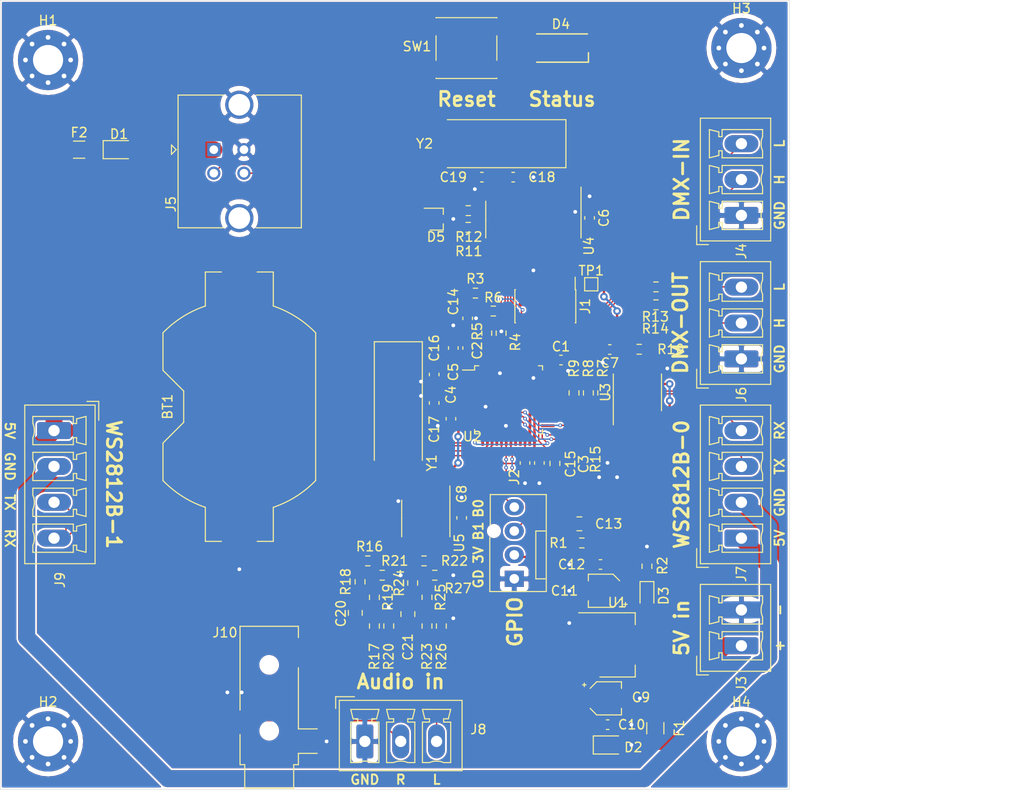
<source format=kicad_pcb>
(kicad_pcb (version 20171130) (host pcbnew 5.1.7)

  (general
    (thickness 1.6)
    (drawings 37)
    (tracks 630)
    (zones 0)
    (modules 80)
    (nets 79)
  )

  (page A4)
  (layers
    (0 F.Cu signal)
    (31 B.Cu signal)
    (32 B.Adhes user)
    (33 F.Adhes user)
    (34 B.Paste user)
    (35 F.Paste user)
    (36 B.SilkS user)
    (37 F.SilkS user)
    (38 B.Mask user)
    (39 F.Mask user)
    (40 Dwgs.User user)
    (41 Cmts.User user)
    (42 Eco1.User user)
    (43 Eco2.User user)
    (44 Edge.Cuts user)
    (45 Margin user)
    (46 B.CrtYd user)
    (47 F.CrtYd user)
    (48 B.Fab user)
    (49 F.Fab user hide)
  )

  (setup
    (last_trace_width 0.15)
    (user_trace_width 0.15)
    (user_trace_width 0.25)
    (trace_clearance 0.15)
    (zone_clearance 0.1524)
    (zone_45_only yes)
    (trace_min 0.15)
    (via_size 0.4)
    (via_drill 0.2)
    (via_min_size 0.35)
    (via_min_drill 0.2)
    (user_via 0.8 0.4)
    (uvia_size 0.3)
    (uvia_drill 0.1)
    (uvias_allowed no)
    (uvia_min_size 0.2)
    (uvia_min_drill 0.1)
    (edge_width 0.05)
    (segment_width 0.2)
    (pcb_text_width 0.3)
    (pcb_text_size 1.5 1.5)
    (mod_edge_width 0.12)
    (mod_text_size 1 1)
    (mod_text_width 0.15)
    (pad_size 1.8 3.6)
    (pad_drill 1.2)
    (pad_to_mask_clearance 0)
    (aux_axis_origin 0 0)
    (visible_elements FFFFFF7F)
    (pcbplotparams
      (layerselection 0x010fc_ffffffff)
      (usegerberextensions false)
      (usegerberattributes true)
      (usegerberadvancedattributes true)
      (creategerberjobfile true)
      (excludeedgelayer true)
      (linewidth 0.100000)
      (plotframeref false)
      (viasonmask false)
      (mode 1)
      (useauxorigin false)
      (hpglpennumber 1)
      (hpglpenspeed 20)
      (hpglpendiameter 15.000000)
      (psnegative false)
      (psa4output false)
      (plotreference true)
      (plotvalue true)
      (plotinvisibletext false)
      (padsonsilk false)
      (subtractmaskfromsilk false)
      (outputformat 1)
      (mirror false)
      (drillshape 1)
      (scaleselection 1)
      (outputdirectory ""))
  )

  (net 0 "")
  (net 1 +BATT)
  (net 2 GND)
  (net 3 +3V3)
  (net 4 VDDA)
  (net 5 +5V)
  (net 6 /cpu/RST_N)
  (net 7 /cpu/XTAL0)
  (net 8 /cpu/XTAL1)
  (net 9 "Net-(C18-Pad1)")
  (net 10 /io/AUDIO_IN_L)
  (net 11 "Net-(C19-Pad1)")
  (net 12 "Net-(C20-Pad1)")
  (net 13 /io/AUDIO_IN_R)
  (net 14 VBUS)
  (net 15 "Net-(D3-Pad1)")
  (net 16 "Net-(D5-Pad1)")
  (net 17 "Net-(D5-Pad2)")
  (net 18 VIN)
  (net 19 /cpu/JTMS)
  (net 20 /cpu/JTCK)
  (net 21 /cpu/JTDO)
  (net 22 "Net-(J1-Pad7)")
  (net 23 /cpu/JTDI)
  (net 24 "Net-(J1-Pad10)")
  (net 25 /io/DMXL)
  (net 26 /io/DMXH)
  (net 27 "Net-(J6-Pad2)")
  (net 28 /cpu/WS0_TX)
  (net 29 /cpu/WS0_RX)
  (net 30 /cpu/WS1_RX)
  (net 31 /cpu/WS1_TX)
  (net 32 "Net-(R4-Pad1)")
  (net 33 "Net-(R5-Pad1)")
  (net 34 "Net-(R7-Pad1)")
  (net 35 "Net-(R8-Pad1)")
  (net 36 "Net-(D4-Pad3)")
  (net 37 "Net-(R9-Pad1)")
  (net 38 "Net-(D4-Pad2)")
  (net 39 /io/USB_DP)
  (net 40 /io/USB_DM)
  (net 41 "Net-(R16-Pad2)")
  (net 42 /cpu/AUDIO_L)
  (net 43 "Net-(R19-Pad1)")
  (net 44 "Net-(R22-Pad2)")
  (net 45 /cpu/AUDIO_R)
  (net 46 "Net-(R25-Pad1)")
  (net 47 /cpu/JTRST_N)
  (net 48 "Net-(U2-Pad2)")
  (net 49 "Net-(U2-Pad3)")
  (net 50 "Net-(U2-Pad4)")
  (net 51 /cpu/DMX_RE)
  (net 52 /cpu/DMX_DE)
  (net 53 /cpu/DMX_DI)
  (net 54 /cpu/DMX_RO)
  (net 55 "Net-(U2-Pad20)")
  (net 56 "Net-(U2-Pad21)")
  (net 57 "Net-(U2-Pad25)")
  (net 58 "Net-(U2-Pad32)")
  (net 59 "Net-(U2-Pad41)")
  (net 60 /cpu/CONTROL_UART_OUT)
  (net 61 /cpu/CONTROL_UART_IN)
  (net 62 /cpu/CONTROL_UART_RST)
  (net 63 "Net-(U4-Pad9)")
  (net 64 "Net-(U4-Pad10)")
  (net 65 "Net-(U4-Pad11)")
  (net 66 "Net-(U4-Pad12)")
  (net 67 "Net-(U4-Pad14)")
  (net 68 "Net-(U4-Pad15)")
  (net 69 "Net-(D4-Pad1)")
  (net 70 "Net-(J6-Pad3)")
  (net 71 "Net-(C15-Pad1)")
  (net 72 "Net-(C21-Pad1)")
  (net 73 /power/VBS)
  (net 74 /cpu/PB1)
  (net 75 /cpu/PB0)
  (net 76 "Net-(U2-Pad29)")
  (net 77 "Net-(U2-Pad30)")
  (net 78 GNDPWR)

  (net_class Default "This is the default net class."
    (clearance 0.15)
    (trace_width 0.15)
    (via_dia 0.4)
    (via_drill 0.2)
    (uvia_dia 0.3)
    (uvia_drill 0.1)
    (add_net /cpu/AUDIO_L)
    (add_net /cpu/AUDIO_R)
    (add_net /cpu/CONTROL_UART_IN)
    (add_net /cpu/CONTROL_UART_OUT)
    (add_net /cpu/CONTROL_UART_RST)
    (add_net /cpu/DMX_DE)
    (add_net /cpu/DMX_DI)
    (add_net /cpu/DMX_RE)
    (add_net /cpu/DMX_RO)
    (add_net /cpu/JTCK)
    (add_net /cpu/JTDI)
    (add_net /cpu/JTDO)
    (add_net /cpu/JTMS)
    (add_net /cpu/JTRST_N)
    (add_net /cpu/PB0)
    (add_net /cpu/PB1)
    (add_net /cpu/RST_N)
    (add_net /cpu/WS0_RX)
    (add_net /cpu/WS0_TX)
    (add_net /cpu/WS1_RX)
    (add_net /cpu/WS1_TX)
    (add_net /cpu/XTAL0)
    (add_net /cpu/XTAL1)
    (add_net /io/AUDIO_IN_L)
    (add_net /io/AUDIO_IN_R)
    (add_net /io/DMXH)
    (add_net /io/DMXL)
    (add_net /io/USB_DM)
    (add_net /io/USB_DP)
    (add_net "Net-(C15-Pad1)")
    (add_net "Net-(C18-Pad1)")
    (add_net "Net-(C19-Pad1)")
    (add_net "Net-(C20-Pad1)")
    (add_net "Net-(C21-Pad1)")
    (add_net "Net-(D3-Pad1)")
    (add_net "Net-(D4-Pad1)")
    (add_net "Net-(D4-Pad2)")
    (add_net "Net-(D4-Pad3)")
    (add_net "Net-(D5-Pad1)")
    (add_net "Net-(D5-Pad2)")
    (add_net "Net-(J1-Pad10)")
    (add_net "Net-(J1-Pad7)")
    (add_net "Net-(J6-Pad2)")
    (add_net "Net-(J6-Pad3)")
    (add_net "Net-(R16-Pad2)")
    (add_net "Net-(R19-Pad1)")
    (add_net "Net-(R22-Pad2)")
    (add_net "Net-(R25-Pad1)")
    (add_net "Net-(R4-Pad1)")
    (add_net "Net-(R5-Pad1)")
    (add_net "Net-(R7-Pad1)")
    (add_net "Net-(R8-Pad1)")
    (add_net "Net-(R9-Pad1)")
    (add_net "Net-(U2-Pad2)")
    (add_net "Net-(U2-Pad20)")
    (add_net "Net-(U2-Pad21)")
    (add_net "Net-(U2-Pad25)")
    (add_net "Net-(U2-Pad29)")
    (add_net "Net-(U2-Pad3)")
    (add_net "Net-(U2-Pad30)")
    (add_net "Net-(U2-Pad32)")
    (add_net "Net-(U2-Pad4)")
    (add_net "Net-(U2-Pad41)")
    (add_net "Net-(U4-Pad10)")
    (add_net "Net-(U4-Pad11)")
    (add_net "Net-(U4-Pad12)")
    (add_net "Net-(U4-Pad14)")
    (add_net "Net-(U4-Pad15)")
    (add_net "Net-(U4-Pad9)")
  )

  (net_class "High Power" ""
    (clearance 0.2)
    (trace_width 1.8)
    (via_dia 1)
    (via_drill 0.7)
    (uvia_dia 0.3)
    (uvia_drill 0.1)
    (add_net +5V)
    (add_net /power/VBS)
    (add_net GND)
    (add_net GNDPWR)
    (add_net VBUS)
    (add_net VIN)
  )

  (net_class Power ""
    (clearance 0.15)
    (trace_width 0.25)
    (via_dia 0.8)
    (via_drill 0.4)
    (uvia_dia 0.3)
    (uvia_drill 0.1)
    (add_net +3V3)
    (add_net +BATT)
    (add_net VDDA)
  )

  (module NetTie:NetTie-2_SMD_Pad0.5mm (layer B.Cu) (tedit 5A1CF6D3) (tstamp 5FA1A2E1)
    (at 179.578 111.506 90)
    (descr "Net tie, 2 pin, 0.5mm square SMD pads")
    (tags "net tie")
    (path /5F7CBB94/5FCD1D1E)
    (attr virtual)
    (fp_text reference NT1 (at 0 1.2 90) (layer B.SilkS) hide
      (effects (font (size 1 1) (thickness 0.15)) (justify mirror))
    )
    (fp_text value Net-Tie_2 (at 0 -1.2 90) (layer B.Fab)
      (effects (font (size 1 1) (thickness 0.15)) (justify mirror))
    )
    (fp_line (start -1 0.5) (end -1 -0.5) (layer B.CrtYd) (width 0.05))
    (fp_line (start -1 -0.5) (end 1 -0.5) (layer B.CrtYd) (width 0.05))
    (fp_line (start 1 -0.5) (end 1 0.5) (layer B.CrtYd) (width 0.05))
    (fp_line (start 1 0.5) (end -1 0.5) (layer B.CrtYd) (width 0.05))
    (fp_poly (pts (xy -0.5 0.25) (xy 0.5 0.25) (xy 0.5 -0.25) (xy -0.5 -0.25)) (layer B.Cu) (width 0))
    (pad 2 smd circle (at 0.5 0 90) (size 0.5 0.5) (layers B.Cu)
      (net 78 GNDPWR))
    (pad 1 smd circle (at -0.5 0 90) (size 0.5 0.5) (layers B.Cu)
      (net 2 GND))
  )

  (module TestPoint:TestPoint_Pad_1.0x1.0mm (layer F.Cu) (tedit 5A0F774F) (tstamp 5F9FEE2B)
    (at 160.5788 77.1652)
    (descr "SMD rectangular pad as test Point, square 1.0mm side length")
    (tags "test point SMD pad rectangle square")
    (path /5F7D680C/5FBCAC5C)
    (attr virtual)
    (fp_text reference TP1 (at 0 -1.448) (layer F.SilkS)
      (effects (font (size 1 1) (thickness 0.15)))
    )
    (fp_text value JTRST_N (at 0 1.55) (layer F.Fab)
      (effects (font (size 1 1) (thickness 0.15)))
    )
    (fp_line (start 1 1) (end -1 1) (layer F.CrtYd) (width 0.05))
    (fp_line (start 1 1) (end 1 -1) (layer F.CrtYd) (width 0.05))
    (fp_line (start -1 -1) (end -1 1) (layer F.CrtYd) (width 0.05))
    (fp_line (start -1 -1) (end 1 -1) (layer F.CrtYd) (width 0.05))
    (fp_line (start -0.7 0.7) (end -0.7 -0.7) (layer F.SilkS) (width 0.12))
    (fp_line (start 0.7 0.7) (end -0.7 0.7) (layer F.SilkS) (width 0.12))
    (fp_line (start 0.7 -0.7) (end 0.7 0.7) (layer F.SilkS) (width 0.12))
    (fp_line (start -0.7 -0.7) (end 0.7 -0.7) (layer F.SilkS) (width 0.12))
    (fp_text user %R (at 0 -1.45) (layer F.Fab)
      (effects (font (size 1 1) (thickness 0.15)))
    )
    (pad 1 smd rect (at 0 0) (size 1 1) (layers F.Cu F.Mask)
      (net 47 /cpu/JTRST_N))
  )

  (module Capacitor_SMD:C_0603_1608Metric (layer F.Cu) (tedit 5F68FEEE) (tstamp 5F9E5346)
    (at 146.812 101.981 90)
    (descr "Capacitor SMD 0603 (1608 Metric), square (rectangular) end terminal, IPC_7351 nominal, (Body size source: IPC-SM-782 page 76, https://www.pcb-3d.com/wordpress/wp-content/uploads/ipc-sm-782a_amendment_1_and_2.pdf), generated with kicad-footprint-generator")
    (tags capacitor)
    (path /5F7CBB94/5FB9183D)
    (attr smd)
    (fp_text reference C8 (at 2.527 0 90) (layer F.SilkS)
      (effects (font (size 1 1) (thickness 0.15)))
    )
    (fp_text value 100n (at 0 1.43 90) (layer F.Fab)
      (effects (font (size 1 1) (thickness 0.15)))
    )
    (fp_line (start 1.48 0.73) (end -1.48 0.73) (layer F.CrtYd) (width 0.05))
    (fp_line (start 1.48 -0.73) (end 1.48 0.73) (layer F.CrtYd) (width 0.05))
    (fp_line (start -1.48 -0.73) (end 1.48 -0.73) (layer F.CrtYd) (width 0.05))
    (fp_line (start -1.48 0.73) (end -1.48 -0.73) (layer F.CrtYd) (width 0.05))
    (fp_line (start -0.14058 0.51) (end 0.14058 0.51) (layer F.SilkS) (width 0.12))
    (fp_line (start -0.14058 -0.51) (end 0.14058 -0.51) (layer F.SilkS) (width 0.12))
    (fp_line (start 0.8 0.4) (end -0.8 0.4) (layer F.Fab) (width 0.1))
    (fp_line (start 0.8 -0.4) (end 0.8 0.4) (layer F.Fab) (width 0.1))
    (fp_line (start -0.8 -0.4) (end 0.8 -0.4) (layer F.Fab) (width 0.1))
    (fp_line (start -0.8 0.4) (end -0.8 -0.4) (layer F.Fab) (width 0.1))
    (fp_text user %R (at 0 0 90) (layer F.Fab)
      (effects (font (size 0.4 0.4) (thickness 0.06)))
    )
    (pad 2 smd roundrect (at 0.775 0 90) (size 0.9 0.95) (layers F.Cu F.Paste F.Mask) (roundrect_rratio 0.25)
      (net 2 GND))
    (pad 1 smd roundrect (at -0.775 0 90) (size 0.9 0.95) (layers F.Cu F.Paste F.Mask) (roundrect_rratio 0.25)
      (net 4 VDDA))
    (model ${KISYS3DMOD}/Capacitor_SMD.3dshapes/C_0603_1608Metric.wrl
      (at (xyz 0 0 0))
      (scale (xyz 1 1 1))
      (rotate (xyz 0 0 0))
    )
  )

  (module MountingHole:MountingHole_3.2mm_M3_Pad_Via (layer F.Cu) (tedit 56DDBCCA) (tstamp 5F9A6722)
    (at 176.53 125.73)
    (descr "Mounting Hole 3.2mm, M3")
    (tags "mounting hole 3.2mm m3")
    (path /5FA07300)
    (attr virtual)
    (fp_text reference H4 (at 0 -4.2) (layer F.SilkS)
      (effects (font (size 1 1) (thickness 0.15)))
    )
    (fp_text value GND (at 0 4.2) (layer F.Fab)
      (effects (font (size 1 1) (thickness 0.15)))
    )
    (fp_circle (center 0 0) (end 3.45 0) (layer F.CrtYd) (width 0.05))
    (fp_circle (center 0 0) (end 3.2 0) (layer Cmts.User) (width 0.15))
    (fp_text user %R (at 0.3 0) (layer F.Fab)
      (effects (font (size 1 1) (thickness 0.15)))
    )
    (pad 1 thru_hole circle (at 1.697056 -1.697056) (size 0.8 0.8) (drill 0.5) (layers *.Cu *.Mask)
      (net 2 GND))
    (pad 1 thru_hole circle (at 0 -2.4) (size 0.8 0.8) (drill 0.5) (layers *.Cu *.Mask)
      (net 2 GND))
    (pad 1 thru_hole circle (at -1.697056 -1.697056) (size 0.8 0.8) (drill 0.5) (layers *.Cu *.Mask)
      (net 2 GND))
    (pad 1 thru_hole circle (at -2.4 0) (size 0.8 0.8) (drill 0.5) (layers *.Cu *.Mask)
      (net 2 GND))
    (pad 1 thru_hole circle (at -1.697056 1.697056) (size 0.8 0.8) (drill 0.5) (layers *.Cu *.Mask)
      (net 2 GND))
    (pad 1 thru_hole circle (at 0 2.4) (size 0.8 0.8) (drill 0.5) (layers *.Cu *.Mask)
      (net 2 GND))
    (pad 1 thru_hole circle (at 1.697056 1.697056) (size 0.8 0.8) (drill 0.5) (layers *.Cu *.Mask)
      (net 2 GND))
    (pad 1 thru_hole circle (at 2.4 0) (size 0.8 0.8) (drill 0.5) (layers *.Cu *.Mask)
      (net 2 GND))
    (pad 1 thru_hole circle (at 0 0) (size 6.4 6.4) (drill 3.2) (layers *.Cu *.Mask)
      (net 2 GND))
  )

  (module MountingHole:MountingHole_3.2mm_M3_Pad_Via (layer F.Cu) (tedit 56DDBCCA) (tstamp 5F9A6712)
    (at 176.53 52.07)
    (descr "Mounting Hole 3.2mm, M3")
    (tags "mounting hole 3.2mm m3")
    (path /5FA072AD)
    (attr virtual)
    (fp_text reference H3 (at 0 -4.2) (layer F.SilkS)
      (effects (font (size 1 1) (thickness 0.15)))
    )
    (fp_text value GND (at 0 4.2) (layer F.Fab)
      (effects (font (size 1 1) (thickness 0.15)))
    )
    (fp_circle (center 0 0) (end 3.45 0) (layer F.CrtYd) (width 0.05))
    (fp_circle (center 0 0) (end 3.2 0) (layer Cmts.User) (width 0.15))
    (fp_text user %R (at 0.3 0) (layer F.Fab)
      (effects (font (size 1 1) (thickness 0.15)))
    )
    (pad 1 thru_hole circle (at 1.697056 -1.697056) (size 0.8 0.8) (drill 0.5) (layers *.Cu *.Mask)
      (net 2 GND))
    (pad 1 thru_hole circle (at 0 -2.4) (size 0.8 0.8) (drill 0.5) (layers *.Cu *.Mask)
      (net 2 GND))
    (pad 1 thru_hole circle (at -1.697056 -1.697056) (size 0.8 0.8) (drill 0.5) (layers *.Cu *.Mask)
      (net 2 GND))
    (pad 1 thru_hole circle (at -2.4 0) (size 0.8 0.8) (drill 0.5) (layers *.Cu *.Mask)
      (net 2 GND))
    (pad 1 thru_hole circle (at -1.697056 1.697056) (size 0.8 0.8) (drill 0.5) (layers *.Cu *.Mask)
      (net 2 GND))
    (pad 1 thru_hole circle (at 0 2.4) (size 0.8 0.8) (drill 0.5) (layers *.Cu *.Mask)
      (net 2 GND))
    (pad 1 thru_hole circle (at 1.697056 1.697056) (size 0.8 0.8) (drill 0.5) (layers *.Cu *.Mask)
      (net 2 GND))
    (pad 1 thru_hole circle (at 2.4 0) (size 0.8 0.8) (drill 0.5) (layers *.Cu *.Mask)
      (net 2 GND))
    (pad 1 thru_hole circle (at 0 0) (size 6.4 6.4) (drill 3.2) (layers *.Cu *.Mask)
      (net 2 GND))
  )

  (module MountingHole:MountingHole_3.2mm_M3_Pad_Via (layer F.Cu) (tedit 56DDBCCA) (tstamp 5F9A6702)
    (at 102.87 125.73)
    (descr "Mounting Hole 3.2mm, M3")
    (tags "mounting hole 3.2mm m3")
    (path /5FA05EAC)
    (attr virtual)
    (fp_text reference H2 (at 0 -4.2) (layer F.SilkS)
      (effects (font (size 1 1) (thickness 0.15)))
    )
    (fp_text value GND (at 0 4.2) (layer F.Fab)
      (effects (font (size 1 1) (thickness 0.15)))
    )
    (fp_circle (center 0 0) (end 3.45 0) (layer F.CrtYd) (width 0.05))
    (fp_circle (center 0 0) (end 3.2 0) (layer Cmts.User) (width 0.15))
    (fp_text user %R (at 0.3 0) (layer F.Fab)
      (effects (font (size 1 1) (thickness 0.15)))
    )
    (pad 1 thru_hole circle (at 1.697056 -1.697056) (size 0.8 0.8) (drill 0.5) (layers *.Cu *.Mask)
      (net 2 GND))
    (pad 1 thru_hole circle (at 0 -2.4) (size 0.8 0.8) (drill 0.5) (layers *.Cu *.Mask)
      (net 2 GND))
    (pad 1 thru_hole circle (at -1.697056 -1.697056) (size 0.8 0.8) (drill 0.5) (layers *.Cu *.Mask)
      (net 2 GND))
    (pad 1 thru_hole circle (at -2.4 0) (size 0.8 0.8) (drill 0.5) (layers *.Cu *.Mask)
      (net 2 GND))
    (pad 1 thru_hole circle (at -1.697056 1.697056) (size 0.8 0.8) (drill 0.5) (layers *.Cu *.Mask)
      (net 2 GND))
    (pad 1 thru_hole circle (at 0 2.4) (size 0.8 0.8) (drill 0.5) (layers *.Cu *.Mask)
      (net 2 GND))
    (pad 1 thru_hole circle (at 1.697056 1.697056) (size 0.8 0.8) (drill 0.5) (layers *.Cu *.Mask)
      (net 2 GND))
    (pad 1 thru_hole circle (at 2.4 0) (size 0.8 0.8) (drill 0.5) (layers *.Cu *.Mask)
      (net 2 GND))
    (pad 1 thru_hole circle (at 0 0) (size 6.4 6.4) (drill 3.2) (layers *.Cu *.Mask)
      (net 2 GND))
  )

  (module MountingHole:MountingHole_3.2mm_M3_Pad_Via (layer F.Cu) (tedit 56DDBCCA) (tstamp 5F9A66F2)
    (at 102.87 53.34)
    (descr "Mounting Hole 3.2mm, M3")
    (tags "mounting hole 3.2mm m3")
    (path /5FA03D83)
    (attr virtual)
    (fp_text reference H1 (at 0 -4.2) (layer F.SilkS)
      (effects (font (size 1 1) (thickness 0.15)))
    )
    (fp_text value GND (at 0 4.2) (layer F.Fab)
      (effects (font (size 1 1) (thickness 0.15)))
    )
    (fp_circle (center 0 0) (end 3.45 0) (layer F.CrtYd) (width 0.05))
    (fp_circle (center 0 0) (end 3.2 0) (layer Cmts.User) (width 0.15))
    (fp_text user %R (at 0.3 0) (layer F.Fab)
      (effects (font (size 1 1) (thickness 0.15)))
    )
    (pad 1 thru_hole circle (at 1.697056 -1.697056) (size 0.8 0.8) (drill 0.5) (layers *.Cu *.Mask)
      (net 2 GND))
    (pad 1 thru_hole circle (at 0 -2.4) (size 0.8 0.8) (drill 0.5) (layers *.Cu *.Mask)
      (net 2 GND))
    (pad 1 thru_hole circle (at -1.697056 -1.697056) (size 0.8 0.8) (drill 0.5) (layers *.Cu *.Mask)
      (net 2 GND))
    (pad 1 thru_hole circle (at -2.4 0) (size 0.8 0.8) (drill 0.5) (layers *.Cu *.Mask)
      (net 2 GND))
    (pad 1 thru_hole circle (at -1.697056 1.697056) (size 0.8 0.8) (drill 0.5) (layers *.Cu *.Mask)
      (net 2 GND))
    (pad 1 thru_hole circle (at 0 2.4) (size 0.8 0.8) (drill 0.5) (layers *.Cu *.Mask)
      (net 2 GND))
    (pad 1 thru_hole circle (at 1.697056 1.697056) (size 0.8 0.8) (drill 0.5) (layers *.Cu *.Mask)
      (net 2 GND))
    (pad 1 thru_hole circle (at 2.4 0) (size 0.8 0.8) (drill 0.5) (layers *.Cu *.Mask)
      (net 2 GND))
    (pad 1 thru_hole circle (at 0 0) (size 6.4 6.4) (drill 3.2) (layers *.Cu *.Mask)
      (net 2 GND))
  )

  (module Fuse:Fuse_1206_3216Metric (layer F.Cu) (tedit 5F68FEF1) (tstamp 5F95E9EB)
    (at 167.386 124.33 90)
    (descr "Fuse SMD 1206 (3216 Metric), square (rectangular) end terminal, IPC_7351 nominal, (Body size source: http://www.tortai-tech.com/upload/download/2011102023233369053.pdf), generated with kicad-footprint-generator")
    (tags fuse)
    (path /5F7CBB94/5FA5A327)
    (attr smd)
    (fp_text reference F1 (at 0 2.54 90) (layer F.SilkS)
      (effects (font (size 1 1) (thickness 0.15)))
    )
    (fp_text value 4A (at 0 1.82 90) (layer F.Fab)
      (effects (font (size 1 1) (thickness 0.15)))
    )
    (fp_line (start 2.28 1.12) (end -2.28 1.12) (layer F.CrtYd) (width 0.05))
    (fp_line (start 2.28 -1.12) (end 2.28 1.12) (layer F.CrtYd) (width 0.05))
    (fp_line (start -2.28 -1.12) (end 2.28 -1.12) (layer F.CrtYd) (width 0.05))
    (fp_line (start -2.28 1.12) (end -2.28 -1.12) (layer F.CrtYd) (width 0.05))
    (fp_line (start -0.602064 0.91) (end 0.602064 0.91) (layer F.SilkS) (width 0.12))
    (fp_line (start -0.602064 -0.91) (end 0.602064 -0.91) (layer F.SilkS) (width 0.12))
    (fp_line (start 1.6 0.8) (end -1.6 0.8) (layer F.Fab) (width 0.1))
    (fp_line (start 1.6 -0.8) (end 1.6 0.8) (layer F.Fab) (width 0.1))
    (fp_line (start -1.6 -0.8) (end 1.6 -0.8) (layer F.Fab) (width 0.1))
    (fp_line (start -1.6 0.8) (end -1.6 -0.8) (layer F.Fab) (width 0.1))
    (fp_text user %R (at 0 0 90) (layer F.Fab)
      (effects (font (size 0.8 0.8) (thickness 0.12)))
    )
    (pad 2 smd roundrect (at 1.4 0 90) (size 1.25 1.75) (layers F.Cu F.Paste F.Mask) (roundrect_rratio 0.2)
      (net 18 VIN))
    (pad 1 smd roundrect (at -1.4 0 90) (size 1.25 1.75) (layers F.Cu F.Paste F.Mask) (roundrect_rratio 0.2)
      (net 5 +5V))
    (model ${KISYS3DMOD}/Fuse.3dshapes/Fuse_1206_3216Metric.wrl
      (at (xyz 0 0 0))
      (scale (xyz 1 1 1))
      (rotate (xyz 0 0 0))
    )
  )

  (module Fuse:Fuse_1206_3216Metric (layer F.Cu) (tedit 5F68FEF1) (tstamp 5F99D657)
    (at 106.172 62.865)
    (descr "Fuse SMD 1206 (3216 Metric), square (rectangular) end terminal, IPC_7351 nominal, (Body size source: http://www.tortai-tech.com/upload/download/2011102023233369053.pdf), generated with kicad-footprint-generator")
    (tags fuse)
    (path /5F7CBB94/5F9DA91D)
    (attr smd)
    (fp_text reference F2 (at 0 -1.82) (layer F.SilkS)
      (effects (font (size 1 1) (thickness 0.15)))
    )
    (fp_text value 500mA (at 0 1.82) (layer F.Fab)
      (effects (font (size 1 1) (thickness 0.15)))
    )
    (fp_line (start 2.28 1.12) (end -2.28 1.12) (layer F.CrtYd) (width 0.05))
    (fp_line (start 2.28 -1.12) (end 2.28 1.12) (layer F.CrtYd) (width 0.05))
    (fp_line (start -2.28 -1.12) (end 2.28 -1.12) (layer F.CrtYd) (width 0.05))
    (fp_line (start -2.28 1.12) (end -2.28 -1.12) (layer F.CrtYd) (width 0.05))
    (fp_line (start -0.602064 0.91) (end 0.602064 0.91) (layer F.SilkS) (width 0.12))
    (fp_line (start -0.602064 -0.91) (end 0.602064 -0.91) (layer F.SilkS) (width 0.12))
    (fp_line (start 1.6 0.8) (end -1.6 0.8) (layer F.Fab) (width 0.1))
    (fp_line (start 1.6 -0.8) (end 1.6 0.8) (layer F.Fab) (width 0.1))
    (fp_line (start -1.6 -0.8) (end 1.6 -0.8) (layer F.Fab) (width 0.1))
    (fp_line (start -1.6 0.8) (end -1.6 -0.8) (layer F.Fab) (width 0.1))
    (fp_text user %R (at 0 0) (layer F.Fab)
      (effects (font (size 0.8 0.8) (thickness 0.12)))
    )
    (pad 2 smd roundrect (at 1.4 0) (size 1.25 1.75) (layers F.Cu F.Paste F.Mask) (roundrect_rratio 0.2)
      (net 73 /power/VBS))
    (pad 1 smd roundrect (at -1.4 0) (size 1.25 1.75) (layers F.Cu F.Paste F.Mask) (roundrect_rratio 0.2)
      (net 5 +5V))
    (model ${KISYS3DMOD}/Fuse.3dshapes/Fuse_1206_3216Metric.wrl
      (at (xyz 0 0 0))
      (scale (xyz 1 1 1))
      (rotate (xyz 0 0 0))
    )
  )

  (module Battery:BatteryHolder_Keystone_1058_1x2032 (layer F.Cu) (tedit 589EE147) (tstamp 5F95E812)
    (at 123.19 90.17 270)
    (descr http://www.keyelco.com/product-pdf.cfm?p=14028)
    (tags "Keystone type 1058 coin cell retainer")
    (path /5F7CBB94/5F7D3481)
    (attr smd)
    (fp_text reference BT1 (at 0 7.62 90) (layer F.SilkS)
      (effects (font (size 1 1) (thickness 0.15)))
    )
    (fp_text value CR2032 (at 0 -9.398 90) (layer F.Fab)
      (effects (font (size 1 1) (thickness 0.15)))
    )
    (fp_circle (center 0 0) (end 10 0) (layer Dwgs.User) (width 0.15))
    (fp_line (start -7.8026 -8) (end 7.8026 -8) (layer F.Fab) (width 0.1))
    (fp_line (start -3.9 8) (end -7.8026 8) (layer F.Fab) (width 0.1))
    (fp_line (start -14.2 -3.5) (end -14.2 -1.9) (layer F.Fab) (width 0.1))
    (fp_line (start -14.2 -3.5) (end -10.61275 -3.5) (layer F.Fab) (width 0.1))
    (fp_line (start -1.7 5.8) (end 1.7 5.8) (layer F.Fab) (width 0.1))
    (fp_line (start -1.7 5.8) (end -3.9 8) (layer F.Fab) (width 0.1))
    (fp_line (start 1.7 5.8) (end 3.9 8) (layer F.Fab) (width 0.1))
    (fp_line (start 3.9 8) (end 7.8026 8) (layer F.Fab) (width 0.1))
    (fp_line (start -14.2 3.5) (end -10.61275 3.5) (layer F.Fab) (width 0.1))
    (fp_line (start -14.2 1.9) (end -14.2 3.5) (layer F.Fab) (width 0.1))
    (fp_line (start 14.2 -3.5) (end 14.2 -1.9) (layer F.Fab) (width 0.1))
    (fp_line (start 10.61275 -3.5) (end 14.2 -3.5) (layer F.Fab) (width 0.1))
    (fp_line (start 14.2 3.5) (end 10.61275 3.5) (layer F.Fab) (width 0.1))
    (fp_line (start 14.2 1.9) (end 14.2 3.5) (layer F.Fab) (width 0.1))
    (fp_line (start -14.31 -3.61) (end -10.692 -3.61) (layer F.SilkS) (width 0.12))
    (fp_line (start -14.31 -1.9) (end -14.31 -3.61) (layer F.SilkS) (width 0.12))
    (fp_line (start -7.8473 -8.11) (end 7.8473 -8.11) (layer F.SilkS) (width 0.12))
    (fp_line (start 14.31 -1.9) (end 14.31 -3.61) (layer F.SilkS) (width 0.12))
    (fp_line (start 10.692 -3.61) (end 14.31 -3.61) (layer F.SilkS) (width 0.12))
    (fp_line (start 14.31 3.61) (end 10.692 3.61) (layer F.SilkS) (width 0.12))
    (fp_line (start 14.31 1.9) (end 14.31 3.61) (layer F.SilkS) (width 0.12))
    (fp_line (start 7.8473 8.11) (end 3.86 8.11) (layer F.SilkS) (width 0.12))
    (fp_line (start 1.66 5.91) (end 3.86 8.11) (layer F.SilkS) (width 0.12))
    (fp_line (start 1.66 5.91) (end -1.66 5.91) (layer F.SilkS) (width 0.12))
    (fp_line (start -1.66 5.91) (end -3.86 8.11) (layer F.SilkS) (width 0.12))
    (fp_line (start -3.86 8.11) (end -7.8473 8.11) (layer F.SilkS) (width 0.12))
    (fp_line (start -10.692 3.61) (end -14.31 3.61) (layer F.SilkS) (width 0.12))
    (fp_line (start -14.31 1.9) (end -14.31 3.61) (layer F.SilkS) (width 0.12))
    (fp_line (start -16.45 4.11) (end -11.06 4.11) (layer F.CrtYd) (width 0.05))
    (fp_line (start -16.45 -4.11) (end -16.45 4.11) (layer F.CrtYd) (width 0.05))
    (fp_line (start -16.45 -4.11) (end -11.06 -4.11) (layer F.CrtYd) (width 0.05))
    (fp_line (start 16.45 -4.11) (end 11.06 -4.11) (layer F.CrtYd) (width 0.05))
    (fp_line (start 16.45 4.11) (end 16.45 -4.11) (layer F.CrtYd) (width 0.05))
    (fp_line (start 11.06 4.11) (end 16.45 4.11) (layer F.CrtYd) (width 0.05))
    (fp_text user %R (at 0 0 90) (layer F.Fab)
      (effects (font (size 1 1) (thickness 0.15)))
    )
    (fp_arc (start 0 0) (end 11.06 4.11) (angle 139.2) (layer F.CrtYd) (width 0.05))
    (fp_arc (start 0 0) (end -11.06 -4.11) (angle 139.2) (layer F.CrtYd) (width 0.05))
    (fp_arc (start 0 0) (end -10.692 3.61) (angle -27.3) (layer F.SilkS) (width 0.12))
    (fp_arc (start 0 0) (end 10.692 -3.61) (angle -27.3) (layer F.SilkS) (width 0.12))
    (fp_arc (start 0 0) (end 10.692 3.61) (angle 27.3) (layer F.SilkS) (width 0.12))
    (fp_arc (start 0 0) (end -10.692 -3.61) (angle 27.3) (layer F.SilkS) (width 0.12))
    (fp_arc (start 0 0) (end -10.61275 3.5) (angle -27.4635) (layer F.Fab) (width 0.1))
    (fp_arc (start 0 0) (end 10.61275 -3.5) (angle -27.4635) (layer F.Fab) (width 0.1))
    (fp_arc (start 0 0) (end 10.61275 3.5) (angle 27.4635) (layer F.Fab) (width 0.1))
    (fp_arc (start 0 0) (end -10.61275 -3.5) (angle 27.4635) (layer F.Fab) (width 0.1))
    (pad 1 smd rect (at -14.68 0 270) (size 2.54 3.51) (layers F.Cu F.Paste F.Mask)
      (net 1 +BATT))
    (pad 2 smd rect (at 14.68 0 270) (size 2.54 3.51) (layers F.Cu F.Paste F.Mask)
      (net 2 GND))
    (model ${KISYS3DMOD}/Battery.3dshapes/BatteryHolder_Keystone_1058_1x2032.wrl
      (at (xyz 0 0 0))
      (scale (xyz 1 1 1))
      (rotate (xyz 0 0 0))
    )
  )

  (module Capacitor_SMD:C_0603_1608Metric (layer F.Cu) (tedit 5F68FEEE) (tstamp 5F95E823)
    (at 157.366 85.217)
    (descr "Capacitor SMD 0603 (1608 Metric), square (rectangular) end terminal, IPC_7351 nominal, (Body size source: IPC-SM-782 page 76, https://www.pcb-3d.com/wordpress/wp-content/uploads/ipc-sm-782a_amendment_1_and_2.pdf), generated with kicad-footprint-generator")
    (tags capacitor)
    (path /5F7CBB94/5F7E167B)
    (attr smd)
    (fp_text reference C1 (at 0 -1.43) (layer F.SilkS)
      (effects (font (size 1 1) (thickness 0.15)))
    )
    (fp_text value 100n (at 0 1.43) (layer F.Fab)
      (effects (font (size 1 1) (thickness 0.15)))
    )
    (fp_line (start 1.48 0.73) (end -1.48 0.73) (layer F.CrtYd) (width 0.05))
    (fp_line (start 1.48 -0.73) (end 1.48 0.73) (layer F.CrtYd) (width 0.05))
    (fp_line (start -1.48 -0.73) (end 1.48 -0.73) (layer F.CrtYd) (width 0.05))
    (fp_line (start -1.48 0.73) (end -1.48 -0.73) (layer F.CrtYd) (width 0.05))
    (fp_line (start -0.14058 0.51) (end 0.14058 0.51) (layer F.SilkS) (width 0.12))
    (fp_line (start -0.14058 -0.51) (end 0.14058 -0.51) (layer F.SilkS) (width 0.12))
    (fp_line (start 0.8 0.4) (end -0.8 0.4) (layer F.Fab) (width 0.1))
    (fp_line (start 0.8 -0.4) (end 0.8 0.4) (layer F.Fab) (width 0.1))
    (fp_line (start -0.8 -0.4) (end 0.8 -0.4) (layer F.Fab) (width 0.1))
    (fp_line (start -0.8 0.4) (end -0.8 -0.4) (layer F.Fab) (width 0.1))
    (fp_text user %R (at 0 0) (layer F.Fab)
      (effects (font (size 0.4 0.4) (thickness 0.06)))
    )
    (pad 1 smd roundrect (at -0.775 0) (size 0.9 0.95) (layers F.Cu F.Paste F.Mask) (roundrect_rratio 0.25)
      (net 3 +3V3))
    (pad 2 smd roundrect (at 0.775 0) (size 0.9 0.95) (layers F.Cu F.Paste F.Mask) (roundrect_rratio 0.25)
      (net 2 GND))
    (model ${KISYS3DMOD}/Capacitor_SMD.3dshapes/C_0603_1608Metric.wrl
      (at (xyz 0 0 0))
      (scale (xyz 1 1 1))
      (rotate (xyz 0 0 0))
    )
  )

  (module Capacitor_SMD:C_0603_1608Metric (layer F.Cu) (tedit 5F68FEEE) (tstamp 5F95E834)
    (at 147.447 83.934 90)
    (descr "Capacitor SMD 0603 (1608 Metric), square (rectangular) end terminal, IPC_7351 nominal, (Body size source: IPC-SM-782 page 76, https://www.pcb-3d.com/wordpress/wp-content/uploads/ipc-sm-782a_amendment_1_and_2.pdf), generated with kicad-footprint-generator")
    (tags capacitor)
    (path /5F7CBB94/5F7D34D6)
    (attr smd)
    (fp_text reference C2 (at -0.267 1.016 90) (layer F.SilkS)
      (effects (font (size 1 1) (thickness 0.15)))
    )
    (fp_text value 100n (at 0 1.43 90) (layer F.Fab)
      (effects (font (size 1 1) (thickness 0.15)))
    )
    (fp_line (start 1.48 0.73) (end -1.48 0.73) (layer F.CrtYd) (width 0.05))
    (fp_line (start 1.48 -0.73) (end 1.48 0.73) (layer F.CrtYd) (width 0.05))
    (fp_line (start -1.48 -0.73) (end 1.48 -0.73) (layer F.CrtYd) (width 0.05))
    (fp_line (start -1.48 0.73) (end -1.48 -0.73) (layer F.CrtYd) (width 0.05))
    (fp_line (start -0.14058 0.51) (end 0.14058 0.51) (layer F.SilkS) (width 0.12))
    (fp_line (start -0.14058 -0.51) (end 0.14058 -0.51) (layer F.SilkS) (width 0.12))
    (fp_line (start 0.8 0.4) (end -0.8 0.4) (layer F.Fab) (width 0.1))
    (fp_line (start 0.8 -0.4) (end 0.8 0.4) (layer F.Fab) (width 0.1))
    (fp_line (start -0.8 -0.4) (end 0.8 -0.4) (layer F.Fab) (width 0.1))
    (fp_line (start -0.8 0.4) (end -0.8 -0.4) (layer F.Fab) (width 0.1))
    (fp_text user %R (at 0 0 90) (layer F.Fab)
      (effects (font (size 0.4 0.4) (thickness 0.06)))
    )
    (pad 1 smd roundrect (at -0.775 0 90) (size 0.9 0.95) (layers F.Cu F.Paste F.Mask) (roundrect_rratio 0.25)
      (net 3 +3V3))
    (pad 2 smd roundrect (at 0.775 0 90) (size 0.9 0.95) (layers F.Cu F.Paste F.Mask) (roundrect_rratio 0.25)
      (net 2 GND))
    (model ${KISYS3DMOD}/Capacitor_SMD.3dshapes/C_0603_1608Metric.wrl
      (at (xyz 0 0 0))
      (scale (xyz 1 1 1))
      (rotate (xyz 0 0 0))
    )
  )

  (module Capacitor_SMD:C_0603_1608Metric (layer F.Cu) (tedit 5F68FEEE) (tstamp 5F95E845)
    (at 155.067 96.152 270)
    (descr "Capacitor SMD 0603 (1608 Metric), square (rectangular) end terminal, IPC_7351 nominal, (Body size source: IPC-SM-782 page 76, https://www.pcb-3d.com/wordpress/wp-content/uploads/ipc-sm-782a_amendment_1_and_2.pdf), generated with kicad-footprint-generator")
    (tags capacitor)
    (path /5F7CBB94/5F7D34DC)
    (attr smd)
    (fp_text reference C3 (at 0.114 -4.699 90) (layer F.SilkS)
      (effects (font (size 1 1) (thickness 0.15)))
    )
    (fp_text value 100n (at 0 1.43 90) (layer F.Fab)
      (effects (font (size 1 1) (thickness 0.15)))
    )
    (fp_line (start -0.8 0.4) (end -0.8 -0.4) (layer F.Fab) (width 0.1))
    (fp_line (start -0.8 -0.4) (end 0.8 -0.4) (layer F.Fab) (width 0.1))
    (fp_line (start 0.8 -0.4) (end 0.8 0.4) (layer F.Fab) (width 0.1))
    (fp_line (start 0.8 0.4) (end -0.8 0.4) (layer F.Fab) (width 0.1))
    (fp_line (start -0.14058 -0.51) (end 0.14058 -0.51) (layer F.SilkS) (width 0.12))
    (fp_line (start -0.14058 0.51) (end 0.14058 0.51) (layer F.SilkS) (width 0.12))
    (fp_line (start -1.48 0.73) (end -1.48 -0.73) (layer F.CrtYd) (width 0.05))
    (fp_line (start -1.48 -0.73) (end 1.48 -0.73) (layer F.CrtYd) (width 0.05))
    (fp_line (start 1.48 -0.73) (end 1.48 0.73) (layer F.CrtYd) (width 0.05))
    (fp_line (start 1.48 0.73) (end -1.48 0.73) (layer F.CrtYd) (width 0.05))
    (fp_text user %R (at 0 0 90) (layer F.Fab)
      (effects (font (size 0.4 0.4) (thickness 0.06)))
    )
    (pad 2 smd roundrect (at 0.775 0 270) (size 0.9 0.95) (layers F.Cu F.Paste F.Mask) (roundrect_rratio 0.25)
      (net 2 GND))
    (pad 1 smd roundrect (at -0.775 0 270) (size 0.9 0.95) (layers F.Cu F.Paste F.Mask) (roundrect_rratio 0.25)
      (net 3 +3V3))
    (model ${KISYS3DMOD}/Capacitor_SMD.3dshapes/C_0603_1608Metric.wrl
      (at (xyz 0 0 0))
      (scale (xyz 1 1 1))
      (rotate (xyz 0 0 0))
    )
  )

  (module Capacitor_SMD:C_0603_1608Metric (layer F.Cu) (tedit 5F68FEEE) (tstamp 5F95E856)
    (at 145.669 91.453 270)
    (descr "Capacitor SMD 0603 (1608 Metric), square (rectangular) end terminal, IPC_7351 nominal, (Body size source: IPC-SM-782 page 76, https://www.pcb-3d.com/wordpress/wp-content/uploads/ipc-sm-782a_amendment_1_and_2.pdf), generated with kicad-footprint-generator")
    (tags capacitor)
    (path /5F7CBB94/5F7D34BF)
    (attr smd)
    (fp_text reference C4 (at -2.553 0 90) (layer F.SilkS)
      (effects (font (size 1 1) (thickness 0.15)))
    )
    (fp_text value 100n (at 0 1.43 90) (layer F.Fab)
      (effects (font (size 1 1) (thickness 0.15)))
    )
    (fp_line (start -0.8 0.4) (end -0.8 -0.4) (layer F.Fab) (width 0.1))
    (fp_line (start -0.8 -0.4) (end 0.8 -0.4) (layer F.Fab) (width 0.1))
    (fp_line (start 0.8 -0.4) (end 0.8 0.4) (layer F.Fab) (width 0.1))
    (fp_line (start 0.8 0.4) (end -0.8 0.4) (layer F.Fab) (width 0.1))
    (fp_line (start -0.14058 -0.51) (end 0.14058 -0.51) (layer F.SilkS) (width 0.12))
    (fp_line (start -0.14058 0.51) (end 0.14058 0.51) (layer F.SilkS) (width 0.12))
    (fp_line (start -1.48 0.73) (end -1.48 -0.73) (layer F.CrtYd) (width 0.05))
    (fp_line (start -1.48 -0.73) (end 1.48 -0.73) (layer F.CrtYd) (width 0.05))
    (fp_line (start 1.48 -0.73) (end 1.48 0.73) (layer F.CrtYd) (width 0.05))
    (fp_line (start 1.48 0.73) (end -1.48 0.73) (layer F.CrtYd) (width 0.05))
    (fp_text user %R (at 0 0 90) (layer F.Fab)
      (effects (font (size 0.4 0.4) (thickness 0.06)))
    )
    (pad 2 smd roundrect (at 0.775 0 270) (size 0.9 0.95) (layers F.Cu F.Paste F.Mask) (roundrect_rratio 0.25)
      (net 2 GND))
    (pad 1 smd roundrect (at -0.775 0 270) (size 0.9 0.95) (layers F.Cu F.Paste F.Mask) (roundrect_rratio 0.25)
      (net 4 VDDA))
    (model ${KISYS3DMOD}/Capacitor_SMD.3dshapes/C_0603_1608Metric.wrl
      (at (xyz 0 0 0))
      (scale (xyz 1 1 1))
      (rotate (xyz 0 0 0))
    )
  )

  (module Capacitor_SMD:C_0603_1608Metric (layer F.Cu) (tedit 5F68FEEE) (tstamp 5F95E867)
    (at 145.923 83.934 90)
    (descr "Capacitor SMD 0603 (1608 Metric), square (rectangular) end terminal, IPC_7351 nominal, (Body size source: IPC-SM-782 page 76, https://www.pcb-3d.com/wordpress/wp-content/uploads/ipc-sm-782a_amendment_1_and_2.pdf), generated with kicad-footprint-generator")
    (tags capacitor)
    (path /5F7CBB94/5F7D3495)
    (attr smd)
    (fp_text reference C5 (at -2.553 0 90) (layer F.SilkS)
      (effects (font (size 1 1) (thickness 0.15)))
    )
    (fp_text value 100n (at 0 1.43 90) (layer F.Fab)
      (effects (font (size 1 1) (thickness 0.15)))
    )
    (fp_line (start 1.48 0.73) (end -1.48 0.73) (layer F.CrtYd) (width 0.05))
    (fp_line (start 1.48 -0.73) (end 1.48 0.73) (layer F.CrtYd) (width 0.05))
    (fp_line (start -1.48 -0.73) (end 1.48 -0.73) (layer F.CrtYd) (width 0.05))
    (fp_line (start -1.48 0.73) (end -1.48 -0.73) (layer F.CrtYd) (width 0.05))
    (fp_line (start -0.14058 0.51) (end 0.14058 0.51) (layer F.SilkS) (width 0.12))
    (fp_line (start -0.14058 -0.51) (end 0.14058 -0.51) (layer F.SilkS) (width 0.12))
    (fp_line (start 0.8 0.4) (end -0.8 0.4) (layer F.Fab) (width 0.1))
    (fp_line (start 0.8 -0.4) (end 0.8 0.4) (layer F.Fab) (width 0.1))
    (fp_line (start -0.8 -0.4) (end 0.8 -0.4) (layer F.Fab) (width 0.1))
    (fp_line (start -0.8 0.4) (end -0.8 -0.4) (layer F.Fab) (width 0.1))
    (fp_text user %R (at 0 0 90) (layer F.Fab)
      (effects (font (size 0.4 0.4) (thickness 0.06)))
    )
    (pad 1 smd roundrect (at -0.775 0 90) (size 0.9 0.95) (layers F.Cu F.Paste F.Mask) (roundrect_rratio 0.25)
      (net 1 +BATT))
    (pad 2 smd roundrect (at 0.775 0 90) (size 0.9 0.95) (layers F.Cu F.Paste F.Mask) (roundrect_rratio 0.25)
      (net 2 GND))
    (model ${KISYS3DMOD}/Capacitor_SMD.3dshapes/C_0603_1608Metric.wrl
      (at (xyz 0 0 0))
      (scale (xyz 1 1 1))
      (rotate (xyz 0 0 0))
    )
  )

  (module Capacitor_SMD:C_0603_1608Metric (layer F.Cu) (tedit 5F68FEEE) (tstamp 5F95E878)
    (at 160.401 70.117 90)
    (descr "Capacitor SMD 0603 (1608 Metric), square (rectangular) end terminal, IPC_7351 nominal, (Body size source: IPC-SM-782 page 76, https://www.pcb-3d.com/wordpress/wp-content/uploads/ipc-sm-782a_amendment_1_and_2.pdf), generated with kicad-footprint-generator")
    (tags capacitor)
    (path /5F7CBB94/5F90151D)
    (attr smd)
    (fp_text reference C6 (at 0 1.524 90) (layer F.SilkS)
      (effects (font (size 1 1) (thickness 0.15)))
    )
    (fp_text value 100n (at 0 1.43 90) (layer F.Fab)
      (effects (font (size 1 1) (thickness 0.15)))
    )
    (fp_line (start -0.8 0.4) (end -0.8 -0.4) (layer F.Fab) (width 0.1))
    (fp_line (start -0.8 -0.4) (end 0.8 -0.4) (layer F.Fab) (width 0.1))
    (fp_line (start 0.8 -0.4) (end 0.8 0.4) (layer F.Fab) (width 0.1))
    (fp_line (start 0.8 0.4) (end -0.8 0.4) (layer F.Fab) (width 0.1))
    (fp_line (start -0.14058 -0.51) (end 0.14058 -0.51) (layer F.SilkS) (width 0.12))
    (fp_line (start -0.14058 0.51) (end 0.14058 0.51) (layer F.SilkS) (width 0.12))
    (fp_line (start -1.48 0.73) (end -1.48 -0.73) (layer F.CrtYd) (width 0.05))
    (fp_line (start -1.48 -0.73) (end 1.48 -0.73) (layer F.CrtYd) (width 0.05))
    (fp_line (start 1.48 -0.73) (end 1.48 0.73) (layer F.CrtYd) (width 0.05))
    (fp_line (start 1.48 0.73) (end -1.48 0.73) (layer F.CrtYd) (width 0.05))
    (fp_text user %R (at 0 0 90) (layer F.Fab)
      (effects (font (size 0.4 0.4) (thickness 0.06)))
    )
    (pad 2 smd roundrect (at 0.775 0 90) (size 0.9 0.95) (layers F.Cu F.Paste F.Mask) (roundrect_rratio 0.25)
      (net 2 GND))
    (pad 1 smd roundrect (at -0.775 0 90) (size 0.9 0.95) (layers F.Cu F.Paste F.Mask) (roundrect_rratio 0.25)
      (net 3 +3V3))
    (model ${KISYS3DMOD}/Capacitor_SMD.3dshapes/C_0603_1608Metric.wrl
      (at (xyz 0 0 0))
      (scale (xyz 1 1 1))
      (rotate (xyz 0 0 0))
    )
  )

  (module Capacitor_SMD:C_0603_1608Metric (layer F.Cu) (tedit 5F68FEEE) (tstamp 5F9F40DE)
    (at 162.547 84.1 180)
    (descr "Capacitor SMD 0603 (1608 Metric), square (rectangular) end terminal, IPC_7351 nominal, (Body size source: IPC-SM-782 page 76, https://www.pcb-3d.com/wordpress/wp-content/uploads/ipc-sm-782a_amendment_1_and_2.pdf), generated with kicad-footprint-generator")
    (tags capacitor)
    (path /5F7CBB94/5F8C1E0D)
    (attr smd)
    (fp_text reference C7 (at 0 -1.43) (layer F.SilkS)
      (effects (font (size 1 1) (thickness 0.15)))
    )
    (fp_text value 100n (at 0 1.43) (layer F.Fab)
      (effects (font (size 1 1) (thickness 0.15)))
    )
    (fp_line (start 1.48 0.73) (end -1.48 0.73) (layer F.CrtYd) (width 0.05))
    (fp_line (start 1.48 -0.73) (end 1.48 0.73) (layer F.CrtYd) (width 0.05))
    (fp_line (start -1.48 -0.73) (end 1.48 -0.73) (layer F.CrtYd) (width 0.05))
    (fp_line (start -1.48 0.73) (end -1.48 -0.73) (layer F.CrtYd) (width 0.05))
    (fp_line (start -0.14058 0.51) (end 0.14058 0.51) (layer F.SilkS) (width 0.12))
    (fp_line (start -0.14058 -0.51) (end 0.14058 -0.51) (layer F.SilkS) (width 0.12))
    (fp_line (start 0.8 0.4) (end -0.8 0.4) (layer F.Fab) (width 0.1))
    (fp_line (start 0.8 -0.4) (end 0.8 0.4) (layer F.Fab) (width 0.1))
    (fp_line (start -0.8 -0.4) (end 0.8 -0.4) (layer F.Fab) (width 0.1))
    (fp_line (start -0.8 0.4) (end -0.8 -0.4) (layer F.Fab) (width 0.1))
    (fp_text user %R (at 0 0) (layer F.Fab)
      (effects (font (size 0.4 0.4) (thickness 0.06)))
    )
    (pad 1 smd roundrect (at -0.775 0 180) (size 0.9 0.95) (layers F.Cu F.Paste F.Mask) (roundrect_rratio 0.25)
      (net 3 +3V3))
    (pad 2 smd roundrect (at 0.775 0 180) (size 0.9 0.95) (layers F.Cu F.Paste F.Mask) (roundrect_rratio 0.25)
      (net 2 GND))
    (model ${KISYS3DMOD}/Capacitor_SMD.3dshapes/C_0603_1608Metric.wrl
      (at (xyz 0 0 0))
      (scale (xyz 1 1 1))
      (rotate (xyz 0 0 0))
    )
  )

  (module Capacitor_SMD:CP_Elec_3x5.3 (layer F.Cu) (tedit 5B303299) (tstamp 5F95E8AD)
    (at 162.028 121.158)
    (descr "SMT capacitor, aluminium electrolytic, 3x5.3, Cornell Dubilier Electronics ")
    (tags "Capacitor Electrolytic")
    (path /5F7CBB94/5F7E4819)
    (attr smd)
    (fp_text reference C9 (at 3.834 -0.107001) (layer F.SilkS)
      (effects (font (size 1 1) (thickness 0.15)))
    )
    (fp_text value 4.7u (at 0 2.7) (layer F.Fab)
      (effects (font (size 1 1) (thickness 0.15)))
    )
    (fp_line (start -2.85 1.05) (end -1.78 1.05) (layer F.CrtYd) (width 0.05))
    (fp_line (start -2.85 -1.05) (end -2.85 1.05) (layer F.CrtYd) (width 0.05))
    (fp_line (start -1.78 -1.05) (end -2.85 -1.05) (layer F.CrtYd) (width 0.05))
    (fp_line (start -1.78 -1.05) (end -0.93 -1.9) (layer F.CrtYd) (width 0.05))
    (fp_line (start -1.78 1.05) (end -0.93 1.9) (layer F.CrtYd) (width 0.05))
    (fp_line (start -0.93 -1.9) (end 1.9 -1.9) (layer F.CrtYd) (width 0.05))
    (fp_line (start -0.93 1.9) (end 1.9 1.9) (layer F.CrtYd) (width 0.05))
    (fp_line (start 1.9 1.05) (end 1.9 1.9) (layer F.CrtYd) (width 0.05))
    (fp_line (start 2.85 1.05) (end 1.9 1.05) (layer F.CrtYd) (width 0.05))
    (fp_line (start 2.85 -1.05) (end 2.85 1.05) (layer F.CrtYd) (width 0.05))
    (fp_line (start 1.9 -1.05) (end 2.85 -1.05) (layer F.CrtYd) (width 0.05))
    (fp_line (start 1.9 -1.9) (end 1.9 -1.05) (layer F.CrtYd) (width 0.05))
    (fp_line (start -2.1875 -1.6225) (end -2.1875 -1.2475) (layer F.SilkS) (width 0.12))
    (fp_line (start -2.375 -1.435) (end -2 -1.435) (layer F.SilkS) (width 0.12))
    (fp_line (start -1.570563 1.06) (end -0.870563 1.76) (layer F.SilkS) (width 0.12))
    (fp_line (start -1.570563 -1.06) (end -0.870563 -1.76) (layer F.SilkS) (width 0.12))
    (fp_line (start -0.870563 1.76) (end 1.76 1.76) (layer F.SilkS) (width 0.12))
    (fp_line (start -0.870563 -1.76) (end 1.76 -1.76) (layer F.SilkS) (width 0.12))
    (fp_line (start 1.76 -1.76) (end 1.76 -1.06) (layer F.SilkS) (width 0.12))
    (fp_line (start 1.76 1.76) (end 1.76 1.06) (layer F.SilkS) (width 0.12))
    (fp_line (start -0.960469 -0.95) (end -0.960469 -0.65) (layer F.Fab) (width 0.1))
    (fp_line (start -1.110469 -0.8) (end -0.810469 -0.8) (layer F.Fab) (width 0.1))
    (fp_line (start -1.65 0.825) (end -0.825 1.65) (layer F.Fab) (width 0.1))
    (fp_line (start -1.65 -0.825) (end -0.825 -1.65) (layer F.Fab) (width 0.1))
    (fp_line (start -1.65 -0.825) (end -1.65 0.825) (layer F.Fab) (width 0.1))
    (fp_line (start -0.825 1.65) (end 1.65 1.65) (layer F.Fab) (width 0.1))
    (fp_line (start -0.825 -1.65) (end 1.65 -1.65) (layer F.Fab) (width 0.1))
    (fp_line (start 1.65 -1.65) (end 1.65 1.65) (layer F.Fab) (width 0.1))
    (fp_circle (center 0 0) (end 1.5 0) (layer F.Fab) (width 0.1))
    (fp_text user %R (at 0 0) (layer F.Fab)
      (effects (font (size 0.6 0.6) (thickness 0.09)))
    )
    (pad 1 smd rect (at -1.5 0) (size 2.2 1.6) (layers F.Cu F.Paste F.Mask)
      (net 5 +5V))
    (pad 2 smd rect (at 1.5 0) (size 2.2 1.6) (layers F.Cu F.Paste F.Mask)
      (net 2 GND))
    (model ${KISYS3DMOD}/Capacitor_SMD.3dshapes/CP_Elec_3x5.3.wrl
      (at (xyz 0 0 0))
      (scale (xyz 1 1 1))
      (rotate (xyz 0 0 0))
    )
  )

  (module Capacitor_SMD:C_0603_1608Metric (layer F.Cu) (tedit 5F68FEEE) (tstamp 5F95E8BE)
    (at 162.319 123.952)
    (descr "Capacitor SMD 0603 (1608 Metric), square (rectangular) end terminal, IPC_7351 nominal, (Body size source: IPC-SM-782 page 76, https://www.pcb-3d.com/wordpress/wp-content/uploads/ipc-sm-782a_amendment_1_and_2.pdf), generated with kicad-footprint-generator")
    (tags capacitor)
    (path /5F7CBB94/5F7D3455)
    (attr smd)
    (fp_text reference C10 (at 2.553 0) (layer F.SilkS)
      (effects (font (size 1 1) (thickness 0.15)))
    )
    (fp_text value 100n (at 0 1.43) (layer F.Fab)
      (effects (font (size 1 1) (thickness 0.15)))
    )
    (fp_line (start -0.8 0.4) (end -0.8 -0.4) (layer F.Fab) (width 0.1))
    (fp_line (start -0.8 -0.4) (end 0.8 -0.4) (layer F.Fab) (width 0.1))
    (fp_line (start 0.8 -0.4) (end 0.8 0.4) (layer F.Fab) (width 0.1))
    (fp_line (start 0.8 0.4) (end -0.8 0.4) (layer F.Fab) (width 0.1))
    (fp_line (start -0.14058 -0.51) (end 0.14058 -0.51) (layer F.SilkS) (width 0.12))
    (fp_line (start -0.14058 0.51) (end 0.14058 0.51) (layer F.SilkS) (width 0.12))
    (fp_line (start -1.48 0.73) (end -1.48 -0.73) (layer F.CrtYd) (width 0.05))
    (fp_line (start -1.48 -0.73) (end 1.48 -0.73) (layer F.CrtYd) (width 0.05))
    (fp_line (start 1.48 -0.73) (end 1.48 0.73) (layer F.CrtYd) (width 0.05))
    (fp_line (start 1.48 0.73) (end -1.48 0.73) (layer F.CrtYd) (width 0.05))
    (fp_text user %R (at 0 0) (layer F.Fab)
      (effects (font (size 0.4 0.4) (thickness 0.06)))
    )
    (pad 2 smd roundrect (at 0.775 0) (size 0.9 0.95) (layers F.Cu F.Paste F.Mask) (roundrect_rratio 0.25)
      (net 2 GND))
    (pad 1 smd roundrect (at -0.775 0) (size 0.9 0.95) (layers F.Cu F.Paste F.Mask) (roundrect_rratio 0.25)
      (net 5 +5V))
    (model ${KISYS3DMOD}/Capacitor_SMD.3dshapes/C_0603_1608Metric.wrl
      (at (xyz 0 0 0))
      (scale (xyz 1 1 1))
      (rotate (xyz 0 0 0))
    )
  )

  (module Capacitor_SMD:CP_Elec_3x5.3 (layer F.Cu) (tedit 5B303299) (tstamp 5F95E8E2)
    (at 162.028 109.728 180)
    (descr "SMT capacitor, aluminium electrolytic, 3x5.3, Cornell Dubilier Electronics ")
    (tags "Capacitor Electrolytic")
    (path /5F7CBB94/5F7E48E5)
    (attr smd)
    (fp_text reference C11 (at 4.294 0) (layer F.SilkS)
      (effects (font (size 1 1) (thickness 0.15)))
    )
    (fp_text value 4.7u (at 0 2.7) (layer F.Fab)
      (effects (font (size 1 1) (thickness 0.15)))
    )
    (fp_circle (center 0 0) (end 1.5 0) (layer F.Fab) (width 0.1))
    (fp_line (start 1.65 -1.65) (end 1.65 1.65) (layer F.Fab) (width 0.1))
    (fp_line (start -0.825 -1.65) (end 1.65 -1.65) (layer F.Fab) (width 0.1))
    (fp_line (start -0.825 1.65) (end 1.65 1.65) (layer F.Fab) (width 0.1))
    (fp_line (start -1.65 -0.825) (end -1.65 0.825) (layer F.Fab) (width 0.1))
    (fp_line (start -1.65 -0.825) (end -0.825 -1.65) (layer F.Fab) (width 0.1))
    (fp_line (start -1.65 0.825) (end -0.825 1.65) (layer F.Fab) (width 0.1))
    (fp_line (start -1.110469 -0.8) (end -0.810469 -0.8) (layer F.Fab) (width 0.1))
    (fp_line (start -0.960469 -0.95) (end -0.960469 -0.65) (layer F.Fab) (width 0.1))
    (fp_line (start 1.76 1.76) (end 1.76 1.06) (layer F.SilkS) (width 0.12))
    (fp_line (start 1.76 -1.76) (end 1.76 -1.06) (layer F.SilkS) (width 0.12))
    (fp_line (start -0.870563 -1.76) (end 1.76 -1.76) (layer F.SilkS) (width 0.12))
    (fp_line (start -0.870563 1.76) (end 1.76 1.76) (layer F.SilkS) (width 0.12))
    (fp_line (start -1.570563 -1.06) (end -0.870563 -1.76) (layer F.SilkS) (width 0.12))
    (fp_line (start -1.570563 1.06) (end -0.870563 1.76) (layer F.SilkS) (width 0.12))
    (fp_line (start -2.375 -1.435) (end -2 -1.435) (layer F.SilkS) (width 0.12))
    (fp_line (start -2.1875 -1.6225) (end -2.1875 -1.2475) (layer F.SilkS) (width 0.12))
    (fp_line (start 1.9 -1.9) (end 1.9 -1.05) (layer F.CrtYd) (width 0.05))
    (fp_line (start 1.9 -1.05) (end 2.85 -1.05) (layer F.CrtYd) (width 0.05))
    (fp_line (start 2.85 -1.05) (end 2.85 1.05) (layer F.CrtYd) (width 0.05))
    (fp_line (start 2.85 1.05) (end 1.9 1.05) (layer F.CrtYd) (width 0.05))
    (fp_line (start 1.9 1.05) (end 1.9 1.9) (layer F.CrtYd) (width 0.05))
    (fp_line (start -0.93 1.9) (end 1.9 1.9) (layer F.CrtYd) (width 0.05))
    (fp_line (start -0.93 -1.9) (end 1.9 -1.9) (layer F.CrtYd) (width 0.05))
    (fp_line (start -1.78 1.05) (end -0.93 1.9) (layer F.CrtYd) (width 0.05))
    (fp_line (start -1.78 -1.05) (end -0.93 -1.9) (layer F.CrtYd) (width 0.05))
    (fp_line (start -1.78 -1.05) (end -2.85 -1.05) (layer F.CrtYd) (width 0.05))
    (fp_line (start -2.85 -1.05) (end -2.85 1.05) (layer F.CrtYd) (width 0.05))
    (fp_line (start -2.85 1.05) (end -1.78 1.05) (layer F.CrtYd) (width 0.05))
    (fp_text user %R (at 0 0) (layer F.Fab)
      (effects (font (size 0.6 0.6) (thickness 0.09)))
    )
    (pad 2 smd rect (at 1.5 0 180) (size 2.2 1.6) (layers F.Cu F.Paste F.Mask)
      (net 2 GND))
    (pad 1 smd rect (at -1.5 0 180) (size 2.2 1.6) (layers F.Cu F.Paste F.Mask)
      (net 3 +3V3))
    (model ${KISYS3DMOD}/Capacitor_SMD.3dshapes/CP_Elec_3x5.3.wrl
      (at (xyz 0 0 0))
      (scale (xyz 1 1 1))
      (rotate (xyz 0 0 0))
    )
  )

  (module Capacitor_SMD:C_0603_1608Metric (layer F.Cu) (tedit 5F68FEEE) (tstamp 5F95E8F3)
    (at 161.557 106.934 180)
    (descr "Capacitor SMD 0603 (1608 Metric), square (rectangular) end terminal, IPC_7351 nominal, (Body size source: IPC-SM-782 page 76, https://www.pcb-3d.com/wordpress/wp-content/uploads/ipc-sm-782a_amendment_1_and_2.pdf), generated with kicad-footprint-generator")
    (tags capacitor)
    (path /5F7CBB94/5F7D345B)
    (attr smd)
    (fp_text reference C12 (at 3.061 0) (layer F.SilkS)
      (effects (font (size 1 1) (thickness 0.15)))
    )
    (fp_text value 100n (at 0 1.43) (layer F.Fab)
      (effects (font (size 1 1) (thickness 0.15)))
    )
    (fp_line (start 1.48 0.73) (end -1.48 0.73) (layer F.CrtYd) (width 0.05))
    (fp_line (start 1.48 -0.73) (end 1.48 0.73) (layer F.CrtYd) (width 0.05))
    (fp_line (start -1.48 -0.73) (end 1.48 -0.73) (layer F.CrtYd) (width 0.05))
    (fp_line (start -1.48 0.73) (end -1.48 -0.73) (layer F.CrtYd) (width 0.05))
    (fp_line (start -0.14058 0.51) (end 0.14058 0.51) (layer F.SilkS) (width 0.12))
    (fp_line (start -0.14058 -0.51) (end 0.14058 -0.51) (layer F.SilkS) (width 0.12))
    (fp_line (start 0.8 0.4) (end -0.8 0.4) (layer F.Fab) (width 0.1))
    (fp_line (start 0.8 -0.4) (end 0.8 0.4) (layer F.Fab) (width 0.1))
    (fp_line (start -0.8 -0.4) (end 0.8 -0.4) (layer F.Fab) (width 0.1))
    (fp_line (start -0.8 0.4) (end -0.8 -0.4) (layer F.Fab) (width 0.1))
    (fp_text user %R (at 0 0) (layer F.Fab)
      (effects (font (size 0.4 0.4) (thickness 0.06)))
    )
    (pad 1 smd roundrect (at -0.775 0 180) (size 0.9 0.95) (layers F.Cu F.Paste F.Mask) (roundrect_rratio 0.25)
      (net 3 +3V3))
    (pad 2 smd roundrect (at 0.775 0 180) (size 0.9 0.95) (layers F.Cu F.Paste F.Mask) (roundrect_rratio 0.25)
      (net 2 GND))
    (model ${KISYS3DMOD}/Capacitor_SMD.3dshapes/C_0603_1608Metric.wrl
      (at (xyz 0 0 0))
      (scale (xyz 1 1 1))
      (rotate (xyz 0 0 0))
    )
  )

  (module Capacitor_SMD:C_0805_2012Metric (layer F.Cu) (tedit 5F68FEEE) (tstamp 5F95E904)
    (at 159.319 102.616)
    (descr "Capacitor SMD 0805 (2012 Metric), square (rectangular) end terminal, IPC_7351 nominal, (Body size source: IPC-SM-782 page 76, https://www.pcb-3d.com/wordpress/wp-content/uploads/ipc-sm-782a_amendment_1_and_2.pdf, https://docs.google.com/spreadsheets/d/1BsfQQcO9C6DZCsRaXUlFlo91Tg2WpOkGARC1WS5S8t0/edit?usp=sharing), generated with kicad-footprint-generator")
    (tags capacitor)
    (path /5F7CBB94/5F7D34EF)
    (attr smd)
    (fp_text reference C13 (at 3.114 0) (layer F.SilkS)
      (effects (font (size 1 1) (thickness 0.15)))
    )
    (fp_text value 1u (at 0 1.68) (layer F.Fab)
      (effects (font (size 1 1) (thickness 0.15)))
    )
    (fp_line (start 1.7 0.98) (end -1.7 0.98) (layer F.CrtYd) (width 0.05))
    (fp_line (start 1.7 -0.98) (end 1.7 0.98) (layer F.CrtYd) (width 0.05))
    (fp_line (start -1.7 -0.98) (end 1.7 -0.98) (layer F.CrtYd) (width 0.05))
    (fp_line (start -1.7 0.98) (end -1.7 -0.98) (layer F.CrtYd) (width 0.05))
    (fp_line (start -0.261252 0.735) (end 0.261252 0.735) (layer F.SilkS) (width 0.12))
    (fp_line (start -0.261252 -0.735) (end 0.261252 -0.735) (layer F.SilkS) (width 0.12))
    (fp_line (start 1 0.625) (end -1 0.625) (layer F.Fab) (width 0.1))
    (fp_line (start 1 -0.625) (end 1 0.625) (layer F.Fab) (width 0.1))
    (fp_line (start -1 -0.625) (end 1 -0.625) (layer F.Fab) (width 0.1))
    (fp_line (start -1 0.625) (end -1 -0.625) (layer F.Fab) (width 0.1))
    (fp_text user %R (at 0 0) (layer F.Fab)
      (effects (font (size 0.5 0.5) (thickness 0.08)))
    )
    (pad 1 smd roundrect (at -0.95 0) (size 1 1.45) (layers F.Cu F.Paste F.Mask) (roundrect_rratio 0.25)
      (net 4 VDDA))
    (pad 2 smd roundrect (at 0.95 0) (size 1 1.45) (layers F.Cu F.Paste F.Mask) (roundrect_rratio 0.25)
      (net 2 GND))
    (model ${KISYS3DMOD}/Capacitor_SMD.3dshapes/C_0805_2012Metric.wrl
      (at (xyz 0 0 0))
      (scale (xyz 1 1 1))
      (rotate (xyz 0 0 0))
    )
  )

  (module Capacitor_SMD:C_0603_1608Metric (layer F.Cu) (tedit 5F68FEEE) (tstamp 5F95E915)
    (at 147.447 80.785 90)
    (descr "Capacitor SMD 0603 (1608 Metric), square (rectangular) end terminal, IPC_7351 nominal, (Body size source: IPC-SM-782 page 76, https://www.pcb-3d.com/wordpress/wp-content/uploads/ipc-sm-782a_amendment_1_and_2.pdf), generated with kicad-footprint-generator")
    (tags capacitor)
    (path /5F7D680C/5F8D70AA)
    (attr smd)
    (fp_text reference C14 (at 1.765 -1.524 90) (layer F.SilkS)
      (effects (font (size 1 1) (thickness 0.15)))
    )
    (fp_text value 100n (at 0 1.43 90) (layer F.Fab)
      (effects (font (size 1 1) (thickness 0.15)))
    )
    (fp_line (start -0.8 0.4) (end -0.8 -0.4) (layer F.Fab) (width 0.1))
    (fp_line (start -0.8 -0.4) (end 0.8 -0.4) (layer F.Fab) (width 0.1))
    (fp_line (start 0.8 -0.4) (end 0.8 0.4) (layer F.Fab) (width 0.1))
    (fp_line (start 0.8 0.4) (end -0.8 0.4) (layer F.Fab) (width 0.1))
    (fp_line (start -0.14058 -0.51) (end 0.14058 -0.51) (layer F.SilkS) (width 0.12))
    (fp_line (start -0.14058 0.51) (end 0.14058 0.51) (layer F.SilkS) (width 0.12))
    (fp_line (start -1.48 0.73) (end -1.48 -0.73) (layer F.CrtYd) (width 0.05))
    (fp_line (start -1.48 -0.73) (end 1.48 -0.73) (layer F.CrtYd) (width 0.05))
    (fp_line (start 1.48 -0.73) (end 1.48 0.73) (layer F.CrtYd) (width 0.05))
    (fp_line (start 1.48 0.73) (end -1.48 0.73) (layer F.CrtYd) (width 0.05))
    (fp_text user %R (at 0 0 90) (layer F.Fab)
      (effects (font (size 0.4 0.4) (thickness 0.06)))
    )
    (pad 2 smd roundrect (at 0.775 0 90) (size 0.9 0.95) (layers F.Cu F.Paste F.Mask) (roundrect_rratio 0.25)
      (net 6 /cpu/RST_N))
    (pad 1 smd roundrect (at -0.775 0 90) (size 0.9 0.95) (layers F.Cu F.Paste F.Mask) (roundrect_rratio 0.25)
      (net 2 GND))
    (model ${KISYS3DMOD}/Capacitor_SMD.3dshapes/C_0603_1608Metric.wrl
      (at (xyz 0 0 0))
      (scale (xyz 1 1 1))
      (rotate (xyz 0 0 0))
    )
  )

  (module Capacitor_SMD:C_0603_1608Metric (layer F.Cu) (tedit 5F68FEEE) (tstamp 5F95E926)
    (at 153.543 96.152 270)
    (descr "Capacitor SMD 0603 (1608 Metric), square (rectangular) end terminal, IPC_7351 nominal, (Body size source: IPC-SM-782 page 76, https://www.pcb-3d.com/wordpress/wp-content/uploads/ipc-sm-782a_amendment_1_and_2.pdf), generated with kicad-footprint-generator")
    (tags capacitor)
    (path /5F7D680C/5F87B5BD)
    (attr smd)
    (fp_text reference C15 (at 0.114 -4.826 90) (layer F.SilkS)
      (effects (font (size 1 1) (thickness 0.15)))
    )
    (fp_text value 100n (at 0 1.43 90) (layer F.Fab)
      (effects (font (size 1 1) (thickness 0.15)))
    )
    (fp_line (start 1.48 0.73) (end -1.48 0.73) (layer F.CrtYd) (width 0.05))
    (fp_line (start 1.48 -0.73) (end 1.48 0.73) (layer F.CrtYd) (width 0.05))
    (fp_line (start -1.48 -0.73) (end 1.48 -0.73) (layer F.CrtYd) (width 0.05))
    (fp_line (start -1.48 0.73) (end -1.48 -0.73) (layer F.CrtYd) (width 0.05))
    (fp_line (start -0.14058 0.51) (end 0.14058 0.51) (layer F.SilkS) (width 0.12))
    (fp_line (start -0.14058 -0.51) (end 0.14058 -0.51) (layer F.SilkS) (width 0.12))
    (fp_line (start 0.8 0.4) (end -0.8 0.4) (layer F.Fab) (width 0.1))
    (fp_line (start 0.8 -0.4) (end 0.8 0.4) (layer F.Fab) (width 0.1))
    (fp_line (start -0.8 -0.4) (end 0.8 -0.4) (layer F.Fab) (width 0.1))
    (fp_line (start -0.8 0.4) (end -0.8 -0.4) (layer F.Fab) (width 0.1))
    (fp_text user %R (at 0 0 90) (layer F.Fab)
      (effects (font (size 0.4 0.4) (thickness 0.06)))
    )
    (pad 1 smd roundrect (at -0.775 0 270) (size 0.9 0.95) (layers F.Cu F.Paste F.Mask) (roundrect_rratio 0.25)
      (net 71 "Net-(C15-Pad1)"))
    (pad 2 smd roundrect (at 0.775 0 270) (size 0.9 0.95) (layers F.Cu F.Paste F.Mask) (roundrect_rratio 0.25)
      (net 2 GND))
    (model ${KISYS3DMOD}/Capacitor_SMD.3dshapes/C_0603_1608Metric.wrl
      (at (xyz 0 0 0))
      (scale (xyz 1 1 1))
      (rotate (xyz 0 0 0))
    )
  )

  (module Capacitor_SMD:C_0603_1608Metric (layer F.Cu) (tedit 5F68FEEE) (tstamp 5F95E937)
    (at 143.891 86.754 270)
    (descr "Capacitor SMD 0603 (1608 Metric), square (rectangular) end terminal, IPC_7351 nominal, (Body size source: IPC-SM-782 page 76, https://www.pcb-3d.com/wordpress/wp-content/uploads/ipc-sm-782a_amendment_1_and_2.pdf), generated with kicad-footprint-generator")
    (tags capacitor)
    (path /5F7D680C/5F89C461)
    (attr smd)
    (fp_text reference C16 (at -2.807 0 90) (layer F.SilkS)
      (effects (font (size 1 1) (thickness 0.15)))
    )
    (fp_text value 22P (at 0 1.43 90) (layer F.Fab)
      (effects (font (size 1 1) (thickness 0.15)))
    )
    (fp_line (start -0.8 0.4) (end -0.8 -0.4) (layer F.Fab) (width 0.1))
    (fp_line (start -0.8 -0.4) (end 0.8 -0.4) (layer F.Fab) (width 0.1))
    (fp_line (start 0.8 -0.4) (end 0.8 0.4) (layer F.Fab) (width 0.1))
    (fp_line (start 0.8 0.4) (end -0.8 0.4) (layer F.Fab) (width 0.1))
    (fp_line (start -0.14058 -0.51) (end 0.14058 -0.51) (layer F.SilkS) (width 0.12))
    (fp_line (start -0.14058 0.51) (end 0.14058 0.51) (layer F.SilkS) (width 0.12))
    (fp_line (start -1.48 0.73) (end -1.48 -0.73) (layer F.CrtYd) (width 0.05))
    (fp_line (start -1.48 -0.73) (end 1.48 -0.73) (layer F.CrtYd) (width 0.05))
    (fp_line (start 1.48 -0.73) (end 1.48 0.73) (layer F.CrtYd) (width 0.05))
    (fp_line (start 1.48 0.73) (end -1.48 0.73) (layer F.CrtYd) (width 0.05))
    (fp_text user %R (at 0 0 90) (layer F.Fab)
      (effects (font (size 0.4 0.4) (thickness 0.06)))
    )
    (pad 2 smd roundrect (at 0.775 0 270) (size 0.9 0.95) (layers F.Cu F.Paste F.Mask) (roundrect_rratio 0.25)
      (net 2 GND))
    (pad 1 smd roundrect (at -0.775 0 270) (size 0.9 0.95) (layers F.Cu F.Paste F.Mask) (roundrect_rratio 0.25)
      (net 7 /cpu/XTAL0))
    (model ${KISYS3DMOD}/Capacitor_SMD.3dshapes/C_0603_1608Metric.wrl
      (at (xyz 0 0 0))
      (scale (xyz 1 1 1))
      (rotate (xyz 0 0 0))
    )
  )

  (module Capacitor_SMD:C_0603_1608Metric (layer F.Cu) (tedit 5F68FEEE) (tstamp 5F95E948)
    (at 143.891 89.776 90)
    (descr "Capacitor SMD 0603 (1608 Metric), square (rectangular) end terminal, IPC_7351 nominal, (Body size source: IPC-SM-782 page 76, https://www.pcb-3d.com/wordpress/wp-content/uploads/ipc-sm-782a_amendment_1_and_2.pdf), generated with kicad-footprint-generator")
    (tags capacitor)
    (path /5F7D680C/5F8906AA)
    (attr smd)
    (fp_text reference C17 (at -2.807 0 90) (layer F.SilkS)
      (effects (font (size 1 1) (thickness 0.15)))
    )
    (fp_text value 22p (at 0 1.43 90) (layer F.Fab)
      (effects (font (size 1 1) (thickness 0.15)))
    )
    (fp_line (start 1.48 0.73) (end -1.48 0.73) (layer F.CrtYd) (width 0.05))
    (fp_line (start 1.48 -0.73) (end 1.48 0.73) (layer F.CrtYd) (width 0.05))
    (fp_line (start -1.48 -0.73) (end 1.48 -0.73) (layer F.CrtYd) (width 0.05))
    (fp_line (start -1.48 0.73) (end -1.48 -0.73) (layer F.CrtYd) (width 0.05))
    (fp_line (start -0.14058 0.51) (end 0.14058 0.51) (layer F.SilkS) (width 0.12))
    (fp_line (start -0.14058 -0.51) (end 0.14058 -0.51) (layer F.SilkS) (width 0.12))
    (fp_line (start 0.8 0.4) (end -0.8 0.4) (layer F.Fab) (width 0.1))
    (fp_line (start 0.8 -0.4) (end 0.8 0.4) (layer F.Fab) (width 0.1))
    (fp_line (start -0.8 -0.4) (end 0.8 -0.4) (layer F.Fab) (width 0.1))
    (fp_line (start -0.8 0.4) (end -0.8 -0.4) (layer F.Fab) (width 0.1))
    (fp_text user %R (at 0 0 90) (layer F.Fab)
      (effects (font (size 0.4 0.4) (thickness 0.06)))
    )
    (pad 1 smd roundrect (at -0.775 0 90) (size 0.9 0.95) (layers F.Cu F.Paste F.Mask) (roundrect_rratio 0.25)
      (net 8 /cpu/XTAL1))
    (pad 2 smd roundrect (at 0.775 0 90) (size 0.9 0.95) (layers F.Cu F.Paste F.Mask) (roundrect_rratio 0.25)
      (net 2 GND))
    (model ${KISYS3DMOD}/Capacitor_SMD.3dshapes/C_0603_1608Metric.wrl
      (at (xyz 0 0 0))
      (scale (xyz 1 1 1))
      (rotate (xyz 0 0 0))
    )
  )

  (module Capacitor_SMD:C_0603_1608Metric (layer F.Cu) (tedit 5F68FEEE) (tstamp 5F95E959)
    (at 152.286 65.786)
    (descr "Capacitor SMD 0603 (1608 Metric), square (rectangular) end terminal, IPC_7351 nominal, (Body size source: IPC-SM-782 page 76, https://www.pcb-3d.com/wordpress/wp-content/uploads/ipc-sm-782a_amendment_1_and_2.pdf), generated with kicad-footprint-generator")
    (tags capacitor)
    (path /5F8467A7/5F7BD5C2)
    (attr smd)
    (fp_text reference C18 (at 3.048 0) (layer F.SilkS)
      (effects (font (size 1 1) (thickness 0.15)))
    )
    (fp_text value 22p (at 0 1.43) (layer F.Fab)
      (effects (font (size 1 1) (thickness 0.15)))
    )
    (fp_line (start 1.48 0.73) (end -1.48 0.73) (layer F.CrtYd) (width 0.05))
    (fp_line (start 1.48 -0.73) (end 1.48 0.73) (layer F.CrtYd) (width 0.05))
    (fp_line (start -1.48 -0.73) (end 1.48 -0.73) (layer F.CrtYd) (width 0.05))
    (fp_line (start -1.48 0.73) (end -1.48 -0.73) (layer F.CrtYd) (width 0.05))
    (fp_line (start -0.14058 0.51) (end 0.14058 0.51) (layer F.SilkS) (width 0.12))
    (fp_line (start -0.14058 -0.51) (end 0.14058 -0.51) (layer F.SilkS) (width 0.12))
    (fp_line (start 0.8 0.4) (end -0.8 0.4) (layer F.Fab) (width 0.1))
    (fp_line (start 0.8 -0.4) (end 0.8 0.4) (layer F.Fab) (width 0.1))
    (fp_line (start -0.8 -0.4) (end 0.8 -0.4) (layer F.Fab) (width 0.1))
    (fp_line (start -0.8 0.4) (end -0.8 -0.4) (layer F.Fab) (width 0.1))
    (fp_text user %R (at 0 0) (layer F.Fab)
      (effects (font (size 0.4 0.4) (thickness 0.06)))
    )
    (pad 1 smd roundrect (at -0.775 0) (size 0.9 0.95) (layers F.Cu F.Paste F.Mask) (roundrect_rratio 0.25)
      (net 9 "Net-(C18-Pad1)"))
    (pad 2 smd roundrect (at 0.775 0) (size 0.9 0.95) (layers F.Cu F.Paste F.Mask) (roundrect_rratio 0.25)
      (net 2 GND))
    (model ${KISYS3DMOD}/Capacitor_SMD.3dshapes/C_0603_1608Metric.wrl
      (at (xyz 0 0 0))
      (scale (xyz 1 1 1))
      (rotate (xyz 0 0 0))
    )
  )

  (module Capacitor_SMD:C_0603_1608Metric (layer F.Cu) (tedit 5F68FEEE) (tstamp 5F95E96A)
    (at 148.958 65.786 180)
    (descr "Capacitor SMD 0603 (1608 Metric), square (rectangular) end terminal, IPC_7351 nominal, (Body size source: IPC-SM-782 page 76, https://www.pcb-3d.com/wordpress/wp-content/uploads/ipc-sm-782a_amendment_1_and_2.pdf), generated with kicad-footprint-generator")
    (tags capacitor)
    (path /5F8467A7/5F7B9DAD)
    (attr smd)
    (fp_text reference C19 (at 3.035 0) (layer F.SilkS)
      (effects (font (size 1 1) (thickness 0.15)))
    )
    (fp_text value 22p (at 0 1.43) (layer F.Fab)
      (effects (font (size 1 1) (thickness 0.15)))
    )
    (fp_line (start -0.8 0.4) (end -0.8 -0.4) (layer F.Fab) (width 0.1))
    (fp_line (start -0.8 -0.4) (end 0.8 -0.4) (layer F.Fab) (width 0.1))
    (fp_line (start 0.8 -0.4) (end 0.8 0.4) (layer F.Fab) (width 0.1))
    (fp_line (start 0.8 0.4) (end -0.8 0.4) (layer F.Fab) (width 0.1))
    (fp_line (start -0.14058 -0.51) (end 0.14058 -0.51) (layer F.SilkS) (width 0.12))
    (fp_line (start -0.14058 0.51) (end 0.14058 0.51) (layer F.SilkS) (width 0.12))
    (fp_line (start -1.48 0.73) (end -1.48 -0.73) (layer F.CrtYd) (width 0.05))
    (fp_line (start -1.48 -0.73) (end 1.48 -0.73) (layer F.CrtYd) (width 0.05))
    (fp_line (start 1.48 -0.73) (end 1.48 0.73) (layer F.CrtYd) (width 0.05))
    (fp_line (start 1.48 0.73) (end -1.48 0.73) (layer F.CrtYd) (width 0.05))
    (fp_text user %R (at 0 0) (layer F.Fab)
      (effects (font (size 0.4 0.4) (thickness 0.06)))
    )
    (pad 2 smd roundrect (at 0.775 0 180) (size 0.9 0.95) (layers F.Cu F.Paste F.Mask) (roundrect_rratio 0.25)
      (net 2 GND))
    (pad 1 smd roundrect (at -0.775 0 180) (size 0.9 0.95) (layers F.Cu F.Paste F.Mask) (roundrect_rratio 0.25)
      (net 11 "Net-(C19-Pad1)"))
    (model ${KISYS3DMOD}/Capacitor_SMD.3dshapes/C_0603_1608Metric.wrl
      (at (xyz 0 0 0))
      (scale (xyz 1 1 1))
      (rotate (xyz 0 0 0))
    )
  )

  (module Capacitor_SMD:C_0805_2012Metric (layer F.Cu) (tedit 5F68FEEE) (tstamp 5F95E97B)
    (at 135.509 112.075 270)
    (descr "Capacitor SMD 0805 (2012 Metric), square (rectangular) end terminal, IPC_7351 nominal, (Body size source: IPC-SM-782 page 76, https://www.pcb-3d.com/wordpress/wp-content/uploads/ipc-sm-782a_amendment_1_and_2.pdf, https://docs.google.com/spreadsheets/d/1BsfQQcO9C6DZCsRaXUlFlo91Tg2WpOkGARC1WS5S8t0/edit?usp=sharing), generated with kicad-footprint-generator")
    (tags capacitor)
    (path /5F8467A7/5F7AA6CA)
    (attr smd)
    (fp_text reference C20 (at 0.066 1.524 90) (layer F.SilkS)
      (effects (font (size 1 1) (thickness 0.15)))
    )
    (fp_text value 1u (at 0 1.68 90) (layer F.Fab)
      (effects (font (size 1 1) (thickness 0.15)))
    )
    (fp_line (start -1 0.625) (end -1 -0.625) (layer F.Fab) (width 0.1))
    (fp_line (start -1 -0.625) (end 1 -0.625) (layer F.Fab) (width 0.1))
    (fp_line (start 1 -0.625) (end 1 0.625) (layer F.Fab) (width 0.1))
    (fp_line (start 1 0.625) (end -1 0.625) (layer F.Fab) (width 0.1))
    (fp_line (start -0.261252 -0.735) (end 0.261252 -0.735) (layer F.SilkS) (width 0.12))
    (fp_line (start -0.261252 0.735) (end 0.261252 0.735) (layer F.SilkS) (width 0.12))
    (fp_line (start -1.7 0.98) (end -1.7 -0.98) (layer F.CrtYd) (width 0.05))
    (fp_line (start -1.7 -0.98) (end 1.7 -0.98) (layer F.CrtYd) (width 0.05))
    (fp_line (start 1.7 -0.98) (end 1.7 0.98) (layer F.CrtYd) (width 0.05))
    (fp_line (start 1.7 0.98) (end -1.7 0.98) (layer F.CrtYd) (width 0.05))
    (fp_text user %R (at 0 0 90) (layer F.Fab)
      (effects (font (size 0.5 0.5) (thickness 0.08)))
    )
    (pad 2 smd roundrect (at 0.95 0 270) (size 1 1.45) (layers F.Cu F.Paste F.Mask) (roundrect_rratio 0.25)
      (net 10 /io/AUDIO_IN_L))
    (pad 1 smd roundrect (at -0.95 0 270) (size 1 1.45) (layers F.Cu F.Paste F.Mask) (roundrect_rratio 0.25)
      (net 12 "Net-(C20-Pad1)"))
    (model ${KISYS3DMOD}/Capacitor_SMD.3dshapes/C_0805_2012Metric.wrl
      (at (xyz 0 0 0))
      (scale (xyz 1 1 1))
      (rotate (xyz 0 0 0))
    )
  )

  (module Capacitor_SMD:C_0805_2012Metric (layer F.Cu) (tedit 5F68FEEE) (tstamp 5F95E98C)
    (at 141.097 112.207 270)
    (descr "Capacitor SMD 0805 (2012 Metric), square (rectangular) end terminal, IPC_7351 nominal, (Body size source: IPC-SM-782 page 76, https://www.pcb-3d.com/wordpress/wp-content/uploads/ipc-sm-782a_amendment_1_and_2.pdf, https://docs.google.com/spreadsheets/d/1BsfQQcO9C6DZCsRaXUlFlo91Tg2WpOkGARC1WS5S8t0/edit?usp=sharing), generated with kicad-footprint-generator")
    (tags capacitor)
    (path /5F8467A7/5F849CDE)
    (attr smd)
    (fp_text reference C21 (at 3.49 0 90) (layer F.SilkS)
      (effects (font (size 1 1) (thickness 0.15)))
    )
    (fp_text value 1u (at 0 1.68 90) (layer F.Fab)
      (effects (font (size 1 1) (thickness 0.15)))
    )
    (fp_line (start 1.7 0.98) (end -1.7 0.98) (layer F.CrtYd) (width 0.05))
    (fp_line (start 1.7 -0.98) (end 1.7 0.98) (layer F.CrtYd) (width 0.05))
    (fp_line (start -1.7 -0.98) (end 1.7 -0.98) (layer F.CrtYd) (width 0.05))
    (fp_line (start -1.7 0.98) (end -1.7 -0.98) (layer F.CrtYd) (width 0.05))
    (fp_line (start -0.261252 0.735) (end 0.261252 0.735) (layer F.SilkS) (width 0.12))
    (fp_line (start -0.261252 -0.735) (end 0.261252 -0.735) (layer F.SilkS) (width 0.12))
    (fp_line (start 1 0.625) (end -1 0.625) (layer F.Fab) (width 0.1))
    (fp_line (start 1 -0.625) (end 1 0.625) (layer F.Fab) (width 0.1))
    (fp_line (start -1 -0.625) (end 1 -0.625) (layer F.Fab) (width 0.1))
    (fp_line (start -1 0.625) (end -1 -0.625) (layer F.Fab) (width 0.1))
    (fp_text user %R (at 0 0 90) (layer F.Fab)
      (effects (font (size 0.5 0.5) (thickness 0.08)))
    )
    (pad 1 smd roundrect (at -0.95 0 270) (size 1 1.45) (layers F.Cu F.Paste F.Mask) (roundrect_rratio 0.25)
      (net 72 "Net-(C21-Pad1)"))
    (pad 2 smd roundrect (at 0.95 0 270) (size 1 1.45) (layers F.Cu F.Paste F.Mask) (roundrect_rratio 0.25)
      (net 13 /io/AUDIO_IN_R))
    (model ${KISYS3DMOD}/Capacitor_SMD.3dshapes/C_0805_2012Metric.wrl
      (at (xyz 0 0 0))
      (scale (xyz 1 1 1))
      (rotate (xyz 0 0 0))
    )
  )

  (module Diode_SMD:D_0805_2012Metric (layer F.Cu) (tedit 5F68FEF0) (tstamp 5F95E99F)
    (at 110.4115 62.865)
    (descr "Diode SMD 0805 (2012 Metric), square (rectangular) end terminal, IPC_7351 nominal, (Body size source: https://docs.google.com/spreadsheets/d/1BsfQQcO9C6DZCsRaXUlFlo91Tg2WpOkGARC1WS5S8t0/edit?usp=sharing), generated with kicad-footprint-generator")
    (tags diode)
    (path /5F7CBB94/5FA5A321)
    (attr smd)
    (fp_text reference D1 (at 0 -1.65) (layer F.SilkS)
      (effects (font (size 1 1) (thickness 0.15)))
    )
    (fp_text value Schottky (at 0 1.65) (layer F.Fab)
      (effects (font (size 1 1) (thickness 0.15)))
    )
    (fp_line (start 1 -0.6) (end -0.7 -0.6) (layer F.Fab) (width 0.1))
    (fp_line (start -0.7 -0.6) (end -1 -0.3) (layer F.Fab) (width 0.1))
    (fp_line (start -1 -0.3) (end -1 0.6) (layer F.Fab) (width 0.1))
    (fp_line (start -1 0.6) (end 1 0.6) (layer F.Fab) (width 0.1))
    (fp_line (start 1 0.6) (end 1 -0.6) (layer F.Fab) (width 0.1))
    (fp_line (start 1 -0.96) (end -1.685 -0.96) (layer F.SilkS) (width 0.12))
    (fp_line (start -1.685 -0.96) (end -1.685 0.96) (layer F.SilkS) (width 0.12))
    (fp_line (start -1.685 0.96) (end 1 0.96) (layer F.SilkS) (width 0.12))
    (fp_line (start -1.68 0.95) (end -1.68 -0.95) (layer F.CrtYd) (width 0.05))
    (fp_line (start -1.68 -0.95) (end 1.68 -0.95) (layer F.CrtYd) (width 0.05))
    (fp_line (start 1.68 -0.95) (end 1.68 0.95) (layer F.CrtYd) (width 0.05))
    (fp_line (start 1.68 0.95) (end -1.68 0.95) (layer F.CrtYd) (width 0.05))
    (fp_text user %R (at 0 0) (layer F.Fab)
      (effects (font (size 0.5 0.5) (thickness 0.08)))
    )
    (pad 2 smd roundrect (at 0.9375 0) (size 0.975 1.4) (layers F.Cu F.Paste F.Mask) (roundrect_rratio 0.25)
      (net 14 VBUS))
    (pad 1 smd roundrect (at -0.9375 0) (size 0.975 1.4) (layers F.Cu F.Paste F.Mask) (roundrect_rratio 0.25)
      (net 73 /power/VBS))
    (model ${KISYS3DMOD}/Diode_SMD.3dshapes/D_0805_2012Metric.wrl
      (at (xyz 0 0 0))
      (scale (xyz 1 1 1))
      (rotate (xyz 0 0 0))
    )
  )

  (module Diode_SMD:D_0805_2012Metric (layer F.Cu) (tedit 5F68FEF0) (tstamp 5F95E9B2)
    (at 162.4815 126.111)
    (descr "Diode SMD 0805 (2012 Metric), square (rectangular) end terminal, IPC_7351 nominal, (Body size source: https://docs.google.com/spreadsheets/d/1BsfQQcO9C6DZCsRaXUlFlo91Tg2WpOkGARC1WS5S8t0/edit?usp=sharing), generated with kicad-footprint-generator")
    (tags diode)
    (path /5F7CBB94/5FA5A33D)
    (attr smd)
    (fp_text reference D2 (at 2.572999 0.254) (layer F.SilkS)
      (effects (font (size 1 1) (thickness 0.15)))
    )
    (fp_text value 5.6V (at 0 1.65) (layer F.Fab)
      (effects (font (size 1 1) (thickness 0.15)))
    )
    (fp_line (start 1.68 0.95) (end -1.68 0.95) (layer F.CrtYd) (width 0.05))
    (fp_line (start 1.68 -0.95) (end 1.68 0.95) (layer F.CrtYd) (width 0.05))
    (fp_line (start -1.68 -0.95) (end 1.68 -0.95) (layer F.CrtYd) (width 0.05))
    (fp_line (start -1.68 0.95) (end -1.68 -0.95) (layer F.CrtYd) (width 0.05))
    (fp_line (start -1.685 0.96) (end 1 0.96) (layer F.SilkS) (width 0.12))
    (fp_line (start -1.685 -0.96) (end -1.685 0.96) (layer F.SilkS) (width 0.12))
    (fp_line (start 1 -0.96) (end -1.685 -0.96) (layer F.SilkS) (width 0.12))
    (fp_line (start 1 0.6) (end 1 -0.6) (layer F.Fab) (width 0.1))
    (fp_line (start -1 0.6) (end 1 0.6) (layer F.Fab) (width 0.1))
    (fp_line (start -1 -0.3) (end -1 0.6) (layer F.Fab) (width 0.1))
    (fp_line (start -0.7 -0.6) (end -1 -0.3) (layer F.Fab) (width 0.1))
    (fp_line (start 1 -0.6) (end -0.7 -0.6) (layer F.Fab) (width 0.1))
    (fp_text user %R (at 0 0) (layer F.Fab)
      (effects (font (size 0.5 0.5) (thickness 0.08)))
    )
    (pad 1 smd roundrect (at -0.9375 0) (size 0.975 1.4) (layers F.Cu F.Paste F.Mask) (roundrect_rratio 0.25)
      (net 5 +5V))
    (pad 2 smd roundrect (at 0.9375 0) (size 0.975 1.4) (layers F.Cu F.Paste F.Mask) (roundrect_rratio 0.25)
      (net 2 GND))
    (model ${KISYS3DMOD}/Diode_SMD.3dshapes/D_0805_2012Metric.wrl
      (at (xyz 0 0 0))
      (scale (xyz 1 1 1))
      (rotate (xyz 0 0 0))
    )
  )

  (module LED_SMD:LED_0603_1608Metric (layer F.Cu) (tedit 5F68FEF1) (tstamp 5F95E9C5)
    (at 166.497 110.2359 270)
    (descr "LED SMD 0603 (1608 Metric), square (rectangular) end terminal, IPC_7351 nominal, (Body size source: http://www.tortai-tech.com/upload/download/2011102023233369053.pdf), generated with kicad-footprint-generator")
    (tags LED)
    (path /5F7CBB94/5F953F4D)
    (attr smd)
    (fp_text reference D3 (at 0.0255 -1.778 90) (layer F.SilkS)
      (effects (font (size 1 1) (thickness 0.15)))
    )
    (fp_text value Power (at 0 1.43 90) (layer F.Fab)
      (effects (font (size 1 1) (thickness 0.15)))
    )
    (fp_line (start 1.48 0.73) (end -1.48 0.73) (layer F.CrtYd) (width 0.05))
    (fp_line (start 1.48 -0.73) (end 1.48 0.73) (layer F.CrtYd) (width 0.05))
    (fp_line (start -1.48 -0.73) (end 1.48 -0.73) (layer F.CrtYd) (width 0.05))
    (fp_line (start -1.48 0.73) (end -1.48 -0.73) (layer F.CrtYd) (width 0.05))
    (fp_line (start -1.485 0.735) (end 0.8 0.735) (layer F.SilkS) (width 0.12))
    (fp_line (start -1.485 -0.735) (end -1.485 0.735) (layer F.SilkS) (width 0.12))
    (fp_line (start 0.8 -0.735) (end -1.485 -0.735) (layer F.SilkS) (width 0.12))
    (fp_line (start 0.8 0.4) (end 0.8 -0.4) (layer F.Fab) (width 0.1))
    (fp_line (start -0.8 0.4) (end 0.8 0.4) (layer F.Fab) (width 0.1))
    (fp_line (start -0.8 -0.1) (end -0.8 0.4) (layer F.Fab) (width 0.1))
    (fp_line (start -0.5 -0.4) (end -0.8 -0.1) (layer F.Fab) (width 0.1))
    (fp_line (start 0.8 -0.4) (end -0.5 -0.4) (layer F.Fab) (width 0.1))
    (fp_text user %R (at 0 0 90) (layer F.Fab)
      (effects (font (size 0.4 0.4) (thickness 0.06)))
    )
    (pad 1 smd roundrect (at -0.7875 0 270) (size 0.875 0.95) (layers F.Cu F.Paste F.Mask) (roundrect_rratio 0.25)
      (net 15 "Net-(D3-Pad1)"))
    (pad 2 smd roundrect (at 0.7875 0 270) (size 0.875 0.95) (layers F.Cu F.Paste F.Mask) (roundrect_rratio 0.25)
      (net 3 +3V3))
    (model ${KISYS3DMOD}/LED_SMD.3dshapes/LED_0603_1608Metric.wrl
      (at (xyz 0 0 0))
      (scale (xyz 1 1 1))
      (rotate (xyz 0 0 0))
    )
  )

  (module Package_TO_SOT_SMD:SOT-323_SC-70 (layer F.Cu) (tedit 5A02FF57) (tstamp 5F95E9DA)
    (at 144.129 70.246)
    (descr "SOT-323, SC-70")
    (tags "SOT-323 SC-70")
    (path /5F8467A7/5F8CC95D)
    (attr smd)
    (fp_text reference D5 (at -0.05 1.89) (layer F.SilkS)
      (effects (font (size 1 1) (thickness 0.15)))
    )
    (fp_text value SP0502BAJT (at -0.05 2.05) (layer F.Fab)
      (effects (font (size 1 1) (thickness 0.15)))
    )
    (fp_line (start -0.18 -1.1) (end -0.68 -0.6) (layer F.Fab) (width 0.1))
    (fp_line (start 0.67 1.1) (end -0.68 1.1) (layer F.Fab) (width 0.1))
    (fp_line (start 0.67 -1.1) (end 0.67 1.1) (layer F.Fab) (width 0.1))
    (fp_line (start -0.68 -0.6) (end -0.68 1.1) (layer F.Fab) (width 0.1))
    (fp_line (start 0.67 -1.1) (end -0.18 -1.1) (layer F.Fab) (width 0.1))
    (fp_line (start -0.68 1.16) (end 0.73 1.16) (layer F.SilkS) (width 0.12))
    (fp_line (start 0.73 -1.16) (end -1.3 -1.16) (layer F.SilkS) (width 0.12))
    (fp_line (start -1.7 1.3) (end -1.7 -1.3) (layer F.CrtYd) (width 0.05))
    (fp_line (start -1.7 -1.3) (end 1.7 -1.3) (layer F.CrtYd) (width 0.05))
    (fp_line (start 1.7 -1.3) (end 1.7 1.3) (layer F.CrtYd) (width 0.05))
    (fp_line (start 1.7 1.3) (end -1.7 1.3) (layer F.CrtYd) (width 0.05))
    (fp_line (start 0.73 -1.16) (end 0.73 -0.5) (layer F.SilkS) (width 0.12))
    (fp_line (start 0.73 0.5) (end 0.73 1.16) (layer F.SilkS) (width 0.12))
    (fp_text user %R (at 0 0 90) (layer F.Fab)
      (effects (font (size 0.5 0.5) (thickness 0.075)))
    )
    (pad 1 smd rect (at -1 -0.65 270) (size 0.45 0.7) (layers F.Cu F.Paste F.Mask)
      (net 16 "Net-(D5-Pad1)"))
    (pad 2 smd rect (at -1 0.65 270) (size 0.45 0.7) (layers F.Cu F.Paste F.Mask)
      (net 17 "Net-(D5-Pad2)"))
    (pad 3 smd rect (at 1 0 270) (size 0.45 0.7) (layers F.Cu F.Paste F.Mask)
      (net 2 GND))
    (model ${KISYS3DMOD}/Package_TO_SOT_SMD.3dshapes/SOT-323_SC-70.wrl
      (at (xyz 0 0 0))
      (scale (xyz 1 1 1))
      (rotate (xyz 0 0 0))
    )
  )

  (module Connector_PinHeader_1.27mm:PinHeader_2x05_P1.27mm_Vertical_SMD (layer F.Cu) (tedit 59FED6E3) (tstamp 5F95EA28)
    (at 155.702 79.502 270)
    (descr "surface-mounted straight pin header, 2x05, 1.27mm pitch, double rows")
    (tags "Surface mounted pin header SMD 2x05 1.27mm double row")
    (path /5F7D680C/5F908B18)
    (attr smd)
    (fp_text reference J1 (at 0 -4.235 90) (layer F.SilkS)
      (effects (font (size 1 1) (thickness 0.15)))
    )
    (fp_text value JTAG (at 0 4.235 90) (layer F.Fab)
      (effects (font (size 1 1) (thickness 0.15)))
    )
    (fp_line (start 4.3 -3.7) (end -4.3 -3.7) (layer F.CrtYd) (width 0.05))
    (fp_line (start 4.3 3.7) (end 4.3 -3.7) (layer F.CrtYd) (width 0.05))
    (fp_line (start -4.3 3.7) (end 4.3 3.7) (layer F.CrtYd) (width 0.05))
    (fp_line (start -4.3 -3.7) (end -4.3 3.7) (layer F.CrtYd) (width 0.05))
    (fp_line (start 1.765 3.17) (end 1.765 3.235) (layer F.SilkS) (width 0.12))
    (fp_line (start -1.765 3.17) (end -1.765 3.235) (layer F.SilkS) (width 0.12))
    (fp_line (start 1.765 -3.235) (end 1.765 -3.17) (layer F.SilkS) (width 0.12))
    (fp_line (start -1.765 -3.235) (end -1.765 -3.17) (layer F.SilkS) (width 0.12))
    (fp_line (start -3.09 -3.17) (end -1.765 -3.17) (layer F.SilkS) (width 0.12))
    (fp_line (start -1.765 3.235) (end 1.765 3.235) (layer F.SilkS) (width 0.12))
    (fp_line (start -1.765 -3.235) (end 1.765 -3.235) (layer F.SilkS) (width 0.12))
    (fp_line (start 2.75 2.74) (end 1.705 2.74) (layer F.Fab) (width 0.1))
    (fp_line (start 2.75 2.34) (end 2.75 2.74) (layer F.Fab) (width 0.1))
    (fp_line (start 1.705 2.34) (end 2.75 2.34) (layer F.Fab) (width 0.1))
    (fp_line (start -2.75 2.74) (end -1.705 2.74) (layer F.Fab) (width 0.1))
    (fp_line (start -2.75 2.34) (end -2.75 2.74) (layer F.Fab) (width 0.1))
    (fp_line (start -1.705 2.34) (end -2.75 2.34) (layer F.Fab) (width 0.1))
    (fp_line (start 2.75 1.47) (end 1.705 1.47) (layer F.Fab) (width 0.1))
    (fp_line (start 2.75 1.07) (end 2.75 1.47) (layer F.Fab) (width 0.1))
    (fp_line (start 1.705 1.07) (end 2.75 1.07) (layer F.Fab) (width 0.1))
    (fp_line (start -2.75 1.47) (end -1.705 1.47) (layer F.Fab) (width 0.1))
    (fp_line (start -2.75 1.07) (end -2.75 1.47) (layer F.Fab) (width 0.1))
    (fp_line (start -1.705 1.07) (end -2.75 1.07) (layer F.Fab) (width 0.1))
    (fp_line (start 2.75 0.2) (end 1.705 0.2) (layer F.Fab) (width 0.1))
    (fp_line (start 2.75 -0.2) (end 2.75 0.2) (layer F.Fab) (width 0.1))
    (fp_line (start 1.705 -0.2) (end 2.75 -0.2) (layer F.Fab) (width 0.1))
    (fp_line (start -2.75 0.2) (end -1.705 0.2) (layer F.Fab) (width 0.1))
    (fp_line (start -2.75 -0.2) (end -2.75 0.2) (layer F.Fab) (width 0.1))
    (fp_line (start -1.705 -0.2) (end -2.75 -0.2) (layer F.Fab) (width 0.1))
    (fp_line (start 2.75 -1.07) (end 1.705 -1.07) (layer F.Fab) (width 0.1))
    (fp_line (start 2.75 -1.47) (end 2.75 -1.07) (layer F.Fab) (width 0.1))
    (fp_line (start 1.705 -1.47) (end 2.75 -1.47) (layer F.Fab) (width 0.1))
    (fp_line (start -2.75 -1.07) (end -1.705 -1.07) (layer F.Fab) (width 0.1))
    (fp_line (start -2.75 -1.47) (end -2.75 -1.07) (layer F.Fab) (width 0.1))
    (fp_line (start -1.705 -1.47) (end -2.75 -1.47) (layer F.Fab) (width 0.1))
    (fp_line (start 2.75 -2.34) (end 1.705 -2.34) (layer F.Fab) (width 0.1))
    (fp_line (start 2.75 -2.74) (end 2.75 -2.34) (layer F.Fab) (width 0.1))
    (fp_line (start 1.705 -2.74) (end 2.75 -2.74) (layer F.Fab) (width 0.1))
    (fp_line (start -2.75 -2.34) (end -1.705 -2.34) (layer F.Fab) (width 0.1))
    (fp_line (start -2.75 -2.74) (end -2.75 -2.34) (layer F.Fab) (width 0.1))
    (fp_line (start -1.705 -2.74) (end -2.75 -2.74) (layer F.Fab) (width 0.1))
    (fp_line (start 1.705 -3.175) (end 1.705 3.175) (layer F.Fab) (width 0.1))
    (fp_line (start -1.705 -2.74) (end -1.27 -3.175) (layer F.Fab) (width 0.1))
    (fp_line (start -1.705 3.175) (end -1.705 -2.74) (layer F.Fab) (width 0.1))
    (fp_line (start -1.27 -3.175) (end 1.705 -3.175) (layer F.Fab) (width 0.1))
    (fp_line (start 1.705 3.175) (end -1.705 3.175) (layer F.Fab) (width 0.1))
    (fp_text user %R (at 0 0) (layer F.Fab)
      (effects (font (size 1 1) (thickness 0.15)))
    )
    (pad 1 smd rect (at -1.95 -2.54 270) (size 2.4 0.74) (layers F.Cu F.Paste F.Mask)
      (net 3 +3V3))
    (pad 2 smd rect (at 1.95 -2.54 270) (size 2.4 0.74) (layers F.Cu F.Paste F.Mask)
      (net 19 /cpu/JTMS))
    (pad 3 smd rect (at -1.95 -1.27 270) (size 2.4 0.74) (layers F.Cu F.Paste F.Mask)
      (net 2 GND))
    (pad 4 smd rect (at 1.95 -1.27 270) (size 2.4 0.74) (layers F.Cu F.Paste F.Mask)
      (net 20 /cpu/JTCK))
    (pad 5 smd rect (at -1.95 0 270) (size 2.4 0.74) (layers F.Cu F.Paste F.Mask)
      (net 2 GND))
    (pad 6 smd rect (at 1.95 0 270) (size 2.4 0.74) (layers F.Cu F.Paste F.Mask)
      (net 21 /cpu/JTDO))
    (pad 7 smd rect (at -1.95 1.27 270) (size 2.4 0.74) (layers F.Cu F.Paste F.Mask)
      (net 22 "Net-(J1-Pad7)"))
    (pad 8 smd rect (at 1.95 1.27 270) (size 2.4 0.74) (layers F.Cu F.Paste F.Mask)
      (net 23 /cpu/JTDI))
    (pad 9 smd rect (at -1.95 2.54 270) (size 2.4 0.74) (layers F.Cu F.Paste F.Mask)
      (net 2 GND))
    (pad 10 smd rect (at 1.95 2.54 270) (size 2.4 0.74) (layers F.Cu F.Paste F.Mask)
      (net 24 "Net-(J1-Pad10)"))
    (model ${KISYS3DMOD}/Connector_PinHeader_1.27mm.3dshapes/PinHeader_2x05_P1.27mm_Vertical_SMD.wrl
      (at (xyz 0 0 0))
      (scale (xyz 1 1 1))
      (rotate (xyz 0 0 0))
    )
  )

  (module Connector:FanPinHeader_1x04_P2.54mm_Vertical (layer F.Cu) (tedit 5A19DE55) (tstamp 5F9F4017)
    (at 152.4 108.458 90)
    (descr "4-pin CPU fan Through hole pin header, e.g. for Wieson part number 2366C888-007 Molex 47053-1000, Foxconn HF27040-M1, Tyco 1470947-1 or equivalent, see http://www.formfactors.org/developer%5Cspecs%5Crev1_2_public.pdf")
    (tags "pin header 4-pin CPU fan")
    (path /5F7D680C/5F8C85D1)
    (fp_text reference J2 (at 10.795 0 90) (layer F.SilkS)
      (effects (font (size 1 1) (thickness 0.15)))
    )
    (fp_text value GPIO (at 4.05 4.35 90) (layer F.Fab)
      (effects (font (size 1 1) (thickness 0.15)))
    )
    (fp_line (start 9.35 -3.2) (end 9.35 3.8) (layer F.CrtYd) (width 0.05))
    (fp_line (start 9.35 -3.2) (end -1.75 -3.2) (layer F.CrtYd) (width 0.05))
    (fp_line (start -1.75 3.8) (end 9.35 3.8) (layer F.CrtYd) (width 0.05))
    (fp_line (start -1.75 3.8) (end -1.75 -3.2) (layer F.CrtYd) (width 0.05))
    (fp_line (start 5.08 2.29) (end 5.08 3.3) (layer F.SilkS) (width 0.12))
    (fp_line (start 0 2.29) (end 5.08 2.29) (layer F.SilkS) (width 0.12))
    (fp_line (start 0 3.3) (end 0 2.29) (layer F.SilkS) (width 0.12))
    (fp_line (start -1.25 -2.5) (end 4.4 -2.5) (layer F.Fab) (width 0.1))
    (fp_line (start -1.25 3.3) (end -1.25 -2.5) (layer F.Fab) (width 0.1))
    (fp_line (start -1.2 3.3) (end -1.25 3.3) (layer F.Fab) (width 0.1))
    (fp_line (start 8.85 3.3) (end -1.2 3.3) (layer F.Fab) (width 0.1))
    (fp_line (start 8.85 -2.5) (end 8.85 3.3) (layer F.Fab) (width 0.1))
    (fp_line (start 5.75 -2.5) (end 8.85 -2.5) (layer F.Fab) (width 0.1))
    (fp_line (start 0 2.3) (end 0 3.3) (layer F.Fab) (width 0.1))
    (fp_line (start 5.1 2.3) (end 0 2.3) (layer F.Fab) (width 0.1))
    (fp_line (start 5.1 3.3) (end 5.1 2.3) (layer F.Fab) (width 0.1))
    (fp_line (start -1.35 3.4) (end -1.35 -2.6) (layer F.SilkS) (width 0.12))
    (fp_line (start 8.95 3.4) (end -1.35 3.4) (layer F.SilkS) (width 0.12))
    (fp_line (start 8.95 -2.55) (end 8.95 3.4) (layer F.SilkS) (width 0.12))
    (fp_line (start 5.75 -2.55) (end 8.95 -2.55) (layer F.SilkS) (width 0.12))
    (fp_line (start -1.35 -2.6) (end 4.4 -2.6) (layer F.SilkS) (width 0.12))
    (fp_text user %R (at 1.85 -1.75 90) (layer F.Fab)
      (effects (font (size 1 1) (thickness 0.15)))
    )
    (pad 1 thru_hole rect (at 0 0 180) (size 2.03 1.73) (drill 1.02) (layers *.Cu *.Mask)
      (net 2 GND))
    (pad 2 thru_hole oval (at 2.54 0 180) (size 2.03 1.73) (drill 1.02) (layers *.Cu *.Mask)
      (net 3 +3V3))
    (pad 3 thru_hole oval (at 5.08 0 180) (size 2.03 1.73) (drill 1.02) (layers *.Cu *.Mask)
      (net 74 /cpu/PB1))
    (pad 4 thru_hole oval (at 7.62 0 180) (size 2.03 1.73) (drill 1.02) (layers *.Cu *.Mask)
      (net 75 /cpu/PB0))
    (pad "" np_thru_hole circle (at 5.08 -2.16 180) (size 1.1 1.1) (drill 1.1) (layers *.Cu *.Mask))
    (model ${KISYS3DMOD}/Connector.3dshapes/FanPinHeader_1x04_P2.54mm_Vertical.wrl
      (at (xyz 0 0 0))
      (scale (xyz 1 1 1))
      (rotate (xyz 0 0 0))
    )
  )

  (module Connector_Audio:Jack_3.5mm_CUI_SJ-3523-SMT_Horizontal (layer F.Cu) (tedit 5C635420) (tstamp 5F95EBDA)
    (at 126.365 122.102 180)
    (descr "3.5 mm, Stereo, Right Angle, Surface Mount (SMT), Audio Jack Connector (https://www.cui.com/product/resource/sj-352x-smt-series.pdf)")
    (tags "3.5mm audio cui horizontal jack stereo")
    (path /5F8467A7/5F8DF7AD)
    (attr smd)
    (fp_text reference J10 (at 4.699 7.929) (layer F.SilkS)
      (effects (font (size 1 1) (thickness 0.15)))
    )
    (fp_text value AUDIO-IN (at 0 10.35) (layer F.Fab)
      (effects (font (size 1 1) (thickness 0.15)))
    )
    (fp_line (start -3.1 -2.3) (end -5.1 -2.3) (layer F.SilkS) (width 0.12))
    (fp_line (start -3.1 -4.9) (end -5.1 -4.9) (layer F.SilkS) (width 0.12))
    (fp_line (start -3.1 4.2) (end -3.1 -2.3) (layer F.SilkS) (width 0.12))
    (fp_line (start -3.1 8.6) (end -3.1 7.4) (layer F.SilkS) (width 0.12))
    (fp_line (start 3.1 8.6) (end -3.1 8.6) (layer F.SilkS) (width 0.12))
    (fp_line (start 3.1 -0.3) (end 3.1 8.6) (layer F.SilkS) (width 0.12))
    (fp_line (start 3.1 -6.1) (end 3.1 -2.9) (layer F.SilkS) (width 0.12))
    (fp_line (start 2.6 -6.1) (end 3.1 -6.1) (layer F.SilkS) (width 0.12))
    (fp_line (start 2.6 -8.6) (end 2.6 -6.1) (layer F.SilkS) (width 0.12))
    (fp_line (start -2.6 -8.6) (end 2.6 -8.6) (layer F.SilkS) (width 0.12))
    (fp_line (start -2.6 -6.1) (end -2.6 -8.6) (layer F.SilkS) (width 0.12))
    (fp_line (start -3.1 -6.1) (end -2.6 -6.1) (layer F.SilkS) (width 0.12))
    (fp_line (start -3.1 -4.9) (end -3.1 -6.1) (layer F.SilkS) (width 0.12))
    (fp_line (start -5.6 -9) (end 5.6 -9) (layer F.CrtYd) (width 0.05))
    (fp_line (start -5.6 9) (end -5.6 -9) (layer F.CrtYd) (width 0.05))
    (fp_line (start 5.6 9) (end -5.6 9) (layer F.CrtYd) (width 0.05))
    (fp_line (start 5.6 -9) (end 5.6 9) (layer F.CrtYd) (width 0.05))
    (fp_line (start 2.5 -6) (end 3 -6) (layer F.Fab) (width 0.1))
    (fp_line (start 2.5 -8.5) (end 2.5 -6) (layer F.Fab) (width 0.1))
    (fp_line (start -2.5 -8.5) (end 2.5 -8.5) (layer F.Fab) (width 0.1))
    (fp_line (start -2.5 -6) (end -2.5 -8.5) (layer F.Fab) (width 0.1))
    (fp_line (start -3 -6) (end -2.5 -6) (layer F.Fab) (width 0.1))
    (fp_line (start -3 8.5) (end -3 -6) (layer F.Fab) (width 0.1))
    (fp_line (start 3 8.5) (end -3 8.5) (layer F.Fab) (width 0.1))
    (fp_line (start 3 -6) (end 3 8.5) (layer F.Fab) (width 0.1))
    (fp_text user %R (at 0 0) (layer F.Fab)
      (effects (font (size 1 1) (thickness 0.15)))
    )
    (pad R smd rect (at 3.7 -1.6 180) (size 2.8 2.2) (layers F.Cu F.Paste F.Mask)
      (net 13 /io/AUDIO_IN_R))
    (pad S smd rect (at -3.7 -3.6 180) (size 2.8 2.2) (layers F.Cu F.Paste F.Mask)
      (net 2 GND))
    (pad T smd rect (at -3.7 5.8 180) (size 2.8 2.8) (layers F.Cu F.Paste F.Mask)
      (net 10 /io/AUDIO_IN_L))
    (pad "" np_thru_hole circle (at 0 -2.5 180) (size 1.7 1.7) (drill 1.7) (layers *.Cu *.Mask))
    (pad "" np_thru_hole circle (at 0 4.5 180) (size 1.7 1.7) (drill 1.7) (layers *.Cu *.Mask))
    (model ${KISYS3DMOD}/Connector_Audio.3dshapes/Jack_3.5mm_CUI_SJ-3523-SMT_Horizontal.wrl
      (at (xyz 0 0 0))
      (scale (xyz 1 1 1))
      (rotate (xyz 0 0 0))
    )
  )

  (module Resistor_SMD:R_0603_1608Metric (layer F.Cu) (tedit 5F68FEEE) (tstamp 5F95EBEB)
    (at 159.576 104.648)
    (descr "Resistor SMD 0603 (1608 Metric), square (rectangular) end terminal, IPC_7351 nominal, (Body size source: IPC-SM-782 page 72, https://www.pcb-3d.com/wordpress/wp-content/uploads/ipc-sm-782a_amendment_1_and_2.pdf), generated with kicad-footprint-generator")
    (tags resistor)
    (path /5F7CBB94/5F7D34AF)
    (attr smd)
    (fp_text reference R1 (at -2.477 0) (layer F.SilkS)
      (effects (font (size 1 1) (thickness 0.15)))
    )
    (fp_text value 0 (at 0 1.43) (layer F.Fab)
      (effects (font (size 1 1) (thickness 0.15)))
    )
    (fp_line (start -0.8 0.4125) (end -0.8 -0.4125) (layer F.Fab) (width 0.1))
    (fp_line (start -0.8 -0.4125) (end 0.8 -0.4125) (layer F.Fab) (width 0.1))
    (fp_line (start 0.8 -0.4125) (end 0.8 0.4125) (layer F.Fab) (width 0.1))
    (fp_line (start 0.8 0.4125) (end -0.8 0.4125) (layer F.Fab) (width 0.1))
    (fp_line (start -0.237258 -0.5225) (end 0.237258 -0.5225) (layer F.SilkS) (width 0.12))
    (fp_line (start -0.237258 0.5225) (end 0.237258 0.5225) (layer F.SilkS) (width 0.12))
    (fp_line (start -1.48 0.73) (end -1.48 -0.73) (layer F.CrtYd) (width 0.05))
    (fp_line (start -1.48 -0.73) (end 1.48 -0.73) (layer F.CrtYd) (width 0.05))
    (fp_line (start 1.48 -0.73) (end 1.48 0.73) (layer F.CrtYd) (width 0.05))
    (fp_line (start 1.48 0.73) (end -1.48 0.73) (layer F.CrtYd) (width 0.05))
    (fp_text user %R (at 0 0) (layer F.Fab)
      (effects (font (size 0.4 0.4) (thickness 0.06)))
    )
    (pad 2 smd roundrect (at 0.825 0) (size 0.8 0.95) (layers F.Cu F.Paste F.Mask) (roundrect_rratio 0.25)
      (net 3 +3V3))
    (pad 1 smd roundrect (at -0.825 0) (size 0.8 0.95) (layers F.Cu F.Paste F.Mask) (roundrect_rratio 0.25)
      (net 4 VDDA))
    (model ${KISYS3DMOD}/Resistor_SMD.3dshapes/R_0603_1608Metric.wrl
      (at (xyz 0 0 0))
      (scale (xyz 1 1 1))
      (rotate (xyz 0 0 0))
    )
  )

  (module Resistor_SMD:R_0603_1608Metric (layer F.Cu) (tedit 5F68FEEE) (tstamp 5F95EBFC)
    (at 166.497 107.125 90)
    (descr "Resistor SMD 0603 (1608 Metric), square (rectangular) end terminal, IPC_7351 nominal, (Body size source: IPC-SM-782 page 72, https://www.pcb-3d.com/wordpress/wp-content/uploads/ipc-sm-782a_amendment_1_and_2.pdf), generated with kicad-footprint-generator")
    (tags resistor)
    (path /5F7CBB94/5F9546EB)
    (attr smd)
    (fp_text reference R2 (at 0.064 1.651 90) (layer F.SilkS)
      (effects (font (size 1 1) (thickness 0.15)))
    )
    (fp_text value R (at 0 1.43 90) (layer F.Fab)
      (effects (font (size 1 1) (thickness 0.15)))
    )
    (fp_line (start 1.48 0.73) (end -1.48 0.73) (layer F.CrtYd) (width 0.05))
    (fp_line (start 1.48 -0.73) (end 1.48 0.73) (layer F.CrtYd) (width 0.05))
    (fp_line (start -1.48 -0.73) (end 1.48 -0.73) (layer F.CrtYd) (width 0.05))
    (fp_line (start -1.48 0.73) (end -1.48 -0.73) (layer F.CrtYd) (width 0.05))
    (fp_line (start -0.237258 0.5225) (end 0.237258 0.5225) (layer F.SilkS) (width 0.12))
    (fp_line (start -0.237258 -0.5225) (end 0.237258 -0.5225) (layer F.SilkS) (width 0.12))
    (fp_line (start 0.8 0.4125) (end -0.8 0.4125) (layer F.Fab) (width 0.1))
    (fp_line (start 0.8 -0.4125) (end 0.8 0.4125) (layer F.Fab) (width 0.1))
    (fp_line (start -0.8 -0.4125) (end 0.8 -0.4125) (layer F.Fab) (width 0.1))
    (fp_line (start -0.8 0.4125) (end -0.8 -0.4125) (layer F.Fab) (width 0.1))
    (fp_text user %R (at 0 0 90) (layer F.Fab)
      (effects (font (size 0.4 0.4) (thickness 0.06)))
    )
    (pad 1 smd roundrect (at -0.825 0 90) (size 0.8 0.95) (layers F.Cu F.Paste F.Mask) (roundrect_rratio 0.25)
      (net 15 "Net-(D3-Pad1)"))
    (pad 2 smd roundrect (at 0.825 0 90) (size 0.8 0.95) (layers F.Cu F.Paste F.Mask) (roundrect_rratio 0.25)
      (net 2 GND))
    (model ${KISYS3DMOD}/Resistor_SMD.3dshapes/R_0603_1608Metric.wrl
      (at (xyz 0 0 0))
      (scale (xyz 1 1 1))
      (rotate (xyz 0 0 0))
    )
  )

  (module Resistor_SMD:R_0603_1608Metric (layer F.Cu) (tedit 5F68FEEE) (tstamp 5F95EC0D)
    (at 148.272 78.105 180)
    (descr "Resistor SMD 0603 (1608 Metric), square (rectangular) end terminal, IPC_7351 nominal, (Body size source: IPC-SM-782 page 72, https://www.pcb-3d.com/wordpress/wp-content/uploads/ipc-sm-782a_amendment_1_and_2.pdf), generated with kicad-footprint-generator")
    (tags resistor)
    (path /5F7D680C/5F83E819)
    (attr smd)
    (fp_text reference R3 (at 0 1.524) (layer F.SilkS)
      (effects (font (size 1 1) (thickness 0.15)))
    )
    (fp_text value 10k (at 0 1.43) (layer F.Fab)
      (effects (font (size 1 1) (thickness 0.15)))
    )
    (fp_line (start -0.8 0.4125) (end -0.8 -0.4125) (layer F.Fab) (width 0.1))
    (fp_line (start -0.8 -0.4125) (end 0.8 -0.4125) (layer F.Fab) (width 0.1))
    (fp_line (start 0.8 -0.4125) (end 0.8 0.4125) (layer F.Fab) (width 0.1))
    (fp_line (start 0.8 0.4125) (end -0.8 0.4125) (layer F.Fab) (width 0.1))
    (fp_line (start -0.237258 -0.5225) (end 0.237258 -0.5225) (layer F.SilkS) (width 0.12))
    (fp_line (start -0.237258 0.5225) (end 0.237258 0.5225) (layer F.SilkS) (width 0.12))
    (fp_line (start -1.48 0.73) (end -1.48 -0.73) (layer F.CrtYd) (width 0.05))
    (fp_line (start -1.48 -0.73) (end 1.48 -0.73) (layer F.CrtYd) (width 0.05))
    (fp_line (start 1.48 -0.73) (end 1.48 0.73) (layer F.CrtYd) (width 0.05))
    (fp_line (start 1.48 0.73) (end -1.48 0.73) (layer F.CrtYd) (width 0.05))
    (fp_text user %R (at 0 0) (layer F.Fab)
      (effects (font (size 0.4 0.4) (thickness 0.06)))
    )
    (pad 2 smd roundrect (at 0.825 0 180) (size 0.8 0.95) (layers F.Cu F.Paste F.Mask) (roundrect_rratio 0.25)
      (net 6 /cpu/RST_N))
    (pad 1 smd roundrect (at -0.825 0 180) (size 0.8 0.95) (layers F.Cu F.Paste F.Mask) (roundrect_rratio 0.25)
      (net 3 +3V3))
    (model ${KISYS3DMOD}/Resistor_SMD.3dshapes/R_0603_1608Metric.wrl
      (at (xyz 0 0 0))
      (scale (xyz 1 1 1))
      (rotate (xyz 0 0 0))
    )
  )

  (module Resistor_SMD:R_0603_1608Metric (layer F.Cu) (tedit 5F68FEEE) (tstamp 5F95EC1E)
    (at 151.003 82.36 90)
    (descr "Resistor SMD 0603 (1608 Metric), square (rectangular) end terminal, IPC_7351 nominal, (Body size source: IPC-SM-782 page 72, https://www.pcb-3d.com/wordpress/wp-content/uploads/ipc-sm-782a_amendment_1_and_2.pdf), generated with kicad-footprint-generator")
    (tags resistor)
    (path /5F7D680C/5F868F3C)
    (attr smd)
    (fp_text reference R4 (at -0.952 1.524 90) (layer F.SilkS)
      (effects (font (size 1 1) (thickness 0.15)))
    )
    (fp_text value 0 (at 0 1.43 90) (layer F.Fab)
      (effects (font (size 1 1) (thickness 0.15)))
    )
    (fp_line (start 1.48 0.73) (end -1.48 0.73) (layer F.CrtYd) (width 0.05))
    (fp_line (start 1.48 -0.73) (end 1.48 0.73) (layer F.CrtYd) (width 0.05))
    (fp_line (start -1.48 -0.73) (end 1.48 -0.73) (layer F.CrtYd) (width 0.05))
    (fp_line (start -1.48 0.73) (end -1.48 -0.73) (layer F.CrtYd) (width 0.05))
    (fp_line (start -0.237258 0.5225) (end 0.237258 0.5225) (layer F.SilkS) (width 0.12))
    (fp_line (start -0.237258 -0.5225) (end 0.237258 -0.5225) (layer F.SilkS) (width 0.12))
    (fp_line (start 0.8 0.4125) (end -0.8 0.4125) (layer F.Fab) (width 0.1))
    (fp_line (start 0.8 -0.4125) (end 0.8 0.4125) (layer F.Fab) (width 0.1))
    (fp_line (start -0.8 -0.4125) (end 0.8 -0.4125) (layer F.Fab) (width 0.1))
    (fp_line (start -0.8 0.4125) (end -0.8 -0.4125) (layer F.Fab) (width 0.1))
    (fp_text user %R (at 0 0 90) (layer F.Fab)
      (effects (font (size 0.4 0.4) (thickness 0.06)))
    )
    (pad 1 smd roundrect (at -0.825 0 90) (size 0.8 0.95) (layers F.Cu F.Paste F.Mask) (roundrect_rratio 0.25)
      (net 32 "Net-(R4-Pad1)"))
    (pad 2 smd roundrect (at 0.825 0 90) (size 0.8 0.95) (layers F.Cu F.Paste F.Mask) (roundrect_rratio 0.25)
      (net 2 GND))
    (model ${KISYS3DMOD}/Resistor_SMD.3dshapes/R_0603_1608Metric.wrl
      (at (xyz 0 0 0))
      (scale (xyz 1 1 1))
      (rotate (xyz 0 0 0))
    )
  )

  (module Resistor_SMD:R_0603_1608Metric (layer F.Cu) (tedit 5F68FEEE) (tstamp 5F95EC2F)
    (at 149.479 82.36 90)
    (descr "Resistor SMD 0603 (1608 Metric), square (rectangular) end terminal, IPC_7351 nominal, (Body size source: IPC-SM-782 page 72, https://www.pcb-3d.com/wordpress/wp-content/uploads/ipc-sm-782a_amendment_1_and_2.pdf), generated with kicad-footprint-generator")
    (tags resistor)
    (path /5F7D680C/5F86FB1A)
    (attr smd)
    (fp_text reference R5 (at 0.191 -1.016 90) (layer F.SilkS)
      (effects (font (size 1 1) (thickness 0.15)))
    )
    (fp_text value 0 (at 0 1.43 90) (layer F.Fab)
      (effects (font (size 1 1) (thickness 0.15)))
    )
    (fp_line (start -0.8 0.4125) (end -0.8 -0.4125) (layer F.Fab) (width 0.1))
    (fp_line (start -0.8 -0.4125) (end 0.8 -0.4125) (layer F.Fab) (width 0.1))
    (fp_line (start 0.8 -0.4125) (end 0.8 0.4125) (layer F.Fab) (width 0.1))
    (fp_line (start 0.8 0.4125) (end -0.8 0.4125) (layer F.Fab) (width 0.1))
    (fp_line (start -0.237258 -0.5225) (end 0.237258 -0.5225) (layer F.SilkS) (width 0.12))
    (fp_line (start -0.237258 0.5225) (end 0.237258 0.5225) (layer F.SilkS) (width 0.12))
    (fp_line (start -1.48 0.73) (end -1.48 -0.73) (layer F.CrtYd) (width 0.05))
    (fp_line (start -1.48 -0.73) (end 1.48 -0.73) (layer F.CrtYd) (width 0.05))
    (fp_line (start 1.48 -0.73) (end 1.48 0.73) (layer F.CrtYd) (width 0.05))
    (fp_line (start 1.48 0.73) (end -1.48 0.73) (layer F.CrtYd) (width 0.05))
    (fp_text user %R (at 0 0 90) (layer F.Fab)
      (effects (font (size 0.4 0.4) (thickness 0.06)))
    )
    (pad 2 smd roundrect (at 0.825 0 90) (size 0.8 0.95) (layers F.Cu F.Paste F.Mask) (roundrect_rratio 0.25)
      (net 3 +3V3))
    (pad 1 smd roundrect (at -0.825 0 90) (size 0.8 0.95) (layers F.Cu F.Paste F.Mask) (roundrect_rratio 0.25)
      (net 33 "Net-(R5-Pad1)"))
    (model ${KISYS3DMOD}/Resistor_SMD.3dshapes/R_0603_1608Metric.wrl
      (at (xyz 0 0 0))
      (scale (xyz 1 1 1))
      (rotate (xyz 0 0 0))
    )
  )

  (module Resistor_SMD:R_0603_1608Metric (layer F.Cu) (tedit 5F68FEEE) (tstamp 5F95EC40)
    (at 150.177 80.01)
    (descr "Resistor SMD 0603 (1608 Metric), square (rectangular) end terminal, IPC_7351 nominal, (Body size source: IPC-SM-782 page 72, https://www.pcb-3d.com/wordpress/wp-content/uploads/ipc-sm-782a_amendment_1_and_2.pdf), generated with kicad-footprint-generator")
    (tags resistor)
    (path /5F7D680C/5F836AB5)
    (attr smd)
    (fp_text reference R6 (at 0 -1.43) (layer F.SilkS)
      (effects (font (size 1 1) (thickness 0.15)))
    )
    (fp_text value 0 (at 0 1.43) (layer F.Fab)
      (effects (font (size 1 1) (thickness 0.15)))
    )
    (fp_line (start 1.48 0.73) (end -1.48 0.73) (layer F.CrtYd) (width 0.05))
    (fp_line (start 1.48 -0.73) (end 1.48 0.73) (layer F.CrtYd) (width 0.05))
    (fp_line (start -1.48 -0.73) (end 1.48 -0.73) (layer F.CrtYd) (width 0.05))
    (fp_line (start -1.48 0.73) (end -1.48 -0.73) (layer F.CrtYd) (width 0.05))
    (fp_line (start -0.237258 0.5225) (end 0.237258 0.5225) (layer F.SilkS) (width 0.12))
    (fp_line (start -0.237258 -0.5225) (end 0.237258 -0.5225) (layer F.SilkS) (width 0.12))
    (fp_line (start 0.8 0.4125) (end -0.8 0.4125) (layer F.Fab) (width 0.1))
    (fp_line (start 0.8 -0.4125) (end 0.8 0.4125) (layer F.Fab) (width 0.1))
    (fp_line (start -0.8 -0.4125) (end 0.8 -0.4125) (layer F.Fab) (width 0.1))
    (fp_line (start -0.8 0.4125) (end -0.8 -0.4125) (layer F.Fab) (width 0.1))
    (fp_text user %R (at 0 0) (layer F.Fab)
      (effects (font (size 0.4 0.4) (thickness 0.06)))
    )
    (pad 1 smd roundrect (at -0.825 0) (size 0.8 0.95) (layers F.Cu F.Paste F.Mask) (roundrect_rratio 0.25)
      (net 6 /cpu/RST_N))
    (pad 2 smd roundrect (at 0.825 0) (size 0.8 0.95) (layers F.Cu F.Paste F.Mask) (roundrect_rratio 0.25)
      (net 24 "Net-(J1-Pad10)"))
    (model ${KISYS3DMOD}/Resistor_SMD.3dshapes/R_0603_1608Metric.wrl
      (at (xyz 0 0 0))
      (scale (xyz 1 1 1))
      (rotate (xyz 0 0 0))
    )
  )

  (module Resistor_SMD:R_0603_1608Metric (layer F.Cu) (tedit 5F68FEEE) (tstamp 5F95EC51)
    (at 161.798 88.709 90)
    (descr "Resistor SMD 0603 (1608 Metric), square (rectangular) end terminal, IPC_7351 nominal, (Body size source: IPC-SM-782 page 72, https://www.pcb-3d.com/wordpress/wp-content/uploads/ipc-sm-782a_amendment_1_and_2.pdf), generated with kicad-footprint-generator")
    (tags resistor)
    (path /5F7D680C/5F855D14)
    (attr smd)
    (fp_text reference R7 (at 2.603 0 90) (layer F.SilkS)
      (effects (font (size 1 1) (thickness 0.15)))
    )
    (fp_text value TBD (at 0 1.43 90) (layer F.Fab)
      (effects (font (size 1 1) (thickness 0.15)))
    )
    (fp_line (start -0.8 0.4125) (end -0.8 -0.4125) (layer F.Fab) (width 0.1))
    (fp_line (start -0.8 -0.4125) (end 0.8 -0.4125) (layer F.Fab) (width 0.1))
    (fp_line (start 0.8 -0.4125) (end 0.8 0.4125) (layer F.Fab) (width 0.1))
    (fp_line (start 0.8 0.4125) (end -0.8 0.4125) (layer F.Fab) (width 0.1))
    (fp_line (start -0.237258 -0.5225) (end 0.237258 -0.5225) (layer F.SilkS) (width 0.12))
    (fp_line (start -0.237258 0.5225) (end 0.237258 0.5225) (layer F.SilkS) (width 0.12))
    (fp_line (start -1.48 0.73) (end -1.48 -0.73) (layer F.CrtYd) (width 0.05))
    (fp_line (start -1.48 -0.73) (end 1.48 -0.73) (layer F.CrtYd) (width 0.05))
    (fp_line (start 1.48 -0.73) (end 1.48 0.73) (layer F.CrtYd) (width 0.05))
    (fp_line (start 1.48 0.73) (end -1.48 0.73) (layer F.CrtYd) (width 0.05))
    (fp_text user %R (at 0 0 90) (layer F.Fab)
      (effects (font (size 0.4 0.4) (thickness 0.06)))
    )
    (pad 2 smd roundrect (at 0.825 0 90) (size 0.8 0.95) (layers F.Cu F.Paste F.Mask) (roundrect_rratio 0.25)
      (net 38 "Net-(D4-Pad2)"))
    (pad 1 smd roundrect (at -0.825 0 90) (size 0.8 0.95) (layers F.Cu F.Paste F.Mask) (roundrect_rratio 0.25)
      (net 34 "Net-(R7-Pad1)"))
    (model ${KISYS3DMOD}/Resistor_SMD.3dshapes/R_0603_1608Metric.wrl
      (at (xyz 0 0 0))
      (scale (xyz 1 1 1))
      (rotate (xyz 0 0 0))
    )
  )

  (module Resistor_SMD:R_0603_1608Metric (layer F.Cu) (tedit 5F68FEEE) (tstamp 5F95EC62)
    (at 160.274 88.709 90)
    (descr "Resistor SMD 0603 (1608 Metric), square (rectangular) end terminal, IPC_7351 nominal, (Body size source: IPC-SM-782 page 72, https://www.pcb-3d.com/wordpress/wp-content/uploads/ipc-sm-782a_amendment_1_and_2.pdf), generated with kicad-footprint-generator")
    (tags resistor)
    (path /5F7D680C/5F854BA0)
    (attr smd)
    (fp_text reference R8 (at 2.603 0 90) (layer F.SilkS)
      (effects (font (size 1 1) (thickness 0.15)))
    )
    (fp_text value TBD (at 0 1.43 90) (layer F.Fab)
      (effects (font (size 1 1) (thickness 0.15)))
    )
    (fp_line (start 1.48 0.73) (end -1.48 0.73) (layer F.CrtYd) (width 0.05))
    (fp_line (start 1.48 -0.73) (end 1.48 0.73) (layer F.CrtYd) (width 0.05))
    (fp_line (start -1.48 -0.73) (end 1.48 -0.73) (layer F.CrtYd) (width 0.05))
    (fp_line (start -1.48 0.73) (end -1.48 -0.73) (layer F.CrtYd) (width 0.05))
    (fp_line (start -0.237258 0.5225) (end 0.237258 0.5225) (layer F.SilkS) (width 0.12))
    (fp_line (start -0.237258 -0.5225) (end 0.237258 -0.5225) (layer F.SilkS) (width 0.12))
    (fp_line (start 0.8 0.4125) (end -0.8 0.4125) (layer F.Fab) (width 0.1))
    (fp_line (start 0.8 -0.4125) (end 0.8 0.4125) (layer F.Fab) (width 0.1))
    (fp_line (start -0.8 -0.4125) (end 0.8 -0.4125) (layer F.Fab) (width 0.1))
    (fp_line (start -0.8 0.4125) (end -0.8 -0.4125) (layer F.Fab) (width 0.1))
    (fp_text user %R (at 0 0 90) (layer F.Fab)
      (effects (font (size 0.4 0.4) (thickness 0.06)))
    )
    (pad 1 smd roundrect (at -0.825 0 90) (size 0.8 0.95) (layers F.Cu F.Paste F.Mask) (roundrect_rratio 0.25)
      (net 35 "Net-(R8-Pad1)"))
    (pad 2 smd roundrect (at 0.825 0 90) (size 0.8 0.95) (layers F.Cu F.Paste F.Mask) (roundrect_rratio 0.25)
      (net 69 "Net-(D4-Pad1)"))
    (model ${KISYS3DMOD}/Resistor_SMD.3dshapes/R_0603_1608Metric.wrl
      (at (xyz 0 0 0))
      (scale (xyz 1 1 1))
      (rotate (xyz 0 0 0))
    )
  )

  (module Resistor_SMD:R_0603_1608Metric (layer F.Cu) (tedit 5F68FEEE) (tstamp 5F95EC73)
    (at 158.75 88.709 90)
    (descr "Resistor SMD 0603 (1608 Metric), square (rectangular) end terminal, IPC_7351 nominal, (Body size source: IPC-SM-782 page 72, https://www.pcb-3d.com/wordpress/wp-content/uploads/ipc-sm-782a_amendment_1_and_2.pdf), generated with kicad-footprint-generator")
    (tags resistor)
    (path /5F7D680C/5F855F65)
    (attr smd)
    (fp_text reference R9 (at 2.603 0 90) (layer F.SilkS)
      (effects (font (size 1 1) (thickness 0.15)))
    )
    (fp_text value TBD (at 0 1.43 90) (layer F.Fab)
      (effects (font (size 1 1) (thickness 0.15)))
    )
    (fp_line (start 1.48 0.73) (end -1.48 0.73) (layer F.CrtYd) (width 0.05))
    (fp_line (start 1.48 -0.73) (end 1.48 0.73) (layer F.CrtYd) (width 0.05))
    (fp_line (start -1.48 -0.73) (end 1.48 -0.73) (layer F.CrtYd) (width 0.05))
    (fp_line (start -1.48 0.73) (end -1.48 -0.73) (layer F.CrtYd) (width 0.05))
    (fp_line (start -0.237258 0.5225) (end 0.237258 0.5225) (layer F.SilkS) (width 0.12))
    (fp_line (start -0.237258 -0.5225) (end 0.237258 -0.5225) (layer F.SilkS) (width 0.12))
    (fp_line (start 0.8 0.4125) (end -0.8 0.4125) (layer F.Fab) (width 0.1))
    (fp_line (start 0.8 -0.4125) (end 0.8 0.4125) (layer F.Fab) (width 0.1))
    (fp_line (start -0.8 -0.4125) (end 0.8 -0.4125) (layer F.Fab) (width 0.1))
    (fp_line (start -0.8 0.4125) (end -0.8 -0.4125) (layer F.Fab) (width 0.1))
    (fp_text user %R (at 0 0 90) (layer F.Fab)
      (effects (font (size 0.4 0.4) (thickness 0.06)))
    )
    (pad 1 smd roundrect (at -0.825 0 90) (size 0.8 0.95) (layers F.Cu F.Paste F.Mask) (roundrect_rratio 0.25)
      (net 37 "Net-(R9-Pad1)"))
    (pad 2 smd roundrect (at 0.825 0 90) (size 0.8 0.95) (layers F.Cu F.Paste F.Mask) (roundrect_rratio 0.25)
      (net 36 "Net-(D4-Pad3)"))
    (model ${KISYS3DMOD}/Resistor_SMD.3dshapes/R_0603_1608Metric.wrl
      (at (xyz 0 0 0))
      (scale (xyz 1 1 1))
      (rotate (xyz 0 0 0))
    )
  )

  (module Resistor_SMD:R_0603_1608Metric (layer F.Cu) (tedit 5F68FEEE) (tstamp 5F9F40AE)
    (at 165.671 84.074)
    (descr "Resistor SMD 0603 (1608 Metric), square (rectangular) end terminal, IPC_7351 nominal, (Body size source: IPC-SM-782 page 72, https://www.pcb-3d.com/wordpress/wp-content/uploads/ipc-sm-782a_amendment_1_and_2.pdf), generated with kicad-footprint-generator")
    (tags resistor)
    (path /5F8467A7/5F78D28A)
    (attr smd)
    (fp_text reference R10 (at 3.366 0) (layer F.SilkS)
      (effects (font (size 1 1) (thickness 0.15)))
    )
    (fp_text value DNP (at 0 1.43) (layer F.Fab)
      (effects (font (size 1 1) (thickness 0.15)))
    )
    (fp_line (start 1.48 0.73) (end -1.48 0.73) (layer F.CrtYd) (width 0.05))
    (fp_line (start 1.48 -0.73) (end 1.48 0.73) (layer F.CrtYd) (width 0.05))
    (fp_line (start -1.48 -0.73) (end 1.48 -0.73) (layer F.CrtYd) (width 0.05))
    (fp_line (start -1.48 0.73) (end -1.48 -0.73) (layer F.CrtYd) (width 0.05))
    (fp_line (start -0.237258 0.5225) (end 0.237258 0.5225) (layer F.SilkS) (width 0.12))
    (fp_line (start -0.237258 -0.5225) (end 0.237258 -0.5225) (layer F.SilkS) (width 0.12))
    (fp_line (start 0.8 0.4125) (end -0.8 0.4125) (layer F.Fab) (width 0.1))
    (fp_line (start 0.8 -0.4125) (end 0.8 0.4125) (layer F.Fab) (width 0.1))
    (fp_line (start -0.8 -0.4125) (end 0.8 -0.4125) (layer F.Fab) (width 0.1))
    (fp_line (start -0.8 0.4125) (end -0.8 -0.4125) (layer F.Fab) (width 0.1))
    (fp_text user %R (at 0 0) (layer F.Fab)
      (effects (font (size 0.4 0.4) (thickness 0.06)))
    )
    (pad 1 smd roundrect (at -0.825 0) (size 0.8 0.95) (layers F.Cu F.Paste F.Mask) (roundrect_rratio 0.25)
      (net 25 /io/DMXL))
    (pad 2 smd roundrect (at 0.825 0) (size 0.8 0.95) (layers F.Cu F.Paste F.Mask) (roundrect_rratio 0.25)
      (net 26 /io/DMXH))
    (model ${KISYS3DMOD}/Resistor_SMD.3dshapes/R_0603_1608Metric.wrl
      (at (xyz 0 0 0))
      (scale (xyz 1 1 1))
      (rotate (xyz 0 0 0))
    )
  )

  (module Resistor_SMD:R_0603_1608Metric (layer F.Cu) (tedit 5F68FEEE) (tstamp 5F95EC95)
    (at 147.51 71.12 180)
    (descr "Resistor SMD 0603 (1608 Metric), square (rectangular) end terminal, IPC_7351 nominal, (Body size source: IPC-SM-782 page 72, https://www.pcb-3d.com/wordpress/wp-content/uploads/ipc-sm-782a_amendment_1_and_2.pdf), generated with kicad-footprint-generator")
    (tags resistor)
    (path /5F8467A7/5F7AF577)
    (attr smd)
    (fp_text reference R11 (at -0.063 -2.54) (layer F.SilkS)
      (effects (font (size 1 1) (thickness 0.15)))
    )
    (fp_text value 0 (at 0 1.43) (layer F.Fab)
      (effects (font (size 1 1) (thickness 0.15)))
    )
    (fp_line (start 1.48 0.73) (end -1.48 0.73) (layer F.CrtYd) (width 0.05))
    (fp_line (start 1.48 -0.73) (end 1.48 0.73) (layer F.CrtYd) (width 0.05))
    (fp_line (start -1.48 -0.73) (end 1.48 -0.73) (layer F.CrtYd) (width 0.05))
    (fp_line (start -1.48 0.73) (end -1.48 -0.73) (layer F.CrtYd) (width 0.05))
    (fp_line (start -0.237258 0.5225) (end 0.237258 0.5225) (layer F.SilkS) (width 0.12))
    (fp_line (start -0.237258 -0.5225) (end 0.237258 -0.5225) (layer F.SilkS) (width 0.12))
    (fp_line (start 0.8 0.4125) (end -0.8 0.4125) (layer F.Fab) (width 0.1))
    (fp_line (start 0.8 -0.4125) (end 0.8 0.4125) (layer F.Fab) (width 0.1))
    (fp_line (start -0.8 -0.4125) (end 0.8 -0.4125) (layer F.Fab) (width 0.1))
    (fp_line (start -0.8 0.4125) (end -0.8 -0.4125) (layer F.Fab) (width 0.1))
    (fp_text user %R (at 0 0) (layer F.Fab)
      (effects (font (size 0.4 0.4) (thickness 0.06)))
    )
    (pad 1 smd roundrect (at -0.825 0 180) (size 0.8 0.95) (layers F.Cu F.Paste F.Mask) (roundrect_rratio 0.25)
      (net 39 /io/USB_DP))
    (pad 2 smd roundrect (at 0.825 0 180) (size 0.8 0.95) (layers F.Cu F.Paste F.Mask) (roundrect_rratio 0.25)
      (net 17 "Net-(D5-Pad2)"))
    (model ${KISYS3DMOD}/Resistor_SMD.3dshapes/R_0603_1608Metric.wrl
      (at (xyz 0 0 0))
      (scale (xyz 1 1 1))
      (rotate (xyz 0 0 0))
    )
  )

  (module Resistor_SMD:R_0603_1608Metric (layer F.Cu) (tedit 5F68FEEE) (tstamp 5F95ECA6)
    (at 147.51 69.342 180)
    (descr "Resistor SMD 0603 (1608 Metric), square (rectangular) end terminal, IPC_7351 nominal, (Body size source: IPC-SM-782 page 72, https://www.pcb-3d.com/wordpress/wp-content/uploads/ipc-sm-782a_amendment_1_and_2.pdf), generated with kicad-footprint-generator")
    (tags resistor)
    (path /5F8467A7/5F7AFBC7)
    (attr smd)
    (fp_text reference R12 (at -0.063 -2.794) (layer F.SilkS)
      (effects (font (size 1 1) (thickness 0.15)))
    )
    (fp_text value 0 (at 0 1.43) (layer F.Fab)
      (effects (font (size 1 1) (thickness 0.15)))
    )
    (fp_line (start -0.8 0.4125) (end -0.8 -0.4125) (layer F.Fab) (width 0.1))
    (fp_line (start -0.8 -0.4125) (end 0.8 -0.4125) (layer F.Fab) (width 0.1))
    (fp_line (start 0.8 -0.4125) (end 0.8 0.4125) (layer F.Fab) (width 0.1))
    (fp_line (start 0.8 0.4125) (end -0.8 0.4125) (layer F.Fab) (width 0.1))
    (fp_line (start -0.237258 -0.5225) (end 0.237258 -0.5225) (layer F.SilkS) (width 0.12))
    (fp_line (start -0.237258 0.5225) (end 0.237258 0.5225) (layer F.SilkS) (width 0.12))
    (fp_line (start -1.48 0.73) (end -1.48 -0.73) (layer F.CrtYd) (width 0.05))
    (fp_line (start -1.48 -0.73) (end 1.48 -0.73) (layer F.CrtYd) (width 0.05))
    (fp_line (start 1.48 -0.73) (end 1.48 0.73) (layer F.CrtYd) (width 0.05))
    (fp_line (start 1.48 0.73) (end -1.48 0.73) (layer F.CrtYd) (width 0.05))
    (fp_text user %R (at 0 0) (layer F.Fab)
      (effects (font (size 0.4 0.4) (thickness 0.06)))
    )
    (pad 2 smd roundrect (at 0.825 0 180) (size 0.8 0.95) (layers F.Cu F.Paste F.Mask) (roundrect_rratio 0.25)
      (net 16 "Net-(D5-Pad1)"))
    (pad 1 smd roundrect (at -0.825 0 180) (size 0.8 0.95) (layers F.Cu F.Paste F.Mask) (roundrect_rratio 0.25)
      (net 40 /io/USB_DM))
    (model ${KISYS3DMOD}/Resistor_SMD.3dshapes/R_0603_1608Metric.wrl
      (at (xyz 0 0 0))
      (scale (xyz 1 1 1))
      (rotate (xyz 0 0 0))
    )
  )

  (module Resistor_SMD:R_0603_1608Metric (layer F.Cu) (tedit 5F68FEEE) (tstamp 5F95ECB7)
    (at 167.449 77.4446 180)
    (descr "Resistor SMD 0603 (1608 Metric), square (rectangular) end terminal, IPC_7351 nominal, (Body size source: IPC-SM-782 page 72, https://www.pcb-3d.com/wordpress/wp-content/uploads/ipc-sm-782a_amendment_1_and_2.pdf), generated with kicad-footprint-generator")
    (tags resistor)
    (path /5F8467A7/5F794BC2)
    (attr smd)
    (fp_text reference R13 (at 0.063 -3.175) (layer F.SilkS)
      (effects (font (size 1 1) (thickness 0.15)))
    )
    (fp_text value 0 (at 0 1.43) (layer F.Fab)
      (effects (font (size 1 1) (thickness 0.15)))
    )
    (fp_line (start 1.48 0.73) (end -1.48 0.73) (layer F.CrtYd) (width 0.05))
    (fp_line (start 1.48 -0.73) (end 1.48 0.73) (layer F.CrtYd) (width 0.05))
    (fp_line (start -1.48 -0.73) (end 1.48 -0.73) (layer F.CrtYd) (width 0.05))
    (fp_line (start -1.48 0.73) (end -1.48 -0.73) (layer F.CrtYd) (width 0.05))
    (fp_line (start -0.237258 0.5225) (end 0.237258 0.5225) (layer F.SilkS) (width 0.12))
    (fp_line (start -0.237258 -0.5225) (end 0.237258 -0.5225) (layer F.SilkS) (width 0.12))
    (fp_line (start 0.8 0.4125) (end -0.8 0.4125) (layer F.Fab) (width 0.1))
    (fp_line (start 0.8 -0.4125) (end 0.8 0.4125) (layer F.Fab) (width 0.1))
    (fp_line (start -0.8 -0.4125) (end 0.8 -0.4125) (layer F.Fab) (width 0.1))
    (fp_line (start -0.8 0.4125) (end -0.8 -0.4125) (layer F.Fab) (width 0.1))
    (fp_text user %R (at 0 0) (layer F.Fab)
      (effects (font (size 0.4 0.4) (thickness 0.06)))
    )
    (pad 1 smd roundrect (at -0.825 0 180) (size 0.8 0.95) (layers F.Cu F.Paste F.Mask) (roundrect_rratio 0.25)
      (net 70 "Net-(J6-Pad3)"))
    (pad 2 smd roundrect (at 0.825 0 180) (size 0.8 0.95) (layers F.Cu F.Paste F.Mask) (roundrect_rratio 0.25)
      (net 25 /io/DMXL))
    (model ${KISYS3DMOD}/Resistor_SMD.3dshapes/R_0603_1608Metric.wrl
      (at (xyz 0 0 0))
      (scale (xyz 1 1 1))
      (rotate (xyz 0 0 0))
    )
  )

  (module Resistor_SMD:R_0603_1608Metric (layer F.Cu) (tedit 5F68FEEE) (tstamp 5F95ECC8)
    (at 167.449 79.3496 180)
    (descr "Resistor SMD 0603 (1608 Metric), square (rectangular) end terminal, IPC_7351 nominal, (Body size source: IPC-SM-782 page 72, https://www.pcb-3d.com/wordpress/wp-content/uploads/ipc-sm-782a_amendment_1_and_2.pdf), generated with kicad-footprint-generator")
    (tags resistor)
    (path /5F8467A7/5F79524D)
    (attr smd)
    (fp_text reference R14 (at 0.063 -2.54) (layer F.SilkS)
      (effects (font (size 1 1) (thickness 0.15)))
    )
    (fp_text value 0 (at 0 1.43) (layer F.Fab)
      (effects (font (size 1 1) (thickness 0.15)))
    )
    (fp_line (start -0.8 0.4125) (end -0.8 -0.4125) (layer F.Fab) (width 0.1))
    (fp_line (start -0.8 -0.4125) (end 0.8 -0.4125) (layer F.Fab) (width 0.1))
    (fp_line (start 0.8 -0.4125) (end 0.8 0.4125) (layer F.Fab) (width 0.1))
    (fp_line (start 0.8 0.4125) (end -0.8 0.4125) (layer F.Fab) (width 0.1))
    (fp_line (start -0.237258 -0.5225) (end 0.237258 -0.5225) (layer F.SilkS) (width 0.12))
    (fp_line (start -0.237258 0.5225) (end 0.237258 0.5225) (layer F.SilkS) (width 0.12))
    (fp_line (start -1.48 0.73) (end -1.48 -0.73) (layer F.CrtYd) (width 0.05))
    (fp_line (start -1.48 -0.73) (end 1.48 -0.73) (layer F.CrtYd) (width 0.05))
    (fp_line (start 1.48 -0.73) (end 1.48 0.73) (layer F.CrtYd) (width 0.05))
    (fp_line (start 1.48 0.73) (end -1.48 0.73) (layer F.CrtYd) (width 0.05))
    (fp_text user %R (at 0 0) (layer F.Fab)
      (effects (font (size 0.4 0.4) (thickness 0.06)))
    )
    (pad 2 smd roundrect (at 0.825 0 180) (size 0.8 0.95) (layers F.Cu F.Paste F.Mask) (roundrect_rratio 0.25)
      (net 26 /io/DMXH))
    (pad 1 smd roundrect (at -0.825 0 180) (size 0.8 0.95) (layers F.Cu F.Paste F.Mask) (roundrect_rratio 0.25)
      (net 27 "Net-(J6-Pad2)"))
    (model ${KISYS3DMOD}/Resistor_SMD.3dshapes/R_0603_1608Metric.wrl
      (at (xyz 0 0 0))
      (scale (xyz 1 1 1))
      (rotate (xyz 0 0 0))
    )
  )

  (module Resistor_SMD:R_0603_1608Metric (layer F.Cu) (tedit 5F68FEEE) (tstamp 5F95ECD9)
    (at 156.718 96.202 270)
    (descr "Resistor SMD 0603 (1608 Metric), square (rectangular) end terminal, IPC_7351 nominal, (Body size source: IPC-SM-782 page 72, https://www.pcb-3d.com/wordpress/wp-content/uploads/ipc-sm-782a_amendment_1_and_2.pdf), generated with kicad-footprint-generator")
    (tags resistor)
    (path /5F8467A7/5F7A18C0)
    (attr smd)
    (fp_text reference R15 (at -0.444 -4.318 90) (layer F.SilkS)
      (effects (font (size 1 1) (thickness 0.15)))
    )
    (fp_text value DNP (at 0 1.43 90) (layer F.Fab)
      (effects (font (size 1 1) (thickness 0.15)))
    )
    (fp_line (start -0.8 0.4125) (end -0.8 -0.4125) (layer F.Fab) (width 0.1))
    (fp_line (start -0.8 -0.4125) (end 0.8 -0.4125) (layer F.Fab) (width 0.1))
    (fp_line (start 0.8 -0.4125) (end 0.8 0.4125) (layer F.Fab) (width 0.1))
    (fp_line (start 0.8 0.4125) (end -0.8 0.4125) (layer F.Fab) (width 0.1))
    (fp_line (start -0.237258 -0.5225) (end 0.237258 -0.5225) (layer F.SilkS) (width 0.12))
    (fp_line (start -0.237258 0.5225) (end 0.237258 0.5225) (layer F.SilkS) (width 0.12))
    (fp_line (start -1.48 0.73) (end -1.48 -0.73) (layer F.CrtYd) (width 0.05))
    (fp_line (start -1.48 -0.73) (end 1.48 -0.73) (layer F.CrtYd) (width 0.05))
    (fp_line (start 1.48 -0.73) (end 1.48 0.73) (layer F.CrtYd) (width 0.05))
    (fp_line (start 1.48 0.73) (end -1.48 0.73) (layer F.CrtYd) (width 0.05))
    (fp_text user %R (at 0 0 90) (layer F.Fab)
      (effects (font (size 0.4 0.4) (thickness 0.06)))
    )
    (pad 2 smd roundrect (at 0.825 0 270) (size 0.8 0.95) (layers F.Cu F.Paste F.Mask) (roundrect_rratio 0.25)
      (net 31 /cpu/WS1_TX))
    (pad 1 smd roundrect (at -0.825 0 270) (size 0.8 0.95) (layers F.Cu F.Paste F.Mask) (roundrect_rratio 0.25)
      (net 29 /cpu/WS0_RX))
    (model ${KISYS3DMOD}/Resistor_SMD.3dshapes/R_0603_1608Metric.wrl
      (at (xyz 0 0 0))
      (scale (xyz 1 1 1))
      (rotate (xyz 0 0 0))
    )
  )

  (module Resistor_SMD:R_0603_1608Metric (layer F.Cu) (tedit 5F68FEEE) (tstamp 5F95ECEA)
    (at 136.842 106.553 180)
    (descr "Resistor SMD 0603 (1608 Metric), square (rectangular) end terminal, IPC_7351 nominal, (Body size source: IPC-SM-782 page 72, https://www.pcb-3d.com/wordpress/wp-content/uploads/ipc-sm-782a_amendment_1_and_2.pdf), generated with kicad-footprint-generator")
    (tags resistor)
    (path /5F8467A7/5F7CBEDB)
    (attr smd)
    (fp_text reference R16 (at -0.191 1.524) (layer F.SilkS)
      (effects (font (size 1 1) (thickness 0.15)))
    )
    (fp_text value 10k (at 0 1.43) (layer F.Fab)
      (effects (font (size 1 1) (thickness 0.15)))
    )
    (fp_line (start -0.8 0.4125) (end -0.8 -0.4125) (layer F.Fab) (width 0.1))
    (fp_line (start -0.8 -0.4125) (end 0.8 -0.4125) (layer F.Fab) (width 0.1))
    (fp_line (start 0.8 -0.4125) (end 0.8 0.4125) (layer F.Fab) (width 0.1))
    (fp_line (start 0.8 0.4125) (end -0.8 0.4125) (layer F.Fab) (width 0.1))
    (fp_line (start -0.237258 -0.5225) (end 0.237258 -0.5225) (layer F.SilkS) (width 0.12))
    (fp_line (start -0.237258 0.5225) (end 0.237258 0.5225) (layer F.SilkS) (width 0.12))
    (fp_line (start -1.48 0.73) (end -1.48 -0.73) (layer F.CrtYd) (width 0.05))
    (fp_line (start -1.48 -0.73) (end 1.48 -0.73) (layer F.CrtYd) (width 0.05))
    (fp_line (start 1.48 -0.73) (end 1.48 0.73) (layer F.CrtYd) (width 0.05))
    (fp_line (start 1.48 0.73) (end -1.48 0.73) (layer F.CrtYd) (width 0.05))
    (fp_text user %R (at 0 0) (layer F.Fab)
      (effects (font (size 0.4 0.4) (thickness 0.06)))
    )
    (pad 2 smd roundrect (at 0.825 0 180) (size 0.8 0.95) (layers F.Cu F.Paste F.Mask) (roundrect_rratio 0.25)
      (net 41 "Net-(R16-Pad2)"))
    (pad 1 smd roundrect (at -0.825 0 180) (size 0.8 0.95) (layers F.Cu F.Paste F.Mask) (roundrect_rratio 0.25)
      (net 42 /cpu/AUDIO_L))
    (model ${KISYS3DMOD}/Resistor_SMD.3dshapes/R_0603_1608Metric.wrl
      (at (xyz 0 0 0))
      (scale (xyz 1 1 1))
      (rotate (xyz 0 0 0))
    )
  )

  (module Resistor_SMD:R_0603_1608Metric (layer F.Cu) (tedit 5F68FEEE) (tstamp 5F95ECFB)
    (at 137.541 113.474 270)
    (descr "Resistor SMD 0603 (1608 Metric), square (rectangular) end terminal, IPC_7351 nominal, (Body size source: IPC-SM-782 page 72, https://www.pcb-3d.com/wordpress/wp-content/uploads/ipc-sm-782a_amendment_1_and_2.pdf), generated with kicad-footprint-generator")
    (tags resistor)
    (path /5F8467A7/5FA8CEEE)
    (attr smd)
    (fp_text reference R17 (at 3.239 0 90) (layer F.SilkS)
      (effects (font (size 1 1) (thickness 0.15)))
    )
    (fp_text value DNP (at 0 1.43 90) (layer F.Fab)
      (effects (font (size 1 1) (thickness 0.15)))
    )
    (fp_line (start -0.8 0.4125) (end -0.8 -0.4125) (layer F.Fab) (width 0.1))
    (fp_line (start -0.8 -0.4125) (end 0.8 -0.4125) (layer F.Fab) (width 0.1))
    (fp_line (start 0.8 -0.4125) (end 0.8 0.4125) (layer F.Fab) (width 0.1))
    (fp_line (start 0.8 0.4125) (end -0.8 0.4125) (layer F.Fab) (width 0.1))
    (fp_line (start -0.237258 -0.5225) (end 0.237258 -0.5225) (layer F.SilkS) (width 0.12))
    (fp_line (start -0.237258 0.5225) (end 0.237258 0.5225) (layer F.SilkS) (width 0.12))
    (fp_line (start -1.48 0.73) (end -1.48 -0.73) (layer F.CrtYd) (width 0.05))
    (fp_line (start -1.48 -0.73) (end 1.48 -0.73) (layer F.CrtYd) (width 0.05))
    (fp_line (start 1.48 -0.73) (end 1.48 0.73) (layer F.CrtYd) (width 0.05))
    (fp_line (start 1.48 0.73) (end -1.48 0.73) (layer F.CrtYd) (width 0.05))
    (fp_text user %R (at 0 0 90) (layer F.Fab)
      (effects (font (size 0.4 0.4) (thickness 0.06)))
    )
    (pad 2 smd roundrect (at 0.825 0 270) (size 0.8 0.95) (layers F.Cu F.Paste F.Mask) (roundrect_rratio 0.25)
      (net 10 /io/AUDIO_IN_L))
    (pad 1 smd roundrect (at -0.825 0 270) (size 0.8 0.95) (layers F.Cu F.Paste F.Mask) (roundrect_rratio 0.25)
      (net 4 VDDA))
    (model ${KISYS3DMOD}/Resistor_SMD.3dshapes/R_0603_1608Metric.wrl
      (at (xyz 0 0 0))
      (scale (xyz 1 1 1))
      (rotate (xyz 0 0 0))
    )
  )

  (module Resistor_SMD:R_0603_1608Metric (layer F.Cu) (tedit 5F68FEEE) (tstamp 5F95ED0C)
    (at 136.017 108.776 270)
    (descr "Resistor SMD 0603 (1608 Metric), square (rectangular) end terminal, IPC_7351 nominal, (Body size source: IPC-SM-782 page 72, https://www.pcb-3d.com/wordpress/wp-content/uploads/ipc-sm-782a_amendment_1_and_2.pdf), generated with kicad-footprint-generator")
    (tags resistor)
    (path /5F8467A7/5F7D8A7B)
    (attr smd)
    (fp_text reference R18 (at 0 1.524 90) (layer F.SilkS)
      (effects (font (size 1 1) (thickness 0.15)))
    )
    (fp_text value 10k (at 0 1.43 90) (layer F.Fab)
      (effects (font (size 1 1) (thickness 0.15)))
    )
    (fp_line (start 1.48 0.73) (end -1.48 0.73) (layer F.CrtYd) (width 0.05))
    (fp_line (start 1.48 -0.73) (end 1.48 0.73) (layer F.CrtYd) (width 0.05))
    (fp_line (start -1.48 -0.73) (end 1.48 -0.73) (layer F.CrtYd) (width 0.05))
    (fp_line (start -1.48 0.73) (end -1.48 -0.73) (layer F.CrtYd) (width 0.05))
    (fp_line (start -0.237258 0.5225) (end 0.237258 0.5225) (layer F.SilkS) (width 0.12))
    (fp_line (start -0.237258 -0.5225) (end 0.237258 -0.5225) (layer F.SilkS) (width 0.12))
    (fp_line (start 0.8 0.4125) (end -0.8 0.4125) (layer F.Fab) (width 0.1))
    (fp_line (start 0.8 -0.4125) (end 0.8 0.4125) (layer F.Fab) (width 0.1))
    (fp_line (start -0.8 -0.4125) (end 0.8 -0.4125) (layer F.Fab) (width 0.1))
    (fp_line (start -0.8 0.4125) (end -0.8 -0.4125) (layer F.Fab) (width 0.1))
    (fp_text user %R (at 0 0 90) (layer F.Fab)
      (effects (font (size 0.4 0.4) (thickness 0.06)))
    )
    (pad 1 smd roundrect (at -0.825 0 270) (size 0.8 0.95) (layers F.Cu F.Paste F.Mask) (roundrect_rratio 0.25)
      (net 41 "Net-(R16-Pad2)"))
    (pad 2 smd roundrect (at 0.825 0 270) (size 0.8 0.95) (layers F.Cu F.Paste F.Mask) (roundrect_rratio 0.25)
      (net 12 "Net-(C20-Pad1)"))
    (model ${KISYS3DMOD}/Resistor_SMD.3dshapes/R_0603_1608Metric.wrl
      (at (xyz 0 0 0))
      (scale (xyz 1 1 1))
      (rotate (xyz 0 0 0))
    )
  )

  (module Resistor_SMD:R_0603_1608Metric (layer F.Cu) (tedit 5F68FEEE) (tstamp 5F95ED1D)
    (at 137.541 110.426 270)
    (descr "Resistor SMD 0603 (1608 Metric), square (rectangular) end terminal, IPC_7351 nominal, (Body size source: IPC-SM-782 page 72, https://www.pcb-3d.com/wordpress/wp-content/uploads/ipc-sm-782a_amendment_1_and_2.pdf), generated with kicad-footprint-generator")
    (tags resistor)
    (path /5F8467A7/5F7A5219)
    (attr smd)
    (fp_text reference R19 (at 0 -1.43 90) (layer F.SilkS)
      (effects (font (size 1 1) (thickness 0.15)))
    )
    (fp_text value 10k (at 0 1.43 90) (layer F.Fab)
      (effects (font (size 1 1) (thickness 0.15)))
    )
    (fp_line (start 1.48 0.73) (end -1.48 0.73) (layer F.CrtYd) (width 0.05))
    (fp_line (start 1.48 -0.73) (end 1.48 0.73) (layer F.CrtYd) (width 0.05))
    (fp_line (start -1.48 -0.73) (end 1.48 -0.73) (layer F.CrtYd) (width 0.05))
    (fp_line (start -1.48 0.73) (end -1.48 -0.73) (layer F.CrtYd) (width 0.05))
    (fp_line (start -0.237258 0.5225) (end 0.237258 0.5225) (layer F.SilkS) (width 0.12))
    (fp_line (start -0.237258 -0.5225) (end 0.237258 -0.5225) (layer F.SilkS) (width 0.12))
    (fp_line (start 0.8 0.4125) (end -0.8 0.4125) (layer F.Fab) (width 0.1))
    (fp_line (start 0.8 -0.4125) (end 0.8 0.4125) (layer F.Fab) (width 0.1))
    (fp_line (start -0.8 -0.4125) (end 0.8 -0.4125) (layer F.Fab) (width 0.1))
    (fp_line (start -0.8 0.4125) (end -0.8 -0.4125) (layer F.Fab) (width 0.1))
    (fp_text user %R (at 0 0 90) (layer F.Fab)
      (effects (font (size 0.4 0.4) (thickness 0.06)))
    )
    (pad 1 smd roundrect (at -0.825 0 270) (size 0.8 0.95) (layers F.Cu F.Paste F.Mask) (roundrect_rratio 0.25)
      (net 43 "Net-(R19-Pad1)"))
    (pad 2 smd roundrect (at 0.825 0 270) (size 0.8 0.95) (layers F.Cu F.Paste F.Mask) (roundrect_rratio 0.25)
      (net 4 VDDA))
    (model ${KISYS3DMOD}/Resistor_SMD.3dshapes/R_0603_1608Metric.wrl
      (at (xyz 0 0 0))
      (scale (xyz 1 1 1))
      (rotate (xyz 0 0 0))
    )
  )

  (module Resistor_SMD:R_0603_1608Metric (layer F.Cu) (tedit 5F68FEEE) (tstamp 5F95ED2E)
    (at 139.065 113.474 90)
    (descr "Resistor SMD 0603 (1608 Metric), square (rectangular) end terminal, IPC_7351 nominal, (Body size source: IPC-SM-782 page 72, https://www.pcb-3d.com/wordpress/wp-content/uploads/ipc-sm-782a_amendment_1_and_2.pdf), generated with kicad-footprint-generator")
    (tags resistor)
    (path /5F8467A7/5F7C2195)
    (attr smd)
    (fp_text reference R20 (at -3.239 0 90) (layer F.SilkS)
      (effects (font (size 1 1) (thickness 0.15)))
    )
    (fp_text value 47k (at 0 1.43 90) (layer F.Fab)
      (effects (font (size 1 1) (thickness 0.15)))
    )
    (fp_line (start -0.8 0.4125) (end -0.8 -0.4125) (layer F.Fab) (width 0.1))
    (fp_line (start -0.8 -0.4125) (end 0.8 -0.4125) (layer F.Fab) (width 0.1))
    (fp_line (start 0.8 -0.4125) (end 0.8 0.4125) (layer F.Fab) (width 0.1))
    (fp_line (start 0.8 0.4125) (end -0.8 0.4125) (layer F.Fab) (width 0.1))
    (fp_line (start -0.237258 -0.5225) (end 0.237258 -0.5225) (layer F.SilkS) (width 0.12))
    (fp_line (start -0.237258 0.5225) (end 0.237258 0.5225) (layer F.SilkS) (width 0.12))
    (fp_line (start -1.48 0.73) (end -1.48 -0.73) (layer F.CrtYd) (width 0.05))
    (fp_line (start -1.48 -0.73) (end 1.48 -0.73) (layer F.CrtYd) (width 0.05))
    (fp_line (start 1.48 -0.73) (end 1.48 0.73) (layer F.CrtYd) (width 0.05))
    (fp_line (start 1.48 0.73) (end -1.48 0.73) (layer F.CrtYd) (width 0.05))
    (fp_text user %R (at 0 0 90) (layer F.Fab)
      (effects (font (size 0.4 0.4) (thickness 0.06)))
    )
    (pad 2 smd roundrect (at 0.825 0 90) (size 0.8 0.95) (layers F.Cu F.Paste F.Mask) (roundrect_rratio 0.25)
      (net 2 GND))
    (pad 1 smd roundrect (at -0.825 0 90) (size 0.8 0.95) (layers F.Cu F.Paste F.Mask) (roundrect_rratio 0.25)
      (net 10 /io/AUDIO_IN_L))
    (model ${KISYS3DMOD}/Resistor_SMD.3dshapes/R_0603_1608Metric.wrl
      (at (xyz 0 0 0))
      (scale (xyz 1 1 1))
      (rotate (xyz 0 0 0))
    )
  )

  (module Resistor_SMD:R_0603_1608Metric (layer F.Cu) (tedit 5F68FEEE) (tstamp 5F95ED3F)
    (at 138.366 108.077)
    (descr "Resistor SMD 0603 (1608 Metric), square (rectangular) end terminal, IPC_7351 nominal, (Body size source: IPC-SM-782 page 72, https://www.pcb-3d.com/wordpress/wp-content/uploads/ipc-sm-782a_amendment_1_and_2.pdf), generated with kicad-footprint-generator")
    (tags resistor)
    (path /5F8467A7/5F7A5A42)
    (attr smd)
    (fp_text reference R21 (at 1.333 -1.524) (layer F.SilkS)
      (effects (font (size 1 1) (thickness 0.15)))
    )
    (fp_text value 10k (at 0 1.43) (layer F.Fab)
      (effects (font (size 1 1) (thickness 0.15)))
    )
    (fp_line (start -0.8 0.4125) (end -0.8 -0.4125) (layer F.Fab) (width 0.1))
    (fp_line (start -0.8 -0.4125) (end 0.8 -0.4125) (layer F.Fab) (width 0.1))
    (fp_line (start 0.8 -0.4125) (end 0.8 0.4125) (layer F.Fab) (width 0.1))
    (fp_line (start 0.8 0.4125) (end -0.8 0.4125) (layer F.Fab) (width 0.1))
    (fp_line (start -0.237258 -0.5225) (end 0.237258 -0.5225) (layer F.SilkS) (width 0.12))
    (fp_line (start -0.237258 0.5225) (end 0.237258 0.5225) (layer F.SilkS) (width 0.12))
    (fp_line (start -1.48 0.73) (end -1.48 -0.73) (layer F.CrtYd) (width 0.05))
    (fp_line (start -1.48 -0.73) (end 1.48 -0.73) (layer F.CrtYd) (width 0.05))
    (fp_line (start 1.48 -0.73) (end 1.48 0.73) (layer F.CrtYd) (width 0.05))
    (fp_line (start 1.48 0.73) (end -1.48 0.73) (layer F.CrtYd) (width 0.05))
    (fp_text user %R (at 0 0) (layer F.Fab)
      (effects (font (size 0.4 0.4) (thickness 0.06)))
    )
    (pad 2 smd roundrect (at 0.825 0) (size 0.8 0.95) (layers F.Cu F.Paste F.Mask) (roundrect_rratio 0.25)
      (net 2 GND))
    (pad 1 smd roundrect (at -0.825 0) (size 0.8 0.95) (layers F.Cu F.Paste F.Mask) (roundrect_rratio 0.25)
      (net 43 "Net-(R19-Pad1)"))
    (model ${KISYS3DMOD}/Resistor_SMD.3dshapes/R_0603_1608Metric.wrl
      (at (xyz 0 0 0))
      (scale (xyz 1 1 1))
      (rotate (xyz 0 0 0))
    )
  )

  (module Resistor_SMD:R_0603_1608Metric (layer F.Cu) (tedit 5F68FEEE) (tstamp 5F965611)
    (at 142.812 106.553 180)
    (descr "Resistor SMD 0603 (1608 Metric), square (rectangular) end terminal, IPC_7351 nominal, (Body size source: IPC-SM-782 page 72, https://www.pcb-3d.com/wordpress/wp-content/uploads/ipc-sm-782a_amendment_1_and_2.pdf), generated with kicad-footprint-generator")
    (tags resistor)
    (path /5F8467A7/5F849CEC)
    (attr smd)
    (fp_text reference R22 (at -3.239 0) (layer F.SilkS)
      (effects (font (size 1 1) (thickness 0.15)))
    )
    (fp_text value 10k (at 0 1.43) (layer F.Fab)
      (effects (font (size 1 1) (thickness 0.15)))
    )
    (fp_line (start -0.8 0.4125) (end -0.8 -0.4125) (layer F.Fab) (width 0.1))
    (fp_line (start -0.8 -0.4125) (end 0.8 -0.4125) (layer F.Fab) (width 0.1))
    (fp_line (start 0.8 -0.4125) (end 0.8 0.4125) (layer F.Fab) (width 0.1))
    (fp_line (start 0.8 0.4125) (end -0.8 0.4125) (layer F.Fab) (width 0.1))
    (fp_line (start -0.237258 -0.5225) (end 0.237258 -0.5225) (layer F.SilkS) (width 0.12))
    (fp_line (start -0.237258 0.5225) (end 0.237258 0.5225) (layer F.SilkS) (width 0.12))
    (fp_line (start -1.48 0.73) (end -1.48 -0.73) (layer F.CrtYd) (width 0.05))
    (fp_line (start -1.48 -0.73) (end 1.48 -0.73) (layer F.CrtYd) (width 0.05))
    (fp_line (start 1.48 -0.73) (end 1.48 0.73) (layer F.CrtYd) (width 0.05))
    (fp_line (start 1.48 0.73) (end -1.48 0.73) (layer F.CrtYd) (width 0.05))
    (fp_text user %R (at 0 0) (layer F.Fab)
      (effects (font (size 0.4 0.4) (thickness 0.06)))
    )
    (pad 2 smd roundrect (at 0.825 0 180) (size 0.8 0.95) (layers F.Cu F.Paste F.Mask) (roundrect_rratio 0.25)
      (net 44 "Net-(R22-Pad2)"))
    (pad 1 smd roundrect (at -0.825 0 180) (size 0.8 0.95) (layers F.Cu F.Paste F.Mask) (roundrect_rratio 0.25)
      (net 45 /cpu/AUDIO_R))
    (model ${KISYS3DMOD}/Resistor_SMD.3dshapes/R_0603_1608Metric.wrl
      (at (xyz 0 0 0))
      (scale (xyz 1 1 1))
      (rotate (xyz 0 0 0))
    )
  )

  (module Resistor_SMD:R_0603_1608Metric (layer F.Cu) (tedit 5F68FEEE) (tstamp 5F95ED61)
    (at 143.129 113.474 270)
    (descr "Resistor SMD 0603 (1608 Metric), square (rectangular) end terminal, IPC_7351 nominal, (Body size source: IPC-SM-782 page 72, https://www.pcb-3d.com/wordpress/wp-content/uploads/ipc-sm-782a_amendment_1_and_2.pdf), generated with kicad-footprint-generator")
    (tags resistor)
    (path /5F8467A7/5FAA74CA)
    (attr smd)
    (fp_text reference R23 (at 3.239 0 90) (layer F.SilkS)
      (effects (font (size 1 1) (thickness 0.15)))
    )
    (fp_text value DNP (at 0 1.43 90) (layer F.Fab)
      (effects (font (size 1 1) (thickness 0.15)))
    )
    (fp_line (start 1.48 0.73) (end -1.48 0.73) (layer F.CrtYd) (width 0.05))
    (fp_line (start 1.48 -0.73) (end 1.48 0.73) (layer F.CrtYd) (width 0.05))
    (fp_line (start -1.48 -0.73) (end 1.48 -0.73) (layer F.CrtYd) (width 0.05))
    (fp_line (start -1.48 0.73) (end -1.48 -0.73) (layer F.CrtYd) (width 0.05))
    (fp_line (start -0.237258 0.5225) (end 0.237258 0.5225) (layer F.SilkS) (width 0.12))
    (fp_line (start -0.237258 -0.5225) (end 0.237258 -0.5225) (layer F.SilkS) (width 0.12))
    (fp_line (start 0.8 0.4125) (end -0.8 0.4125) (layer F.Fab) (width 0.1))
    (fp_line (start 0.8 -0.4125) (end 0.8 0.4125) (layer F.Fab) (width 0.1))
    (fp_line (start -0.8 -0.4125) (end 0.8 -0.4125) (layer F.Fab) (width 0.1))
    (fp_line (start -0.8 0.4125) (end -0.8 -0.4125) (layer F.Fab) (width 0.1))
    (fp_text user %R (at 0 0 90) (layer F.Fab)
      (effects (font (size 0.4 0.4) (thickness 0.06)))
    )
    (pad 1 smd roundrect (at -0.825 0 270) (size 0.8 0.95) (layers F.Cu F.Paste F.Mask) (roundrect_rratio 0.25)
      (net 4 VDDA))
    (pad 2 smd roundrect (at 0.825 0 270) (size 0.8 0.95) (layers F.Cu F.Paste F.Mask) (roundrect_rratio 0.25)
      (net 13 /io/AUDIO_IN_R))
    (model ${KISYS3DMOD}/Resistor_SMD.3dshapes/R_0603_1608Metric.wrl
      (at (xyz 0 0 0))
      (scale (xyz 1 1 1))
      (rotate (xyz 0 0 0))
    )
  )

  (module Resistor_SMD:R_0603_1608Metric (layer F.Cu) (tedit 5F68FEEE) (tstamp 5F95ED72)
    (at 141.605 108.902 90)
    (descr "Resistor SMD 0603 (1608 Metric), square (rectangular) end terminal, IPC_7351 nominal, (Body size source: IPC-SM-782 page 72, https://www.pcb-3d.com/wordpress/wp-content/uploads/ipc-sm-782a_amendment_1_and_2.pdf), generated with kicad-footprint-generator")
    (tags resistor)
    (path /5F8467A7/5F849CFC)
    (attr smd)
    (fp_text reference R24 (at 0 -1.43 90) (layer F.SilkS)
      (effects (font (size 1 1) (thickness 0.15)))
    )
    (fp_text value 10k (at 0 1.43 90) (layer F.Fab)
      (effects (font (size 1 1) (thickness 0.15)))
    )
    (fp_line (start 1.48 0.73) (end -1.48 0.73) (layer F.CrtYd) (width 0.05))
    (fp_line (start 1.48 -0.73) (end 1.48 0.73) (layer F.CrtYd) (width 0.05))
    (fp_line (start -1.48 -0.73) (end 1.48 -0.73) (layer F.CrtYd) (width 0.05))
    (fp_line (start -1.48 0.73) (end -1.48 -0.73) (layer F.CrtYd) (width 0.05))
    (fp_line (start -0.237258 0.5225) (end 0.237258 0.5225) (layer F.SilkS) (width 0.12))
    (fp_line (start -0.237258 -0.5225) (end 0.237258 -0.5225) (layer F.SilkS) (width 0.12))
    (fp_line (start 0.8 0.4125) (end -0.8 0.4125) (layer F.Fab) (width 0.1))
    (fp_line (start 0.8 -0.4125) (end 0.8 0.4125) (layer F.Fab) (width 0.1))
    (fp_line (start -0.8 -0.4125) (end 0.8 -0.4125) (layer F.Fab) (width 0.1))
    (fp_line (start -0.8 0.4125) (end -0.8 -0.4125) (layer F.Fab) (width 0.1))
    (fp_text user %R (at 0 0 90) (layer F.Fab)
      (effects (font (size 0.4 0.4) (thickness 0.06)))
    )
    (pad 1 smd roundrect (at -0.825 0 90) (size 0.8 0.95) (layers F.Cu F.Paste F.Mask) (roundrect_rratio 0.25)
      (net 44 "Net-(R22-Pad2)"))
    (pad 2 smd roundrect (at 0.825 0 90) (size 0.8 0.95) (layers F.Cu F.Paste F.Mask) (roundrect_rratio 0.25)
      (net 72 "Net-(C21-Pad1)"))
    (model ${KISYS3DMOD}/Resistor_SMD.3dshapes/R_0603_1608Metric.wrl
      (at (xyz 0 0 0))
      (scale (xyz 1 1 1))
      (rotate (xyz 0 0 0))
    )
  )

  (module Resistor_SMD:R_0603_1608Metric (layer F.Cu) (tedit 5F68FEEE) (tstamp 5F95ED83)
    (at 143.129 110.426 270)
    (descr "Resistor SMD 0603 (1608 Metric), square (rectangular) end terminal, IPC_7351 nominal, (Body size source: IPC-SM-782 page 72, https://www.pcb-3d.com/wordpress/wp-content/uploads/ipc-sm-782a_amendment_1_and_2.pdf), generated with kicad-footprint-generator")
    (tags resistor)
    (path /5F8467A7/5F849CCA)
    (attr smd)
    (fp_text reference R25 (at 0 -1.43 90) (layer F.SilkS)
      (effects (font (size 1 1) (thickness 0.15)))
    )
    (fp_text value 10k (at 0 1.43 90) (layer F.Fab)
      (effects (font (size 1 1) (thickness 0.15)))
    )
    (fp_line (start -0.8 0.4125) (end -0.8 -0.4125) (layer F.Fab) (width 0.1))
    (fp_line (start -0.8 -0.4125) (end 0.8 -0.4125) (layer F.Fab) (width 0.1))
    (fp_line (start 0.8 -0.4125) (end 0.8 0.4125) (layer F.Fab) (width 0.1))
    (fp_line (start 0.8 0.4125) (end -0.8 0.4125) (layer F.Fab) (width 0.1))
    (fp_line (start -0.237258 -0.5225) (end 0.237258 -0.5225) (layer F.SilkS) (width 0.12))
    (fp_line (start -0.237258 0.5225) (end 0.237258 0.5225) (layer F.SilkS) (width 0.12))
    (fp_line (start -1.48 0.73) (end -1.48 -0.73) (layer F.CrtYd) (width 0.05))
    (fp_line (start -1.48 -0.73) (end 1.48 -0.73) (layer F.CrtYd) (width 0.05))
    (fp_line (start 1.48 -0.73) (end 1.48 0.73) (layer F.CrtYd) (width 0.05))
    (fp_line (start 1.48 0.73) (end -1.48 0.73) (layer F.CrtYd) (width 0.05))
    (fp_text user %R (at 0 0 90) (layer F.Fab)
      (effects (font (size 0.4 0.4) (thickness 0.06)))
    )
    (pad 2 smd roundrect (at 0.825 0 270) (size 0.8 0.95) (layers F.Cu F.Paste F.Mask) (roundrect_rratio 0.25)
      (net 4 VDDA))
    (pad 1 smd roundrect (at -0.825 0 270) (size 0.8 0.95) (layers F.Cu F.Paste F.Mask) (roundrect_rratio 0.25)
      (net 46 "Net-(R25-Pad1)"))
    (model ${KISYS3DMOD}/Resistor_SMD.3dshapes/R_0603_1608Metric.wrl
      (at (xyz 0 0 0))
      (scale (xyz 1 1 1))
      (rotate (xyz 0 0 0))
    )
  )

  (module Resistor_SMD:R_0603_1608Metric (layer F.Cu) (tedit 5F68FEEE) (tstamp 5F95ED94)
    (at 144.653 113.474 90)
    (descr "Resistor SMD 0603 (1608 Metric), square (rectangular) end terminal, IPC_7351 nominal, (Body size source: IPC-SM-782 page 72, https://www.pcb-3d.com/wordpress/wp-content/uploads/ipc-sm-782a_amendment_1_and_2.pdf), generated with kicad-footprint-generator")
    (tags resistor)
    (path /5F8467A7/5F7F1A27)
    (attr smd)
    (fp_text reference R26 (at -3.239 0 90) (layer F.SilkS)
      (effects (font (size 1 1) (thickness 0.15)))
    )
    (fp_text value 47k (at 0 1.43 90) (layer F.Fab)
      (effects (font (size 1 1) (thickness 0.15)))
    )
    (fp_line (start 1.48 0.73) (end -1.48 0.73) (layer F.CrtYd) (width 0.05))
    (fp_line (start 1.48 -0.73) (end 1.48 0.73) (layer F.CrtYd) (width 0.05))
    (fp_line (start -1.48 -0.73) (end 1.48 -0.73) (layer F.CrtYd) (width 0.05))
    (fp_line (start -1.48 0.73) (end -1.48 -0.73) (layer F.CrtYd) (width 0.05))
    (fp_line (start -0.237258 0.5225) (end 0.237258 0.5225) (layer F.SilkS) (width 0.12))
    (fp_line (start -0.237258 -0.5225) (end 0.237258 -0.5225) (layer F.SilkS) (width 0.12))
    (fp_line (start 0.8 0.4125) (end -0.8 0.4125) (layer F.Fab) (width 0.1))
    (fp_line (start 0.8 -0.4125) (end 0.8 0.4125) (layer F.Fab) (width 0.1))
    (fp_line (start -0.8 -0.4125) (end 0.8 -0.4125) (layer F.Fab) (width 0.1))
    (fp_line (start -0.8 0.4125) (end -0.8 -0.4125) (layer F.Fab) (width 0.1))
    (fp_text user %R (at 0 0 90) (layer F.Fab)
      (effects (font (size 0.4 0.4) (thickness 0.06)))
    )
    (pad 1 smd roundrect (at -0.825 0 90) (size 0.8 0.95) (layers F.Cu F.Paste F.Mask) (roundrect_rratio 0.25)
      (net 13 /io/AUDIO_IN_R))
    (pad 2 smd roundrect (at 0.825 0 90) (size 0.8 0.95) (layers F.Cu F.Paste F.Mask) (roundrect_rratio 0.25)
      (net 2 GND))
    (model ${KISYS3DMOD}/Resistor_SMD.3dshapes/R_0603_1608Metric.wrl
      (at (xyz 0 0 0))
      (scale (xyz 1 1 1))
      (rotate (xyz 0 0 0))
    )
  )

  (module Resistor_SMD:R_0603_1608Metric (layer F.Cu) (tedit 5F68FEEE) (tstamp 5F95EDA5)
    (at 143.954 108.077)
    (descr "Resistor SMD 0603 (1608 Metric), square (rectangular) end terminal, IPC_7351 nominal, (Body size source: IPC-SM-782 page 72, https://www.pcb-3d.com/wordpress/wp-content/uploads/ipc-sm-782a_amendment_1_and_2.pdf), generated with kicad-footprint-generator")
    (tags resistor)
    (path /5F8467A7/5F849CD4)
    (attr smd)
    (fp_text reference R27 (at 2.477 1.397) (layer F.SilkS)
      (effects (font (size 1 1) (thickness 0.15)))
    )
    (fp_text value 10k (at 0 1.43) (layer F.Fab)
      (effects (font (size 1 1) (thickness 0.15)))
    )
    (fp_line (start 1.48 0.73) (end -1.48 0.73) (layer F.CrtYd) (width 0.05))
    (fp_line (start 1.48 -0.73) (end 1.48 0.73) (layer F.CrtYd) (width 0.05))
    (fp_line (start -1.48 -0.73) (end 1.48 -0.73) (layer F.CrtYd) (width 0.05))
    (fp_line (start -1.48 0.73) (end -1.48 -0.73) (layer F.CrtYd) (width 0.05))
    (fp_line (start -0.237258 0.5225) (end 0.237258 0.5225) (layer F.SilkS) (width 0.12))
    (fp_line (start -0.237258 -0.5225) (end 0.237258 -0.5225) (layer F.SilkS) (width 0.12))
    (fp_line (start 0.8 0.4125) (end -0.8 0.4125) (layer F.Fab) (width 0.1))
    (fp_line (start 0.8 -0.4125) (end 0.8 0.4125) (layer F.Fab) (width 0.1))
    (fp_line (start -0.8 -0.4125) (end 0.8 -0.4125) (layer F.Fab) (width 0.1))
    (fp_line (start -0.8 0.4125) (end -0.8 -0.4125) (layer F.Fab) (width 0.1))
    (fp_text user %R (at 0 0) (layer F.Fab)
      (effects (font (size 0.4 0.4) (thickness 0.06)))
    )
    (pad 1 smd roundrect (at -0.825 0) (size 0.8 0.95) (layers F.Cu F.Paste F.Mask) (roundrect_rratio 0.25)
      (net 46 "Net-(R25-Pad1)"))
    (pad 2 smd roundrect (at 0.825 0) (size 0.8 0.95) (layers F.Cu F.Paste F.Mask) (roundrect_rratio 0.25)
      (net 2 GND))
    (model ${KISYS3DMOD}/Resistor_SMD.3dshapes/R_0603_1608Metric.wrl
      (at (xyz 0 0 0))
      (scale (xyz 1 1 1))
      (rotate (xyz 0 0 0))
    )
  )

  (module Button_Switch_SMD:SW_SPST_PTS645 (layer F.Cu) (tedit 5A02FC95) (tstamp 5F95EDBF)
    (at 147.32 52.07 180)
    (descr "C&K Components SPST SMD PTS645 Series 6mm Tact Switch")
    (tags "SPST Button Switch")
    (path /5F7D680C/5F840B63)
    (attr smd)
    (fp_text reference SW1 (at 5.25 0.1672) (layer F.SilkS)
      (effects (font (size 1 1) (thickness 0.15)))
    )
    (fp_text value Reset (at 0 4.15) (layer F.Fab)
      (effects (font (size 1 1) (thickness 0.15)))
    )
    (fp_circle (center 0 0) (end 1.75 -0.05) (layer F.Fab) (width 0.1))
    (fp_line (start -3.23 3.23) (end 3.23 3.23) (layer F.SilkS) (width 0.12))
    (fp_line (start -3.23 -1.3) (end -3.23 1.3) (layer F.SilkS) (width 0.12))
    (fp_line (start -3.23 -3.23) (end 3.23 -3.23) (layer F.SilkS) (width 0.12))
    (fp_line (start 3.23 -1.3) (end 3.23 1.3) (layer F.SilkS) (width 0.12))
    (fp_line (start -3.23 -3.2) (end -3.23 -3.23) (layer F.SilkS) (width 0.12))
    (fp_line (start -3.23 3.23) (end -3.23 3.2) (layer F.SilkS) (width 0.12))
    (fp_line (start 3.23 3.23) (end 3.23 3.2) (layer F.SilkS) (width 0.12))
    (fp_line (start 3.23 -3.23) (end 3.23 -3.2) (layer F.SilkS) (width 0.12))
    (fp_line (start -5.05 -3.4) (end 5.05 -3.4) (layer F.CrtYd) (width 0.05))
    (fp_line (start -5.05 3.4) (end 5.05 3.4) (layer F.CrtYd) (width 0.05))
    (fp_line (start -5.05 -3.4) (end -5.05 3.4) (layer F.CrtYd) (width 0.05))
    (fp_line (start 5.05 3.4) (end 5.05 -3.4) (layer F.CrtYd) (width 0.05))
    (fp_line (start 3 -3) (end -3 -3) (layer F.Fab) (width 0.1))
    (fp_line (start 3 3) (end 3 -3) (layer F.Fab) (width 0.1))
    (fp_line (start -3 3) (end 3 3) (layer F.Fab) (width 0.1))
    (fp_line (start -3 -3) (end -3 3) (layer F.Fab) (width 0.1))
    (fp_text user %R (at 0 -4.05) (layer F.Fab)
      (effects (font (size 1 1) (thickness 0.15)))
    )
    (pad 2 smd rect (at -3.98 2.25 180) (size 1.55 1.3) (layers F.Cu F.Paste F.Mask)
      (net 2 GND))
    (pad 1 smd rect (at -3.98 -2.25 180) (size 1.55 1.3) (layers F.Cu F.Paste F.Mask)
      (net 6 /cpu/RST_N))
    (pad 1 smd rect (at 3.98 -2.25 180) (size 1.55 1.3) (layers F.Cu F.Paste F.Mask)
      (net 6 /cpu/RST_N))
    (pad 2 smd rect (at 3.98 2.25 180) (size 1.55 1.3) (layers F.Cu F.Paste F.Mask)
      (net 2 GND))
    (model ${KISYS3DMOD}/Button_Switch_SMD.3dshapes/SW_SPST_PTS645.wrl
      (at (xyz 0 0 0))
      (scale (xyz 1 1 1))
      (rotate (xyz 0 0 0))
    )
  )

  (module Package_TO_SOT_SMD:SOT-223-3_TabPin2 (layer F.Cu) (tedit 5A02FF57) (tstamp 5F95EDE3)
    (at 163.343001 115.477001)
    (descr "module CMS SOT223 4 pins")
    (tags "CMS SOT")
    (path /5F7CBB94/5F7D344F)
    (attr smd)
    (fp_text reference U1 (at 0 -4.5) (layer F.SilkS)
      (effects (font (size 1 1) (thickness 0.15)))
    )
    (fp_text value AP1117-33 (at 0 4.5) (layer F.Fab)
      (effects (font (size 1 1) (thickness 0.15)))
    )
    (fp_line (start 1.85 -3.35) (end 1.85 3.35) (layer F.Fab) (width 0.1))
    (fp_line (start -1.85 3.35) (end 1.85 3.35) (layer F.Fab) (width 0.1))
    (fp_line (start -4.1 -3.41) (end 1.91 -3.41) (layer F.SilkS) (width 0.12))
    (fp_line (start -0.85 -3.35) (end 1.85 -3.35) (layer F.Fab) (width 0.1))
    (fp_line (start -1.85 3.41) (end 1.91 3.41) (layer F.SilkS) (width 0.12))
    (fp_line (start -1.85 -2.35) (end -1.85 3.35) (layer F.Fab) (width 0.1))
    (fp_line (start -1.85 -2.35) (end -0.85 -3.35) (layer F.Fab) (width 0.1))
    (fp_line (start -4.4 -3.6) (end -4.4 3.6) (layer F.CrtYd) (width 0.05))
    (fp_line (start -4.4 3.6) (end 4.4 3.6) (layer F.CrtYd) (width 0.05))
    (fp_line (start 4.4 3.6) (end 4.4 -3.6) (layer F.CrtYd) (width 0.05))
    (fp_line (start 4.4 -3.6) (end -4.4 -3.6) (layer F.CrtYd) (width 0.05))
    (fp_line (start 1.91 -3.41) (end 1.91 -2.15) (layer F.SilkS) (width 0.12))
    (fp_line (start 1.91 3.41) (end 1.91 2.15) (layer F.SilkS) (width 0.12))
    (fp_text user %R (at 0 0 90) (layer F.Fab)
      (effects (font (size 0.8 0.8) (thickness 0.12)))
    )
    (pad 2 smd rect (at 3.15 0) (size 2 3.8) (layers F.Cu F.Paste F.Mask)
      (net 3 +3V3))
    (pad 2 smd rect (at -3.15 0) (size 2 1.5) (layers F.Cu F.Paste F.Mask)
      (net 3 +3V3))
    (pad 3 smd rect (at -3.15 2.3) (size 2 1.5) (layers F.Cu F.Paste F.Mask)
      (net 5 +5V))
    (pad 1 smd rect (at -3.15 -2.3) (size 2 1.5) (layers F.Cu F.Paste F.Mask)
      (net 2 GND))
    (model ${KISYS3DMOD}/Package_TO_SOT_SMD.3dshapes/SOT-223.wrl
      (at (xyz 0 0 0))
      (scale (xyz 1 1 1))
      (rotate (xyz 0 0 0))
    )
  )

  (module Package_QFP:LQFP-48_7x7mm_P0.5mm (layer F.Cu) (tedit 5D9F72AF) (tstamp 5F95EE3E)
    (at 151.793 89.4365)
    (descr "LQFP, 48 Pin (https://www.analog.com/media/en/technical-documentation/data-sheets/ltc2358-16.pdf), generated with kicad-footprint-generator ipc_gullwing_generator.py")
    (tags "LQFP QFP")
    (path /5F7D680C/5F7DA088)
    (attr smd)
    (fp_text reference U2 (at -3.838 3.9085) (layer F.SilkS)
      (effects (font (size 1 1) (thickness 0.15)))
    )
    (fp_text value STM32F410CBTx (at 0 5.85) (layer F.Fab)
      (effects (font (size 1 1) (thickness 0.15)))
    )
    (fp_line (start 5.15 3.15) (end 5.15 0) (layer F.CrtYd) (width 0.05))
    (fp_line (start 3.75 3.15) (end 5.15 3.15) (layer F.CrtYd) (width 0.05))
    (fp_line (start 3.75 3.75) (end 3.75 3.15) (layer F.CrtYd) (width 0.05))
    (fp_line (start 3.15 3.75) (end 3.75 3.75) (layer F.CrtYd) (width 0.05))
    (fp_line (start 3.15 5.15) (end 3.15 3.75) (layer F.CrtYd) (width 0.05))
    (fp_line (start 0 5.15) (end 3.15 5.15) (layer F.CrtYd) (width 0.05))
    (fp_line (start -5.15 3.15) (end -5.15 0) (layer F.CrtYd) (width 0.05))
    (fp_line (start -3.75 3.15) (end -5.15 3.15) (layer F.CrtYd) (width 0.05))
    (fp_line (start -3.75 3.75) (end -3.75 3.15) (layer F.CrtYd) (width 0.05))
    (fp_line (start -3.15 3.75) (end -3.75 3.75) (layer F.CrtYd) (width 0.05))
    (fp_line (start -3.15 5.15) (end -3.15 3.75) (layer F.CrtYd) (width 0.05))
    (fp_line (start 0 5.15) (end -3.15 5.15) (layer F.CrtYd) (width 0.05))
    (fp_line (start 5.15 -3.15) (end 5.15 0) (layer F.CrtYd) (width 0.05))
    (fp_line (start 3.75 -3.15) (end 5.15 -3.15) (layer F.CrtYd) (width 0.05))
    (fp_line (start 3.75 -3.75) (end 3.75 -3.15) (layer F.CrtYd) (width 0.05))
    (fp_line (start 3.15 -3.75) (end 3.75 -3.75) (layer F.CrtYd) (width 0.05))
    (fp_line (start 3.15 -5.15) (end 3.15 -3.75) (layer F.CrtYd) (width 0.05))
    (fp_line (start 0 -5.15) (end 3.15 -5.15) (layer F.CrtYd) (width 0.05))
    (fp_line (start -5.15 -3.15) (end -5.15 0) (layer F.CrtYd) (width 0.05))
    (fp_line (start -3.75 -3.15) (end -5.15 -3.15) (layer F.CrtYd) (width 0.05))
    (fp_line (start -3.75 -3.75) (end -3.75 -3.15) (layer F.CrtYd) (width 0.05))
    (fp_line (start -3.15 -3.75) (end -3.75 -3.75) (layer F.CrtYd) (width 0.05))
    (fp_line (start -3.15 -5.15) (end -3.15 -3.75) (layer F.CrtYd) (width 0.05))
    (fp_line (start 0 -5.15) (end -3.15 -5.15) (layer F.CrtYd) (width 0.05))
    (fp_line (start -3.5 -2.5) (end -2.5 -3.5) (layer F.Fab) (width 0.1))
    (fp_line (start -3.5 3.5) (end -3.5 -2.5) (layer F.Fab) (width 0.1))
    (fp_line (start 3.5 3.5) (end -3.5 3.5) (layer F.Fab) (width 0.1))
    (fp_line (start 3.5 -3.5) (end 3.5 3.5) (layer F.Fab) (width 0.1))
    (fp_line (start -2.5 -3.5) (end 3.5 -3.5) (layer F.Fab) (width 0.1))
    (fp_line (start -3.61 -3.16) (end -4.9 -3.16) (layer F.SilkS) (width 0.12))
    (fp_line (start -3.61 -3.61) (end -3.61 -3.16) (layer F.SilkS) (width 0.12))
    (fp_line (start -3.16 -3.61) (end -3.61 -3.61) (layer F.SilkS) (width 0.12))
    (fp_line (start 3.61 -3.61) (end 3.61 -3.16) (layer F.SilkS) (width 0.12))
    (fp_line (start 3.16 -3.61) (end 3.61 -3.61) (layer F.SilkS) (width 0.12))
    (fp_line (start -3.61 3.61) (end -3.61 3.16) (layer F.SilkS) (width 0.12))
    (fp_line (start -3.16 3.61) (end -3.61 3.61) (layer F.SilkS) (width 0.12))
    (fp_line (start 3.61 3.61) (end 3.61 3.16) (layer F.SilkS) (width 0.12))
    (fp_line (start 3.16 3.61) (end 3.61 3.61) (layer F.SilkS) (width 0.12))
    (fp_text user %R (at 0 0) (layer F.Fab)
      (effects (font (size 1 1) (thickness 0.15)))
    )
    (pad 1 smd roundrect (at -4.1625 -2.75) (size 1.475 0.3) (layers F.Cu F.Paste F.Mask) (roundrect_rratio 0.25)
      (net 1 +BATT))
    (pad 2 smd roundrect (at -4.1625 -2.25) (size 1.475 0.3) (layers F.Cu F.Paste F.Mask) (roundrect_rratio 0.25)
      (net 48 "Net-(U2-Pad2)"))
    (pad 3 smd roundrect (at -4.1625 -1.75) (size 1.475 0.3) (layers F.Cu F.Paste F.Mask) (roundrect_rratio 0.25)
      (net 49 "Net-(U2-Pad3)"))
    (pad 4 smd roundrect (at -4.1625 -1.25) (size 1.475 0.3) (layers F.Cu F.Paste F.Mask) (roundrect_rratio 0.25)
      (net 50 "Net-(U2-Pad4)"))
    (pad 5 smd roundrect (at -4.1625 -0.75) (size 1.475 0.3) (layers F.Cu F.Paste F.Mask) (roundrect_rratio 0.25)
      (net 7 /cpu/XTAL0))
    (pad 6 smd roundrect (at -4.1625 -0.25) (size 1.475 0.3) (layers F.Cu F.Paste F.Mask) (roundrect_rratio 0.25)
      (net 8 /cpu/XTAL1))
    (pad 7 smd roundrect (at -4.1625 0.25) (size 1.475 0.3) (layers F.Cu F.Paste F.Mask) (roundrect_rratio 0.25)
      (net 6 /cpu/RST_N))
    (pad 8 smd roundrect (at -4.1625 0.75) (size 1.475 0.3) (layers F.Cu F.Paste F.Mask) (roundrect_rratio 0.25)
      (net 2 GND))
    (pad 9 smd roundrect (at -4.1625 1.25) (size 1.475 0.3) (layers F.Cu F.Paste F.Mask) (roundrect_rratio 0.25)
      (net 4 VDDA))
    (pad 10 smd roundrect (at -4.1625 1.75) (size 1.475 0.3) (layers F.Cu F.Paste F.Mask) (roundrect_rratio 0.25)
      (net 51 /cpu/DMX_RE))
    (pad 11 smd roundrect (at -4.1625 2.25) (size 1.475 0.3) (layers F.Cu F.Paste F.Mask) (roundrect_rratio 0.25)
      (net 52 /cpu/DMX_DE))
    (pad 12 smd roundrect (at -4.1625 2.75) (size 1.475 0.3) (layers F.Cu F.Paste F.Mask) (roundrect_rratio 0.25)
      (net 53 /cpu/DMX_DI))
    (pad 13 smd roundrect (at -2.75 4.1625) (size 0.3 1.475) (layers F.Cu F.Paste F.Mask) (roundrect_rratio 0.25)
      (net 54 /cpu/DMX_RO))
    (pad 14 smd roundrect (at -2.25 4.1625) (size 0.3 1.475) (layers F.Cu F.Paste F.Mask) (roundrect_rratio 0.25)
      (net 42 /cpu/AUDIO_L))
    (pad 15 smd roundrect (at -1.75 4.1625) (size 0.3 1.475) (layers F.Cu F.Paste F.Mask) (roundrect_rratio 0.25)
      (net 45 /cpu/AUDIO_R))
    (pad 16 smd roundrect (at -1.25 4.1625) (size 0.3 1.475) (layers F.Cu F.Paste F.Mask) (roundrect_rratio 0.25)
      (net 30 /cpu/WS1_RX))
    (pad 17 smd roundrect (at -0.75 4.1625) (size 0.3 1.475) (layers F.Cu F.Paste F.Mask) (roundrect_rratio 0.25)
      (net 31 /cpu/WS1_TX))
    (pad 18 smd roundrect (at -0.25 4.1625) (size 0.3 1.475) (layers F.Cu F.Paste F.Mask) (roundrect_rratio 0.25)
      (net 75 /cpu/PB0))
    (pad 19 smd roundrect (at 0.25 4.1625) (size 0.3 1.475) (layers F.Cu F.Paste F.Mask) (roundrect_rratio 0.25)
      (net 74 /cpu/PB1))
    (pad 20 smd roundrect (at 0.75 4.1625) (size 0.3 1.475) (layers F.Cu F.Paste F.Mask) (roundrect_rratio 0.25)
      (net 55 "Net-(U2-Pad20)"))
    (pad 21 smd roundrect (at 1.25 4.1625) (size 0.3 1.475) (layers F.Cu F.Paste F.Mask) (roundrect_rratio 0.25)
      (net 56 "Net-(U2-Pad21)"))
    (pad 22 smd roundrect (at 1.75 4.1625) (size 0.3 1.475) (layers F.Cu F.Paste F.Mask) (roundrect_rratio 0.25)
      (net 71 "Net-(C15-Pad1)"))
    (pad 23 smd roundrect (at 2.25 4.1625) (size 0.3 1.475) (layers F.Cu F.Paste F.Mask) (roundrect_rratio 0.25)
      (net 2 GND))
    (pad 24 smd roundrect (at 2.75 4.1625) (size 0.3 1.475) (layers F.Cu F.Paste F.Mask) (roundrect_rratio 0.25)
      (net 3 +3V3))
    (pad 25 smd roundrect (at 4.1625 2.75) (size 1.475 0.3) (layers F.Cu F.Paste F.Mask) (roundrect_rratio 0.25)
      (net 57 "Net-(U2-Pad25)"))
    (pad 26 smd roundrect (at 4.1625 2.25) (size 1.475 0.3) (layers F.Cu F.Paste F.Mask) (roundrect_rratio 0.25)
      (net 34 "Net-(R7-Pad1)"))
    (pad 27 smd roundrect (at 4.1625 1.75) (size 1.475 0.3) (layers F.Cu F.Paste F.Mask) (roundrect_rratio 0.25)
      (net 35 "Net-(R8-Pad1)"))
    (pad 28 smd roundrect (at 4.1625 1.25) (size 1.475 0.3) (layers F.Cu F.Paste F.Mask) (roundrect_rratio 0.25)
      (net 37 "Net-(R9-Pad1)"))
    (pad 29 smd roundrect (at 4.1625 0.75) (size 1.475 0.3) (layers F.Cu F.Paste F.Mask) (roundrect_rratio 0.25)
      (net 76 "Net-(U2-Pad29)"))
    (pad 30 smd roundrect (at 4.1625 0.25) (size 1.475 0.3) (layers F.Cu F.Paste F.Mask) (roundrect_rratio 0.25)
      (net 77 "Net-(U2-Pad30)"))
    (pad 31 smd roundrect (at 4.1625 -0.25) (size 1.475 0.3) (layers F.Cu F.Paste F.Mask) (roundrect_rratio 0.25)
      (net 28 /cpu/WS0_TX))
    (pad 32 smd roundrect (at 4.1625 -0.75) (size 1.475 0.3) (layers F.Cu F.Paste F.Mask) (roundrect_rratio 0.25)
      (net 58 "Net-(U2-Pad32)"))
    (pad 33 smd roundrect (at 4.1625 -1.25) (size 1.475 0.3) (layers F.Cu F.Paste F.Mask) (roundrect_rratio 0.25)
      (net 29 /cpu/WS0_RX))
    (pad 34 smd roundrect (at 4.1625 -1.75) (size 1.475 0.3) (layers F.Cu F.Paste F.Mask) (roundrect_rratio 0.25)
      (net 19 /cpu/JTMS))
    (pad 35 smd roundrect (at 4.1625 -2.25) (size 1.475 0.3) (layers F.Cu F.Paste F.Mask) (roundrect_rratio 0.25)
      (net 2 GND))
    (pad 36 smd roundrect (at 4.1625 -2.75) (size 1.475 0.3) (layers F.Cu F.Paste F.Mask) (roundrect_rratio 0.25)
      (net 3 +3V3))
    (pad 37 smd roundrect (at 2.75 -4.1625) (size 0.3 1.475) (layers F.Cu F.Paste F.Mask) (roundrect_rratio 0.25)
      (net 20 /cpu/JTCK))
    (pad 38 smd roundrect (at 2.25 -4.1625) (size 0.3 1.475) (layers F.Cu F.Paste F.Mask) (roundrect_rratio 0.25)
      (net 23 /cpu/JTDI))
    (pad 39 smd roundrect (at 1.75 -4.1625) (size 0.3 1.475) (layers F.Cu F.Paste F.Mask) (roundrect_rratio 0.25)
      (net 21 /cpu/JTDO))
    (pad 40 smd roundrect (at 1.25 -4.1625) (size 0.3 1.475) (layers F.Cu F.Paste F.Mask) (roundrect_rratio 0.25)
      (net 47 /cpu/JTRST_N))
    (pad 41 smd roundrect (at 0.75 -4.1625) (size 0.3 1.475) (layers F.Cu F.Paste F.Mask) (roundrect_rratio 0.25)
      (net 59 "Net-(U2-Pad41)"))
    (pad 42 smd roundrect (at 0.25 -4.1625) (size 0.3 1.475) (layers F.Cu F.Paste F.Mask) (roundrect_rratio 0.25)
      (net 60 /cpu/CONTROL_UART_OUT))
    (pad 43 smd roundrect (at -0.25 -4.1625) (size 0.3 1.475) (layers F.Cu F.Paste F.Mask) (roundrect_rratio 0.25)
      (net 61 /cpu/CONTROL_UART_IN))
    (pad 44 smd roundrect (at -0.75 -4.1625) (size 0.3 1.475) (layers F.Cu F.Paste F.Mask) (roundrect_rratio 0.25)
      (net 32 "Net-(R4-Pad1)"))
    (pad 45 smd roundrect (at -1.25 -4.1625) (size 0.3 1.475) (layers F.Cu F.Paste F.Mask) (roundrect_rratio 0.25)
      (net 62 /cpu/CONTROL_UART_RST))
    (pad 46 smd roundrect (at -1.75 -4.1625) (size 0.3 1.475) (layers F.Cu F.Paste F.Mask) (roundrect_rratio 0.25)
      (net 2 GND))
    (pad 47 smd roundrect (at -2.25 -4.1625) (size 0.3 1.475) (layers F.Cu F.Paste F.Mask) (roundrect_rratio 0.25)
      (net 33 "Net-(R5-Pad1)"))
    (pad 48 smd roundrect (at -2.75 -4.1625) (size 0.3 1.475) (layers F.Cu F.Paste F.Mask) (roundrect_rratio 0.25)
      (net 3 +3V3))
    (model ${KISYS3DMOD}/Package_QFP.3dshapes/LQFP-48_7x7mm_P0.5mm.wrl
      (at (xyz 0 0 0))
      (scale (xyz 1 1 1))
      (rotate (xyz 0 0 0))
    )
  )

  (module Package_SO:SOIC-8_3.9x4.9mm_P1.27mm (layer F.Cu) (tedit 5D9F72B1) (tstamp 5F9F406C)
    (at 165.481 88.646 90)
    (descr "SOIC, 8 Pin (JEDEC MS-012AA, https://www.analog.com/media/en/package-pcb-resources/package/pkg_pdf/soic_narrow-r/r_8.pdf), generated with kicad-footprint-generator ipc_gullwing_generator.py")
    (tags "SOIC SO")
    (path /5F8467A7/5FBD9FA9)
    (attr smd)
    (fp_text reference U3 (at 0 -3.4 90) (layer F.SilkS)
      (effects (font (size 1 1) (thickness 0.15)))
    )
    (fp_text value MAX3485CSA (at 0 3.4 90) (layer F.Fab)
      (effects (font (size 1 1) (thickness 0.15)))
    )
    (fp_line (start 3.7 -2.7) (end -3.7 -2.7) (layer F.CrtYd) (width 0.05))
    (fp_line (start 3.7 2.7) (end 3.7 -2.7) (layer F.CrtYd) (width 0.05))
    (fp_line (start -3.7 2.7) (end 3.7 2.7) (layer F.CrtYd) (width 0.05))
    (fp_line (start -3.7 -2.7) (end -3.7 2.7) (layer F.CrtYd) (width 0.05))
    (fp_line (start -1.95 -1.475) (end -0.975 -2.45) (layer F.Fab) (width 0.1))
    (fp_line (start -1.95 2.45) (end -1.95 -1.475) (layer F.Fab) (width 0.1))
    (fp_line (start 1.95 2.45) (end -1.95 2.45) (layer F.Fab) (width 0.1))
    (fp_line (start 1.95 -2.45) (end 1.95 2.45) (layer F.Fab) (width 0.1))
    (fp_line (start -0.975 -2.45) (end 1.95 -2.45) (layer F.Fab) (width 0.1))
    (fp_line (start 0 -2.56) (end -3.45 -2.56) (layer F.SilkS) (width 0.12))
    (fp_line (start 0 -2.56) (end 1.95 -2.56) (layer F.SilkS) (width 0.12))
    (fp_line (start 0 2.56) (end -1.95 2.56) (layer F.SilkS) (width 0.12))
    (fp_line (start 0 2.56) (end 1.95 2.56) (layer F.SilkS) (width 0.12))
    (fp_text user %R (at 0 0 90) (layer F.Fab)
      (effects (font (size 0.98 0.98) (thickness 0.15)))
    )
    (pad 1 smd roundrect (at -2.475 -1.905 90) (size 1.95 0.6) (layers F.Cu F.Paste F.Mask) (roundrect_rratio 0.25)
      (net 54 /cpu/DMX_RO))
    (pad 2 smd roundrect (at -2.475 -0.635 90) (size 1.95 0.6) (layers F.Cu F.Paste F.Mask) (roundrect_rratio 0.25)
      (net 51 /cpu/DMX_RE))
    (pad 3 smd roundrect (at -2.475 0.635 90) (size 1.95 0.6) (layers F.Cu F.Paste F.Mask) (roundrect_rratio 0.25)
      (net 52 /cpu/DMX_DE))
    (pad 4 smd roundrect (at -2.475 1.905 90) (size 1.95 0.6) (layers F.Cu F.Paste F.Mask) (roundrect_rratio 0.25)
      (net 53 /cpu/DMX_DI))
    (pad 5 smd roundrect (at 2.475 1.905 90) (size 1.95 0.6) (layers F.Cu F.Paste F.Mask) (roundrect_rratio 0.25)
      (net 2 GND))
    (pad 6 smd roundrect (at 2.475 0.635 90) (size 1.95 0.6) (layers F.Cu F.Paste F.Mask) (roundrect_rratio 0.25)
      (net 26 /io/DMXH))
    (pad 7 smd roundrect (at 2.475 -0.635 90) (size 1.95 0.6) (layers F.Cu F.Paste F.Mask) (roundrect_rratio 0.25)
      (net 25 /io/DMXL))
    (pad 8 smd roundrect (at 2.475 -1.905 90) (size 1.95 0.6) (layers F.Cu F.Paste F.Mask) (roundrect_rratio 0.25)
      (net 3 +3V3))
    (model ${KISYS3DMOD}/Package_SO.3dshapes/SOIC-8_3.9x4.9mm_P1.27mm.wrl
      (at (xyz 0 0 0))
      (scale (xyz 1 1 1))
      (rotate (xyz 0 0 0))
    )
  )

  (module Package_SO:SOIC-16_3.9x9.9mm_P1.27mm (layer F.Cu) (tedit 5D9F72B1) (tstamp 5F95EE7A)
    (at 154.432 70.293 270)
    (descr "SOIC, 16 Pin (JEDEC MS-012AC, https://www.analog.com/media/en/package-pcb-resources/package/pkg_pdf/soic_narrow-r/r_16.pdf), generated with kicad-footprint-generator ipc_gullwing_generator.py")
    (tags "SOIC SO")
    (path /5F8467A7/5F7AA7E3)
    (attr smd)
    (fp_text reference U4 (at 2.804999 -5.9 90) (layer F.SilkS)
      (effects (font (size 1 1) (thickness 0.15)))
    )
    (fp_text value CH340G/C (at 0 5.9 90) (layer F.Fab)
      (effects (font (size 1 1) (thickness 0.15)))
    )
    (fp_line (start 3.7 -5.2) (end -3.7 -5.2) (layer F.CrtYd) (width 0.05))
    (fp_line (start 3.7 5.2) (end 3.7 -5.2) (layer F.CrtYd) (width 0.05))
    (fp_line (start -3.7 5.2) (end 3.7 5.2) (layer F.CrtYd) (width 0.05))
    (fp_line (start -3.7 -5.2) (end -3.7 5.2) (layer F.CrtYd) (width 0.05))
    (fp_line (start -1.95 -3.975) (end -0.975 -4.95) (layer F.Fab) (width 0.1))
    (fp_line (start -1.95 4.95) (end -1.95 -3.975) (layer F.Fab) (width 0.1))
    (fp_line (start 1.95 4.95) (end -1.95 4.95) (layer F.Fab) (width 0.1))
    (fp_line (start 1.95 -4.95) (end 1.95 4.95) (layer F.Fab) (width 0.1))
    (fp_line (start -0.975 -4.95) (end 1.95 -4.95) (layer F.Fab) (width 0.1))
    (fp_line (start 0 -5.06) (end -3.45 -5.06) (layer F.SilkS) (width 0.12))
    (fp_line (start 0 -5.06) (end 1.95 -5.06) (layer F.SilkS) (width 0.12))
    (fp_line (start 0 5.06) (end -1.95 5.06) (layer F.SilkS) (width 0.12))
    (fp_line (start 0 5.06) (end 1.95 5.06) (layer F.SilkS) (width 0.12))
    (fp_text user %R (at 0 0 90) (layer F.Fab)
      (effects (font (size 0.98 0.98) (thickness 0.15)))
    )
    (pad 1 smd roundrect (at -2.475 -4.445 270) (size 1.95 0.6) (layers F.Cu F.Paste F.Mask) (roundrect_rratio 0.25)
      (net 2 GND))
    (pad 2 smd roundrect (at -2.475 -3.175 270) (size 1.95 0.6) (layers F.Cu F.Paste F.Mask) (roundrect_rratio 0.25)
      (net 61 /cpu/CONTROL_UART_IN))
    (pad 3 smd roundrect (at -2.475 -1.905 270) (size 1.95 0.6) (layers F.Cu F.Paste F.Mask) (roundrect_rratio 0.25)
      (net 60 /cpu/CONTROL_UART_OUT))
    (pad 4 smd roundrect (at -2.475 -0.635 270) (size 1.95 0.6) (layers F.Cu F.Paste F.Mask) (roundrect_rratio 0.25)
      (net 3 +3V3))
    (pad 5 smd roundrect (at -2.475 0.635 270) (size 1.95 0.6) (layers F.Cu F.Paste F.Mask) (roundrect_rratio 0.25)
      (net 39 /io/USB_DP))
    (pad 6 smd roundrect (at -2.475 1.905 270) (size 1.95 0.6) (layers F.Cu F.Paste F.Mask) (roundrect_rratio 0.25)
      (net 40 /io/USB_DM))
    (pad 7 smd roundrect (at -2.475 3.175 270) (size 1.95 0.6) (layers F.Cu F.Paste F.Mask) (roundrect_rratio 0.25)
      (net 9 "Net-(C18-Pad1)"))
    (pad 8 smd roundrect (at -2.475 4.445 270) (size 1.95 0.6) (layers F.Cu F.Paste F.Mask) (roundrect_rratio 0.25)
      (net 11 "Net-(C19-Pad1)"))
    (pad 9 smd roundrect (at 2.475 4.445 270) (size 1.95 0.6) (layers F.Cu F.Paste F.Mask) (roundrect_rratio 0.25)
      (net 63 "Net-(U4-Pad9)"))
    (pad 10 smd roundrect (at 2.475 3.175 270) (size 1.95 0.6) (layers F.Cu F.Paste F.Mask) (roundrect_rratio 0.25)
      (net 64 "Net-(U4-Pad10)"))
    (pad 11 smd roundrect (at 2.475 1.905 270) (size 1.95 0.6) (layers F.Cu F.Paste F.Mask) (roundrect_rratio 0.25)
      (net 65 "Net-(U4-Pad11)"))
    (pad 12 smd roundrect (at 2.475 0.635 270) (size 1.95 0.6) (layers F.Cu F.Paste F.Mask) (roundrect_rratio 0.25)
      (net 66 "Net-(U4-Pad12)"))
    (pad 13 smd roundrect (at 2.475 -0.635 270) (size 1.95 0.6) (layers F.Cu F.Paste F.Mask) (roundrect_rratio 0.25)
      (net 62 /cpu/CONTROL_UART_RST))
    (pad 14 smd roundrect (at 2.475 -1.905 270) (size 1.95 0.6) (layers F.Cu F.Paste F.Mask) (roundrect_rratio 0.25)
      (net 67 "Net-(U4-Pad14)"))
    (pad 15 smd roundrect (at 2.475 -3.175 270) (size 1.95 0.6) (layers F.Cu F.Paste F.Mask) (roundrect_rratio 0.25)
      (net 68 "Net-(U4-Pad15)"))
    (pad 16 smd roundrect (at 2.475 -4.445 270) (size 1.95 0.6) (layers F.Cu F.Paste F.Mask) (roundrect_rratio 0.25)
      (net 3 +3V3))
    (model ${KISYS3DMOD}/Package_SO.3dshapes/SOIC-16_3.9x9.9mm_P1.27mm.wrl
      (at (xyz 0 0 0))
      (scale (xyz 1 1 1))
      (rotate (xyz 0 0 0))
    )
  )

  (module Package_SO:SOIC-8_3.9x4.9mm_P1.27mm (layer F.Cu) (tedit 5D9F72B1) (tstamp 5F95EE94)
    (at 143.002 102.046 270)
    (descr "SOIC, 8 Pin (JEDEC MS-012AA, https://www.analog.com/media/en/package-pcb-resources/package/pkg_pdf/soic_narrow-r/r_8.pdf), generated with kicad-footprint-generator ipc_gullwing_generator.py")
    (tags "SOIC SO")
    (path /5F8467A7/5F8649CA)
    (attr smd)
    (fp_text reference U5 (at 2.602 -3.556 90) (layer F.SilkS)
      (effects (font (size 1 1) (thickness 0.15)))
    )
    (fp_text value LM358 (at 0 3.4 90) (layer F.Fab)
      (effects (font (size 1 1) (thickness 0.15)))
    )
    (fp_line (start 0 2.56) (end 1.95 2.56) (layer F.SilkS) (width 0.12))
    (fp_line (start 0 2.56) (end -1.95 2.56) (layer F.SilkS) (width 0.12))
    (fp_line (start 0 -2.56) (end 1.95 -2.56) (layer F.SilkS) (width 0.12))
    (fp_line (start 0 -2.56) (end -3.45 -2.56) (layer F.SilkS) (width 0.12))
    (fp_line (start -0.975 -2.45) (end 1.95 -2.45) (layer F.Fab) (width 0.1))
    (fp_line (start 1.95 -2.45) (end 1.95 2.45) (layer F.Fab) (width 0.1))
    (fp_line (start 1.95 2.45) (end -1.95 2.45) (layer F.Fab) (width 0.1))
    (fp_line (start -1.95 2.45) (end -1.95 -1.475) (layer F.Fab) (width 0.1))
    (fp_line (start -1.95 -1.475) (end -0.975 -2.45) (layer F.Fab) (width 0.1))
    (fp_line (start -3.7 -2.7) (end -3.7 2.7) (layer F.CrtYd) (width 0.05))
    (fp_line (start -3.7 2.7) (end 3.7 2.7) (layer F.CrtYd) (width 0.05))
    (fp_line (start 3.7 2.7) (end 3.7 -2.7) (layer F.CrtYd) (width 0.05))
    (fp_line (start 3.7 -2.7) (end -3.7 -2.7) (layer F.CrtYd) (width 0.05))
    (fp_text user %R (at 0 0 90) (layer F.Fab)
      (effects (font (size 0.98 0.98) (thickness 0.15)))
    )
    (pad 8 smd roundrect (at 2.475 -1.905 270) (size 1.95 0.6) (layers F.Cu F.Paste F.Mask) (roundrect_rratio 0.25)
      (net 4 VDDA))
    (pad 7 smd roundrect (at 2.475 -0.635 270) (size 1.95 0.6) (layers F.Cu F.Paste F.Mask) (roundrect_rratio 0.25)
      (net 45 /cpu/AUDIO_R))
    (pad 6 smd roundrect (at 2.475 0.635 270) (size 1.95 0.6) (layers F.Cu F.Paste F.Mask) (roundrect_rratio 0.25)
      (net 46 "Net-(R25-Pad1)"))
    (pad 5 smd roundrect (at 2.475 1.905 270) (size 1.95 0.6) (layers F.Cu F.Paste F.Mask) (roundrect_rratio 0.25)
      (net 44 "Net-(R22-Pad2)"))
    (pad 4 smd roundrect (at -2.475 1.905 270) (size 1.95 0.6) (layers F.Cu F.Paste F.Mask) (roundrect_rratio 0.25)
      (net 2 GND))
    (pad 3 smd roundrect (at -2.475 0.635 270) (size 1.95 0.6) (layers F.Cu F.Paste F.Mask) (roundrect_rratio 0.25)
      (net 41 "Net-(R16-Pad2)"))
    (pad 2 smd roundrect (at -2.475 -0.635 270) (size 1.95 0.6) (layers F.Cu F.Paste F.Mask) (roundrect_rratio 0.25)
      (net 43 "Net-(R19-Pad1)"))
    (pad 1 smd roundrect (at -2.475 -1.905 270) (size 1.95 0.6) (layers F.Cu F.Paste F.Mask) (roundrect_rratio 0.25)
      (net 42 /cpu/AUDIO_L))
    (model ${KISYS3DMOD}/Package_SO.3dshapes/SOIC-8_3.9x4.9mm_P1.27mm.wrl
      (at (xyz 0 0 0))
      (scale (xyz 1 1 1))
      (rotate (xyz 0 0 0))
    )
  )

  (module Crystal:Crystal_SMD_HC49-SD (layer F.Cu) (tedit 5A1AD52C) (tstamp 5F95EEAA)
    (at 140.081 89.975 270)
    (descr "SMD Crystal HC-49-SD http://cdn-reichelt.de/documents/datenblatt/B400/xxx-HC49-SMD.pdf, 11.4x4.7mm^2 package")
    (tags "SMD SMT crystal")
    (path /5F7D680C/5F887C87)
    (attr smd)
    (fp_text reference Y1 (at 6.164 -3.55 90) (layer F.SilkS)
      (effects (font (size 1 1) (thickness 0.15)))
    )
    (fp_text value 8M (at 0 3.55 90) (layer F.Fab)
      (effects (font (size 1 1) (thickness 0.15)))
    )
    (fp_line (start 6.8 -2.6) (end -6.8 -2.6) (layer F.CrtYd) (width 0.05))
    (fp_line (start 6.8 2.6) (end 6.8 -2.6) (layer F.CrtYd) (width 0.05))
    (fp_line (start -6.8 2.6) (end 6.8 2.6) (layer F.CrtYd) (width 0.05))
    (fp_line (start -6.8 -2.6) (end -6.8 2.6) (layer F.CrtYd) (width 0.05))
    (fp_line (start -6.7 2.55) (end 5.9 2.55) (layer F.SilkS) (width 0.12))
    (fp_line (start -6.7 -2.55) (end -6.7 2.55) (layer F.SilkS) (width 0.12))
    (fp_line (start 5.9 -2.55) (end -6.7 -2.55) (layer F.SilkS) (width 0.12))
    (fp_line (start -3.015 2.115) (end 3.015 2.115) (layer F.Fab) (width 0.1))
    (fp_line (start -3.015 -2.115) (end 3.015 -2.115) (layer F.Fab) (width 0.1))
    (fp_line (start 5.7 -2.35) (end -5.7 -2.35) (layer F.Fab) (width 0.1))
    (fp_line (start 5.7 2.35) (end 5.7 -2.35) (layer F.Fab) (width 0.1))
    (fp_line (start -5.7 2.35) (end 5.7 2.35) (layer F.Fab) (width 0.1))
    (fp_line (start -5.7 -2.35) (end -5.7 2.35) (layer F.Fab) (width 0.1))
    (fp_text user %R (at 0 0 90) (layer F.Fab)
      (effects (font (size 1 1) (thickness 0.15)))
    )
    (fp_arc (start -3.015 0) (end -3.015 -2.115) (angle -180) (layer F.Fab) (width 0.1))
    (fp_arc (start 3.015 0) (end 3.015 -2.115) (angle 180) (layer F.Fab) (width 0.1))
    (pad 1 smd rect (at -4.25 0 270) (size 4.5 2) (layers F.Cu F.Paste F.Mask)
      (net 7 /cpu/XTAL0))
    (pad 2 smd rect (at 4.25 0 270) (size 4.5 2) (layers F.Cu F.Paste F.Mask)
      (net 8 /cpu/XTAL1))
    (model ${KISYS3DMOD}/Crystal.3dshapes/Crystal_SMD_HC49-SD.wrl
      (at (xyz 0 0 0))
      (scale (xyz 1 1 1))
      (rotate (xyz 0 0 0))
    )
  )

  (module Crystal:Crystal_SMD_HC49-SD (layer F.Cu) (tedit 5A1AD52C) (tstamp 5F95EEC0)
    (at 151.189 62.23 180)
    (descr "SMD Crystal HC-49-SD http://cdn-reichelt.de/documents/datenblatt/B400/xxx-HC49-SMD.pdf, 11.4x4.7mm^2 package")
    (tags "SMD SMT crystal")
    (path /5F8467A7/5F7B8331)
    (attr smd)
    (fp_text reference Y2 (at 8.314 0) (layer F.SilkS)
      (effects (font (size 1 1) (thickness 0.15)))
    )
    (fp_text value 12M (at 0 3.55) (layer F.Fab)
      (effects (font (size 1 1) (thickness 0.15)))
    )
    (fp_line (start -5.7 -2.35) (end -5.7 2.35) (layer F.Fab) (width 0.1))
    (fp_line (start -5.7 2.35) (end 5.7 2.35) (layer F.Fab) (width 0.1))
    (fp_line (start 5.7 2.35) (end 5.7 -2.35) (layer F.Fab) (width 0.1))
    (fp_line (start 5.7 -2.35) (end -5.7 -2.35) (layer F.Fab) (width 0.1))
    (fp_line (start -3.015 -2.115) (end 3.015 -2.115) (layer F.Fab) (width 0.1))
    (fp_line (start -3.015 2.115) (end 3.015 2.115) (layer F.Fab) (width 0.1))
    (fp_line (start 5.9 -2.55) (end -6.7 -2.55) (layer F.SilkS) (width 0.12))
    (fp_line (start -6.7 -2.55) (end -6.7 2.55) (layer F.SilkS) (width 0.12))
    (fp_line (start -6.7 2.55) (end 5.9 2.55) (layer F.SilkS) (width 0.12))
    (fp_line (start -6.8 -2.6) (end -6.8 2.6) (layer F.CrtYd) (width 0.05))
    (fp_line (start -6.8 2.6) (end 6.8 2.6) (layer F.CrtYd) (width 0.05))
    (fp_line (start 6.8 2.6) (end 6.8 -2.6) (layer F.CrtYd) (width 0.05))
    (fp_line (start 6.8 -2.6) (end -6.8 -2.6) (layer F.CrtYd) (width 0.05))
    (fp_arc (start 3.015 0) (end 3.015 -2.115) (angle 180) (layer F.Fab) (width 0.1))
    (fp_arc (start -3.015 0) (end -3.015 -2.115) (angle -180) (layer F.Fab) (width 0.1))
    (fp_text user %R (at 0 0) (layer F.Fab)
      (effects (font (size 1 1) (thickness 0.15)))
    )
    (pad 2 smd rect (at 4.25 0 180) (size 4.5 2) (layers F.Cu F.Paste F.Mask)
      (net 11 "Net-(C19-Pad1)"))
    (pad 1 smd rect (at -4.25 0 180) (size 4.5 2) (layers F.Cu F.Paste F.Mask)
      (net 9 "Net-(C18-Pad1)"))
    (model ${KISYS3DMOD}/Crystal.3dshapes/Crystal_SMD_HC49-SD.wrl
      (at (xyz 0 0 0))
      (scale (xyz 1 1 1))
      (rotate (xyz 0 0 0))
    )
  )

  (module Connector_USB:USB_B_TE_5787834_Vertical (layer F.Cu) (tedit 5A23F084) (tstamp 5F9AD153)
    (at 120.48 62.865 90)
    (descr http://www.mouser.com/ds/2/418/NG_CD_5787834_A4-669110.pdf)
    (tags "USB_B USB B vertical female connector")
    (path /5F8467A7/5FA0B79E)
    (fp_text reference J5 (at -5.8 -4.55 90) (layer F.SilkS)
      (effects (font (size 1 1) (thickness 0.15)))
    )
    (fp_text value USB_B (at -1.25 10.25 90) (layer F.Fab)
      (effects (font (size 1 1) (thickness 0.15)))
    )
    (fp_line (start 6.5 9.5) (end -9 9.5) (layer F.CrtYd) (width 0.05))
    (fp_line (start 6.5 9.5) (end 6.5 -4) (layer F.CrtYd) (width 0.05))
    (fp_line (start -9 -4) (end -9 9.5) (layer F.CrtYd) (width 0.05))
    (fp_line (start -9 -4) (end 6.5 -4) (layer F.CrtYd) (width 0.05))
    (fp_line (start -8.25 9.25) (end -8.25 -3.75) (layer F.Fab) (width 0.1))
    (fp_line (start 5.75 9.25) (end -8.25 9.25) (layer F.Fab) (width 0.1))
    (fp_line (start 5.75 -3) (end 5.75 9.25) (layer F.Fab) (width 0.1))
    (fp_line (start -8.25 -3.75) (end 5 -3.75) (layer F.Fab) (width 0.1))
    (fp_line (start 5 -3.75) (end 5.75 -3) (layer F.Fab) (width 0.1))
    (fp_line (start 0 -4) (end 0.5 -4.5) (layer F.SilkS) (width 0.12))
    (fp_line (start 0.5 -4.5) (end -0.5 -4.5) (layer F.SilkS) (width 0.12))
    (fp_line (start -0.5 -4.5) (end 0 -4) (layer F.SilkS) (width 0.12))
    (fp_line (start -8.3 -3.8) (end 5.8 -3.8) (layer F.SilkS) (width 0.12))
    (fp_line (start 5.8 -3.8) (end 5.8 1) (layer F.SilkS) (width 0.12))
    (fp_line (start 5.8 4.5) (end 5.8 9.3) (layer F.SilkS) (width 0.12))
    (fp_line (start 5.8 9.3) (end -8.3 9.3) (layer F.SilkS) (width 0.12))
    (fp_line (start -8.3 9.3) (end -8.3 4.5) (layer F.SilkS) (width 0.12))
    (fp_line (start -8.3 1) (end -8.3 -3.8) (layer F.SilkS) (width 0.12))
    (fp_text user %R (at -1.2 6.4 90) (layer F.Fab)
      (effects (font (size 1 1) (thickness 0.15)))
    )
    (pad 5 thru_hole circle (at 4.77 2.71 90) (size 3 3) (drill 2.3) (layers *.Cu *.Mask)
      (net 2 GND))
    (pad 4 thru_hole circle (at 0 3.2 90) (size 1.4 1.4) (drill 0.92) (layers *.Cu *.Mask)
      (net 2 GND))
    (pad 3 thru_hole circle (at -2.5 3.2 90) (size 1.4 1.4) (drill 0.92) (layers *.Cu *.Mask)
      (net 17 "Net-(D5-Pad2)"))
    (pad 1 thru_hole rect (at 0 0 90) (size 1.4 1.4) (drill 0.92) (layers *.Cu *.Mask)
      (net 14 VBUS))
    (pad 5 thru_hole circle (at -7.27 2.71 90) (size 3 3) (drill 2.3) (layers *.Cu *.Mask)
      (net 2 GND))
    (pad 2 thru_hole circle (at -2.5 0 90) (size 1.4 1.4) (drill 0.92) (layers *.Cu *.Mask)
      (net 16 "Net-(D5-Pad1)"))
    (model ${KISYS3DMOD}/Connector_USB.3dshapes/USB_B_TE_5787834_Vertical.wrl
      (at (xyz 0 0 0))
      (scale (xyz 1 1 1))
      (rotate (xyz 0 0 0))
    )
  )

  (module Connector_Phoenix_MC:PhoenixContact_MCV_1,5_2-G-3.81_1x02_P3.81mm_Vertical (layer F.Cu) (tedit 5F997610) (tstamp 5F993DB5)
    (at 176.53 115.57 90)
    (descr "Generic Phoenix Contact connector footprint for: MCV_1,5/2-G-3.81; number of pins: 02; pin pitch: 3.81mm; Vertical || order number: 1803426 8A 160V")
    (tags "phoenix_contact connector MCV_01x02_G_3.81mm")
    (path /5F8467A7/5F876E47)
    (fp_text reference J3 (at -4.064 0 90) (layer F.SilkS)
      (effects (font (size 1 1) (thickness 0.15)))
    )
    (fp_text value Power (at 1.9 4.2 90) (layer F.Fab)
      (effects (font (size 1 1) (thickness 0.15)))
    )
    (fp_line (start -2.71 -4.36) (end -2.71 3.11) (layer F.SilkS) (width 0.12))
    (fp_line (start -2.71 3.11) (end 6.52 3.11) (layer F.SilkS) (width 0.12))
    (fp_line (start 6.52 3.11) (end 6.52 -4.36) (layer F.SilkS) (width 0.12))
    (fp_line (start 6.52 -4.36) (end -2.71 -4.36) (layer F.SilkS) (width 0.12))
    (fp_line (start -2.6 -4.25) (end -2.6 3) (layer F.Fab) (width 0.1))
    (fp_line (start -2.6 3) (end 6.41 3) (layer F.Fab) (width 0.1))
    (fp_line (start 6.41 3) (end 6.41 -4.25) (layer F.Fab) (width 0.1))
    (fp_line (start 6.41 -4.25) (end -2.6 -4.25) (layer F.Fab) (width 0.1))
    (fp_line (start -0.75 2.25) (end -1.5 2.25) (layer F.SilkS) (width 0.12))
    (fp_line (start -1.5 2.25) (end -1.5 -2.05) (layer F.SilkS) (width 0.12))
    (fp_line (start -1.5 -2.05) (end -0.75 -2.05) (layer F.SilkS) (width 0.12))
    (fp_line (start -0.75 -2.05) (end -0.75 -2.4) (layer F.SilkS) (width 0.12))
    (fp_line (start -0.75 -2.4) (end -1.25 -2.4) (layer F.SilkS) (width 0.12))
    (fp_line (start -1.25 -2.4) (end -1.5 -3.4) (layer F.SilkS) (width 0.12))
    (fp_line (start -1.5 -3.4) (end 1.5 -3.4) (layer F.SilkS) (width 0.12))
    (fp_line (start 1.5 -3.4) (end 1.25 -2.4) (layer F.SilkS) (width 0.12))
    (fp_line (start 1.25 -2.4) (end 0.75 -2.4) (layer F.SilkS) (width 0.12))
    (fp_line (start 0.75 -2.4) (end 0.75 -2.05) (layer F.SilkS) (width 0.12))
    (fp_line (start 0.75 -2.05) (end 1.5 -2.05) (layer F.SilkS) (width 0.12))
    (fp_line (start 1.5 -2.05) (end 1.5 2.25) (layer F.SilkS) (width 0.12))
    (fp_line (start 1.5 2.25) (end 0.75 2.25) (layer F.SilkS) (width 0.12))
    (fp_line (start 3.06 2.25) (end 2.31 2.25) (layer F.SilkS) (width 0.12))
    (fp_line (start 2.31 2.25) (end 2.31 -2.05) (layer F.SilkS) (width 0.12))
    (fp_line (start 2.31 -2.05) (end 3.06 -2.05) (layer F.SilkS) (width 0.12))
    (fp_line (start 3.06 -2.05) (end 3.06 -2.4) (layer F.SilkS) (width 0.12))
    (fp_line (start 3.06 -2.4) (end 2.56 -2.4) (layer F.SilkS) (width 0.12))
    (fp_line (start 2.56 -2.4) (end 2.31 -3.4) (layer F.SilkS) (width 0.12))
    (fp_line (start 2.31 -3.4) (end 5.31 -3.4) (layer F.SilkS) (width 0.12))
    (fp_line (start 5.31 -3.4) (end 5.06 -2.4) (layer F.SilkS) (width 0.12))
    (fp_line (start 5.06 -2.4) (end 4.56 -2.4) (layer F.SilkS) (width 0.12))
    (fp_line (start 4.56 -2.4) (end 4.56 -2.05) (layer F.SilkS) (width 0.12))
    (fp_line (start 4.56 -2.05) (end 5.31 -2.05) (layer F.SilkS) (width 0.12))
    (fp_line (start 5.31 -2.05) (end 5.31 2.25) (layer F.SilkS) (width 0.12))
    (fp_line (start 5.31 2.25) (end 4.56 2.25) (layer F.SilkS) (width 0.12))
    (fp_line (start -3.1 -4.75) (end -3.1 3.5) (layer F.CrtYd) (width 0.05))
    (fp_line (start -3.1 3.5) (end 6.91 3.5) (layer F.CrtYd) (width 0.05))
    (fp_line (start 6.91 3.5) (end 6.91 -4.75) (layer F.CrtYd) (width 0.05))
    (fp_line (start 6.91 -4.75) (end -3.1 -4.75) (layer F.CrtYd) (width 0.05))
    (fp_line (start -3.1 -3.5) (end -3.1 -4.75) (layer F.SilkS) (width 0.12))
    (fp_line (start -3.1 -4.75) (end -1.1 -4.75) (layer F.SilkS) (width 0.12))
    (fp_line (start -3.1 -3.5) (end -3.1 -4.75) (layer F.Fab) (width 0.1))
    (fp_line (start -3.1 -4.75) (end -1.1 -4.75) (layer F.Fab) (width 0.1))
    (fp_arc (start 0 3.95) (end -0.75 2.25) (angle 47.6) (layer F.SilkS) (width 0.12))
    (fp_arc (start 3.81 3.95) (end 3.06 2.25) (angle 47.6) (layer F.SilkS) (width 0.12))
    (fp_text user %R (at 1.9 -3.55 90) (layer F.Fab)
      (effects (font (size 1 1) (thickness 0.15)))
    )
    (pad 1 thru_hole roundrect (at 0 0 90) (size 1.8 3.6) (drill 1.2) (layers *.Cu *.Mask) (roundrect_rratio 0.138889)
      (net 18 VIN))
    (pad 2 thru_hole oval (at 3.81 0 90) (size 1.8 3.6) (drill 1.2) (layers *.Cu *.Mask)
      (net 2 GND))
    (model ${KISYS3DMOD}/Connector_Phoenix_MC.3dshapes/PhoenixContact_MCV_1,5_2-G-3.81_1x02_P3.81mm_Vertical.wrl
      (at (xyz 0 0 0))
      (scale (xyz 1 1 1))
      (rotate (xyz 0 0 0))
    )
  )

  (module Connector_Phoenix_MC:PhoenixContact_MCV_1,5_3-G-3.81_1x03_P3.81mm_Vertical (layer F.Cu) (tedit 5B784ED1) (tstamp 5F993DE7)
    (at 176.53 69.85 90)
    (descr "Generic Phoenix Contact connector footprint for: MCV_1,5/3-G-3.81; number of pins: 03; pin pitch: 3.81mm; Vertical || order number: 1803439 8A 160V")
    (tags "phoenix_contact connector MCV_01x03_G_3.81mm")
    (path /5F8467A7/5F7904F0)
    (fp_text reference J4 (at -3.81 0 90) (layer F.SilkS)
      (effects (font (size 1 1) (thickness 0.15)))
    )
    (fp_text value DMX-IN (at 3.81 4.2 90) (layer F.Fab)
      (effects (font (size 1 1) (thickness 0.15)))
    )
    (fp_line (start -2.71 -4.36) (end -2.71 3.11) (layer F.SilkS) (width 0.12))
    (fp_line (start -2.71 3.11) (end 10.33 3.11) (layer F.SilkS) (width 0.12))
    (fp_line (start 10.33 3.11) (end 10.33 -4.36) (layer F.SilkS) (width 0.12))
    (fp_line (start 10.33 -4.36) (end -2.71 -4.36) (layer F.SilkS) (width 0.12))
    (fp_line (start -2.6 -4.25) (end -2.6 3) (layer F.Fab) (width 0.1))
    (fp_line (start -2.6 3) (end 10.22 3) (layer F.Fab) (width 0.1))
    (fp_line (start 10.22 3) (end 10.22 -4.25) (layer F.Fab) (width 0.1))
    (fp_line (start 10.22 -4.25) (end -2.6 -4.25) (layer F.Fab) (width 0.1))
    (fp_line (start -0.75 2.25) (end -1.5 2.25) (layer F.SilkS) (width 0.12))
    (fp_line (start -1.5 2.25) (end -1.5 -2.05) (layer F.SilkS) (width 0.12))
    (fp_line (start -1.5 -2.05) (end -0.75 -2.05) (layer F.SilkS) (width 0.12))
    (fp_line (start -0.75 -2.05) (end -0.75 -2.4) (layer F.SilkS) (width 0.12))
    (fp_line (start -0.75 -2.4) (end -1.25 -2.4) (layer F.SilkS) (width 0.12))
    (fp_line (start -1.25 -2.4) (end -1.5 -3.4) (layer F.SilkS) (width 0.12))
    (fp_line (start -1.5 -3.4) (end 1.5 -3.4) (layer F.SilkS) (width 0.12))
    (fp_line (start 1.5 -3.4) (end 1.25 -2.4) (layer F.SilkS) (width 0.12))
    (fp_line (start 1.25 -2.4) (end 0.75 -2.4) (layer F.SilkS) (width 0.12))
    (fp_line (start 0.75 -2.4) (end 0.75 -2.05) (layer F.SilkS) (width 0.12))
    (fp_line (start 0.75 -2.05) (end 1.5 -2.05) (layer F.SilkS) (width 0.12))
    (fp_line (start 1.5 -2.05) (end 1.5 2.25) (layer F.SilkS) (width 0.12))
    (fp_line (start 1.5 2.25) (end 0.75 2.25) (layer F.SilkS) (width 0.12))
    (fp_line (start 3.06 2.25) (end 2.31 2.25) (layer F.SilkS) (width 0.12))
    (fp_line (start 2.31 2.25) (end 2.31 -2.05) (layer F.SilkS) (width 0.12))
    (fp_line (start 2.31 -2.05) (end 3.06 -2.05) (layer F.SilkS) (width 0.12))
    (fp_line (start 3.06 -2.05) (end 3.06 -2.4) (layer F.SilkS) (width 0.12))
    (fp_line (start 3.06 -2.4) (end 2.56 -2.4) (layer F.SilkS) (width 0.12))
    (fp_line (start 2.56 -2.4) (end 2.31 -3.4) (layer F.SilkS) (width 0.12))
    (fp_line (start 2.31 -3.4) (end 5.31 -3.4) (layer F.SilkS) (width 0.12))
    (fp_line (start 5.31 -3.4) (end 5.06 -2.4) (layer F.SilkS) (width 0.12))
    (fp_line (start 5.06 -2.4) (end 4.56 -2.4) (layer F.SilkS) (width 0.12))
    (fp_line (start 4.56 -2.4) (end 4.56 -2.05) (layer F.SilkS) (width 0.12))
    (fp_line (start 4.56 -2.05) (end 5.31 -2.05) (layer F.SilkS) (width 0.12))
    (fp_line (start 5.31 -2.05) (end 5.31 2.25) (layer F.SilkS) (width 0.12))
    (fp_line (start 5.31 2.25) (end 4.56 2.25) (layer F.SilkS) (width 0.12))
    (fp_line (start 6.87 2.25) (end 6.12 2.25) (layer F.SilkS) (width 0.12))
    (fp_line (start 6.12 2.25) (end 6.12 -2.05) (layer F.SilkS) (width 0.12))
    (fp_line (start 6.12 -2.05) (end 6.87 -2.05) (layer F.SilkS) (width 0.12))
    (fp_line (start 6.87 -2.05) (end 6.87 -2.4) (layer F.SilkS) (width 0.12))
    (fp_line (start 6.87 -2.4) (end 6.37 -2.4) (layer F.SilkS) (width 0.12))
    (fp_line (start 6.37 -2.4) (end 6.12 -3.4) (layer F.SilkS) (width 0.12))
    (fp_line (start 6.12 -3.4) (end 9.12 -3.4) (layer F.SilkS) (width 0.12))
    (fp_line (start 9.12 -3.4) (end 8.87 -2.4) (layer F.SilkS) (width 0.12))
    (fp_line (start 8.87 -2.4) (end 8.37 -2.4) (layer F.SilkS) (width 0.12))
    (fp_line (start 8.37 -2.4) (end 8.37 -2.05) (layer F.SilkS) (width 0.12))
    (fp_line (start 8.37 -2.05) (end 9.12 -2.05) (layer F.SilkS) (width 0.12))
    (fp_line (start 9.12 -2.05) (end 9.12 2.25) (layer F.SilkS) (width 0.12))
    (fp_line (start 9.12 2.25) (end 8.37 2.25) (layer F.SilkS) (width 0.12))
    (fp_line (start -3.1 -4.75) (end -3.1 3.5) (layer F.CrtYd) (width 0.05))
    (fp_line (start -3.1 3.5) (end 10.72 3.5) (layer F.CrtYd) (width 0.05))
    (fp_line (start 10.72 3.5) (end 10.72 -4.75) (layer F.CrtYd) (width 0.05))
    (fp_line (start 10.72 -4.75) (end -3.1 -4.75) (layer F.CrtYd) (width 0.05))
    (fp_line (start -3.1 -3.5) (end -3.1 -4.75) (layer F.SilkS) (width 0.12))
    (fp_line (start -3.1 -4.75) (end -1.1 -4.75) (layer F.SilkS) (width 0.12))
    (fp_line (start -3.1 -3.5) (end -3.1 -4.75) (layer F.Fab) (width 0.1))
    (fp_line (start -3.1 -4.75) (end -1.1 -4.75) (layer F.Fab) (width 0.1))
    (fp_arc (start 0 3.95) (end -0.75 2.25) (angle 47.6) (layer F.SilkS) (width 0.12))
    (fp_arc (start 3.81 3.95) (end 3.06 2.25) (angle 47.6) (layer F.SilkS) (width 0.12))
    (fp_arc (start 7.62 3.95) (end 6.87 2.25) (angle 47.6) (layer F.SilkS) (width 0.12))
    (fp_text user %R (at 3.81 -3.55 90) (layer F.Fab)
      (effects (font (size 1 1) (thickness 0.15)))
    )
    (pad 1 thru_hole roundrect (at 0 0 90) (size 1.8 3.6) (drill 1.2) (layers *.Cu *.Mask) (roundrect_rratio 0.138889)
      (net 2 GND))
    (pad 2 thru_hole oval (at 3.81 0 90) (size 1.8 3.6) (drill 1.2) (layers *.Cu *.Mask)
      (net 26 /io/DMXH))
    (pad 3 thru_hole oval (at 7.62 0 90) (size 1.8 3.6) (drill 1.2) (layers *.Cu *.Mask)
      (net 25 /io/DMXL))
    (model ${KISYS3DMOD}/Connector_Phoenix_MC.3dshapes/PhoenixContact_MCV_1,5_3-G-3.81_1x03_P3.81mm_Vertical.wrl
      (at (xyz 0 0 0))
      (scale (xyz 1 1 1))
      (rotate (xyz 0 0 0))
    )
  )

  (module Connector_Phoenix_MC:PhoenixContact_MCV_1,5_3-G-3.81_1x03_P3.81mm_Vertical (layer F.Cu) (tedit 5B784ED1) (tstamp 5F993E28)
    (at 176.53 85.09 90)
    (descr "Generic Phoenix Contact connector footprint for: MCV_1,5/3-G-3.81; number of pins: 03; pin pitch: 3.81mm; Vertical || order number: 1803439 8A 160V")
    (tags "phoenix_contact connector MCV_01x03_G_3.81mm")
    (path /5F8467A7/5F793A79)
    (fp_text reference J6 (at -3.81 0 90) (layer F.SilkS)
      (effects (font (size 1 1) (thickness 0.15)))
    )
    (fp_text value DMX-OUT (at 3.81 4.2 90) (layer F.Fab)
      (effects (font (size 1 1) (thickness 0.15)))
    )
    (fp_line (start -3.1 -4.75) (end -1.1 -4.75) (layer F.Fab) (width 0.1))
    (fp_line (start -3.1 -3.5) (end -3.1 -4.75) (layer F.Fab) (width 0.1))
    (fp_line (start -3.1 -4.75) (end -1.1 -4.75) (layer F.SilkS) (width 0.12))
    (fp_line (start -3.1 -3.5) (end -3.1 -4.75) (layer F.SilkS) (width 0.12))
    (fp_line (start 10.72 -4.75) (end -3.1 -4.75) (layer F.CrtYd) (width 0.05))
    (fp_line (start 10.72 3.5) (end 10.72 -4.75) (layer F.CrtYd) (width 0.05))
    (fp_line (start -3.1 3.5) (end 10.72 3.5) (layer F.CrtYd) (width 0.05))
    (fp_line (start -3.1 -4.75) (end -3.1 3.5) (layer F.CrtYd) (width 0.05))
    (fp_line (start 9.12 2.25) (end 8.37 2.25) (layer F.SilkS) (width 0.12))
    (fp_line (start 9.12 -2.05) (end 9.12 2.25) (layer F.SilkS) (width 0.12))
    (fp_line (start 8.37 -2.05) (end 9.12 -2.05) (layer F.SilkS) (width 0.12))
    (fp_line (start 8.37 -2.4) (end 8.37 -2.05) (layer F.SilkS) (width 0.12))
    (fp_line (start 8.87 -2.4) (end 8.37 -2.4) (layer F.SilkS) (width 0.12))
    (fp_line (start 9.12 -3.4) (end 8.87 -2.4) (layer F.SilkS) (width 0.12))
    (fp_line (start 6.12 -3.4) (end 9.12 -3.4) (layer F.SilkS) (width 0.12))
    (fp_line (start 6.37 -2.4) (end 6.12 -3.4) (layer F.SilkS) (width 0.12))
    (fp_line (start 6.87 -2.4) (end 6.37 -2.4) (layer F.SilkS) (width 0.12))
    (fp_line (start 6.87 -2.05) (end 6.87 -2.4) (layer F.SilkS) (width 0.12))
    (fp_line (start 6.12 -2.05) (end 6.87 -2.05) (layer F.SilkS) (width 0.12))
    (fp_line (start 6.12 2.25) (end 6.12 -2.05) (layer F.SilkS) (width 0.12))
    (fp_line (start 6.87 2.25) (end 6.12 2.25) (layer F.SilkS) (width 0.12))
    (fp_line (start 5.31 2.25) (end 4.56 2.25) (layer F.SilkS) (width 0.12))
    (fp_line (start 5.31 -2.05) (end 5.31 2.25) (layer F.SilkS) (width 0.12))
    (fp_line (start 4.56 -2.05) (end 5.31 -2.05) (layer F.SilkS) (width 0.12))
    (fp_line (start 4.56 -2.4) (end 4.56 -2.05) (layer F.SilkS) (width 0.12))
    (fp_line (start 5.06 -2.4) (end 4.56 -2.4) (layer F.SilkS) (width 0.12))
    (fp_line (start 5.31 -3.4) (end 5.06 -2.4) (layer F.SilkS) (width 0.12))
    (fp_line (start 2.31 -3.4) (end 5.31 -3.4) (layer F.SilkS) (width 0.12))
    (fp_line (start 2.56 -2.4) (end 2.31 -3.4) (layer F.SilkS) (width 0.12))
    (fp_line (start 3.06 -2.4) (end 2.56 -2.4) (layer F.SilkS) (width 0.12))
    (fp_line (start 3.06 -2.05) (end 3.06 -2.4) (layer F.SilkS) (width 0.12))
    (fp_line (start 2.31 -2.05) (end 3.06 -2.05) (layer F.SilkS) (width 0.12))
    (fp_line (start 2.31 2.25) (end 2.31 -2.05) (layer F.SilkS) (width 0.12))
    (fp_line (start 3.06 2.25) (end 2.31 2.25) (layer F.SilkS) (width 0.12))
    (fp_line (start 1.5 2.25) (end 0.75 2.25) (layer F.SilkS) (width 0.12))
    (fp_line (start 1.5 -2.05) (end 1.5 2.25) (layer F.SilkS) (width 0.12))
    (fp_line (start 0.75 -2.05) (end 1.5 -2.05) (layer F.SilkS) (width 0.12))
    (fp_line (start 0.75 -2.4) (end 0.75 -2.05) (layer F.SilkS) (width 0.12))
    (fp_line (start 1.25 -2.4) (end 0.75 -2.4) (layer F.SilkS) (width 0.12))
    (fp_line (start 1.5 -3.4) (end 1.25 -2.4) (layer F.SilkS) (width 0.12))
    (fp_line (start -1.5 -3.4) (end 1.5 -3.4) (layer F.SilkS) (width 0.12))
    (fp_line (start -1.25 -2.4) (end -1.5 -3.4) (layer F.SilkS) (width 0.12))
    (fp_line (start -0.75 -2.4) (end -1.25 -2.4) (layer F.SilkS) (width 0.12))
    (fp_line (start -0.75 -2.05) (end -0.75 -2.4) (layer F.SilkS) (width 0.12))
    (fp_line (start -1.5 -2.05) (end -0.75 -2.05) (layer F.SilkS) (width 0.12))
    (fp_line (start -1.5 2.25) (end -1.5 -2.05) (layer F.SilkS) (width 0.12))
    (fp_line (start -0.75 2.25) (end -1.5 2.25) (layer F.SilkS) (width 0.12))
    (fp_line (start 10.22 -4.25) (end -2.6 -4.25) (layer F.Fab) (width 0.1))
    (fp_line (start 10.22 3) (end 10.22 -4.25) (layer F.Fab) (width 0.1))
    (fp_line (start -2.6 3) (end 10.22 3) (layer F.Fab) (width 0.1))
    (fp_line (start -2.6 -4.25) (end -2.6 3) (layer F.Fab) (width 0.1))
    (fp_line (start 10.33 -4.36) (end -2.71 -4.36) (layer F.SilkS) (width 0.12))
    (fp_line (start 10.33 3.11) (end 10.33 -4.36) (layer F.SilkS) (width 0.12))
    (fp_line (start -2.71 3.11) (end 10.33 3.11) (layer F.SilkS) (width 0.12))
    (fp_line (start -2.71 -4.36) (end -2.71 3.11) (layer F.SilkS) (width 0.12))
    (fp_text user %R (at 3.81 -3.55 90) (layer F.Fab)
      (effects (font (size 1 1) (thickness 0.15)))
    )
    (fp_arc (start 7.62 3.95) (end 6.87 2.25) (angle 47.6) (layer F.SilkS) (width 0.12))
    (fp_arc (start 3.81 3.95) (end 3.06 2.25) (angle 47.6) (layer F.SilkS) (width 0.12))
    (fp_arc (start 0 3.95) (end -0.75 2.25) (angle 47.6) (layer F.SilkS) (width 0.12))
    (pad 3 thru_hole oval (at 7.62 0 90) (size 1.8 3.6) (drill 1.2) (layers *.Cu *.Mask)
      (net 70 "Net-(J6-Pad3)"))
    (pad 2 thru_hole oval (at 3.81 0 90) (size 1.8 3.6) (drill 1.2) (layers *.Cu *.Mask)
      (net 27 "Net-(J6-Pad2)"))
    (pad 1 thru_hole roundrect (at 0 0 90) (size 1.8 3.6) (drill 1.2) (layers *.Cu *.Mask) (roundrect_rratio 0.138889)
      (net 2 GND))
    (model ${KISYS3DMOD}/Connector_Phoenix_MC.3dshapes/PhoenixContact_MCV_1,5_3-G-3.81_1x03_P3.81mm_Vertical.wrl
      (at (xyz 0 0 0))
      (scale (xyz 1 1 1))
      (rotate (xyz 0 0 0))
    )
  )

  (module Connector_Phoenix_MC:PhoenixContact_MCV_1,5_4-G-3.81_1x04_P3.81mm_Vertical (layer F.Cu) (tedit 5F997619) (tstamp 5F993E69)
    (at 176.53 104.14 90)
    (descr "Generic Phoenix Contact connector footprint for: MCV_1,5/4-G-3.81; number of pins: 04; pin pitch: 3.81mm; Vertical || order number: 1803442 8A 160V")
    (tags "phoenix_contact connector MCV_01x04_G_3.81mm")
    (path /5F8467A7/5F79C1C7)
    (fp_text reference J7 (at -3.81 0 90) (layer F.SilkS)
      (effects (font (size 1 1) (thickness 0.15)))
    )
    (fp_text value WS-0 (at 5.72 4.2 90) (layer F.Fab)
      (effects (font (size 1 1) (thickness 0.15)))
    )
    (fp_line (start -2.71 -4.36) (end -2.71 3.11) (layer F.SilkS) (width 0.12))
    (fp_line (start -2.71 3.11) (end 14.14 3.11) (layer F.SilkS) (width 0.12))
    (fp_line (start 14.14 3.11) (end 14.14 -4.36) (layer F.SilkS) (width 0.12))
    (fp_line (start 14.14 -4.36) (end -2.71 -4.36) (layer F.SilkS) (width 0.12))
    (fp_line (start -2.6 -4.25) (end -2.6 3) (layer F.Fab) (width 0.1))
    (fp_line (start -2.6 3) (end 14.03 3) (layer F.Fab) (width 0.1))
    (fp_line (start 14.03 3) (end 14.03 -4.25) (layer F.Fab) (width 0.1))
    (fp_line (start 14.03 -4.25) (end -2.6 -4.25) (layer F.Fab) (width 0.1))
    (fp_line (start -0.75 2.25) (end -1.5 2.25) (layer F.SilkS) (width 0.12))
    (fp_line (start -1.5 2.25) (end -1.5 -2.05) (layer F.SilkS) (width 0.12))
    (fp_line (start -1.5 -2.05) (end -0.75 -2.05) (layer F.SilkS) (width 0.12))
    (fp_line (start -0.75 -2.05) (end -0.75 -2.4) (layer F.SilkS) (width 0.12))
    (fp_line (start -0.75 -2.4) (end -1.25 -2.4) (layer F.SilkS) (width 0.12))
    (fp_line (start -1.25 -2.4) (end -1.5 -3.4) (layer F.SilkS) (width 0.12))
    (fp_line (start -1.5 -3.4) (end 1.5 -3.4) (layer F.SilkS) (width 0.12))
    (fp_line (start 1.5 -3.4) (end 1.25 -2.4) (layer F.SilkS) (width 0.12))
    (fp_line (start 1.25 -2.4) (end 0.75 -2.4) (layer F.SilkS) (width 0.12))
    (fp_line (start 0.75 -2.4) (end 0.75 -2.05) (layer F.SilkS) (width 0.12))
    (fp_line (start 0.75 -2.05) (end 1.5 -2.05) (layer F.SilkS) (width 0.12))
    (fp_line (start 1.5 -2.05) (end 1.5 2.25) (layer F.SilkS) (width 0.12))
    (fp_line (start 1.5 2.25) (end 0.75 2.25) (layer F.SilkS) (width 0.12))
    (fp_line (start 3.06 2.25) (end 2.31 2.25) (layer F.SilkS) (width 0.12))
    (fp_line (start 2.31 2.25) (end 2.31 -2.05) (layer F.SilkS) (width 0.12))
    (fp_line (start 2.31 -2.05) (end 3.06 -2.05) (layer F.SilkS) (width 0.12))
    (fp_line (start 3.06 -2.05) (end 3.06 -2.4) (layer F.SilkS) (width 0.12))
    (fp_line (start 3.06 -2.4) (end 2.56 -2.4) (layer F.SilkS) (width 0.12))
    (fp_line (start 2.56 -2.4) (end 2.31 -3.4) (layer F.SilkS) (width 0.12))
    (fp_line (start 2.31 -3.4) (end 5.31 -3.4) (layer F.SilkS) (width 0.12))
    (fp_line (start 5.31 -3.4) (end 5.06 -2.4) (layer F.SilkS) (width 0.12))
    (fp_line (start 5.06 -2.4) (end 4.56 -2.4) (layer F.SilkS) (width 0.12))
    (fp_line (start 4.56 -2.4) (end 4.56 -2.05) (layer F.SilkS) (width 0.12))
    (fp_line (start 4.56 -2.05) (end 5.31 -2.05) (layer F.SilkS) (width 0.12))
    (fp_line (start 5.31 -2.05) (end 5.31 2.25) (layer F.SilkS) (width 0.12))
    (fp_line (start 5.31 2.25) (end 4.56 2.25) (layer F.SilkS) (width 0.12))
    (fp_line (start 6.87 2.25) (end 6.12 2.25) (layer F.SilkS) (width 0.12))
    (fp_line (start 6.12 2.25) (end 6.12 -2.05) (layer F.SilkS) (width 0.12))
    (fp_line (start 6.12 -2.05) (end 6.87 -2.05) (layer F.SilkS) (width 0.12))
    (fp_line (start 6.87 -2.05) (end 6.87 -2.4) (layer F.SilkS) (width 0.12))
    (fp_line (start 6.87 -2.4) (end 6.37 -2.4) (layer F.SilkS) (width 0.12))
    (fp_line (start 6.37 -2.4) (end 6.12 -3.4) (layer F.SilkS) (width 0.12))
    (fp_line (start 6.12 -3.4) (end 9.12 -3.4) (layer F.SilkS) (width 0.12))
    (fp_line (start 9.12 -3.4) (end 8.87 -2.4) (layer F.SilkS) (width 0.12))
    (fp_line (start 8.87 -2.4) (end 8.37 -2.4) (layer F.SilkS) (width 0.12))
    (fp_line (start 8.37 -2.4) (end 8.37 -2.05) (layer F.SilkS) (width 0.12))
    (fp_line (start 8.37 -2.05) (end 9.12 -2.05) (layer F.SilkS) (width 0.12))
    (fp_line (start 9.12 -2.05) (end 9.12 2.25) (layer F.SilkS) (width 0.12))
    (fp_line (start 9.12 2.25) (end 8.37 2.25) (layer F.SilkS) (width 0.12))
    (fp_line (start 10.68 2.25) (end 9.93 2.25) (layer F.SilkS) (width 0.12))
    (fp_line (start 9.93 2.25) (end 9.93 -2.05) (layer F.SilkS) (width 0.12))
    (fp_line (start 9.93 -2.05) (end 10.68 -2.05) (layer F.SilkS) (width 0.12))
    (fp_line (start 10.68 -2.05) (end 10.68 -2.4) (layer F.SilkS) (width 0.12))
    (fp_line (start 10.68 -2.4) (end 10.18 -2.4) (layer F.SilkS) (width 0.12))
    (fp_line (start 10.18 -2.4) (end 9.93 -3.4) (layer F.SilkS) (width 0.12))
    (fp_line (start 9.93 -3.4) (end 12.93 -3.4) (layer F.SilkS) (width 0.12))
    (fp_line (start 12.93 -3.4) (end 12.68 -2.4) (layer F.SilkS) (width 0.12))
    (fp_line (start 12.68 -2.4) (end 12.18 -2.4) (layer F.SilkS) (width 0.12))
    (fp_line (start 12.18 -2.4) (end 12.18 -2.05) (layer F.SilkS) (width 0.12))
    (fp_line (start 12.18 -2.05) (end 12.93 -2.05) (layer F.SilkS) (width 0.12))
    (fp_line (start 12.93 -2.05) (end 12.93 2.25) (layer F.SilkS) (width 0.12))
    (fp_line (start 12.93 2.25) (end 12.18 2.25) (layer F.SilkS) (width 0.12))
    (fp_line (start -3.1 -4.75) (end -3.1 3.5) (layer F.CrtYd) (width 0.05))
    (fp_line (start -3.1 3.5) (end 14.53 3.5) (layer F.CrtYd) (width 0.05))
    (fp_line (start 14.53 3.5) (end 14.53 -4.75) (layer F.CrtYd) (width 0.05))
    (fp_line (start 14.53 -4.75) (end -3.1 -4.75) (layer F.CrtYd) (width 0.05))
    (fp_line (start -3.1 -3.5) (end -3.1 -4.75) (layer F.SilkS) (width 0.12))
    (fp_line (start -3.1 -4.75) (end -1.1 -4.75) (layer F.SilkS) (width 0.12))
    (fp_line (start -3.1 -3.5) (end -3.1 -4.75) (layer F.Fab) (width 0.1))
    (fp_line (start -3.1 -4.75) (end -1.1 -4.75) (layer F.Fab) (width 0.1))
    (fp_arc (start 0 3.95) (end -0.75 2.25) (angle 47.6) (layer F.SilkS) (width 0.12))
    (fp_arc (start 3.81 3.95) (end 3.06 2.25) (angle 47.6) (layer F.SilkS) (width 0.12))
    (fp_arc (start 7.62 3.95) (end 6.87 2.25) (angle 47.6) (layer F.SilkS) (width 0.12))
    (fp_arc (start 11.43 3.95) (end 10.68 2.25) (angle 47.6) (layer F.SilkS) (width 0.12))
    (fp_text user %R (at 5.72 -3.55 90) (layer F.Fab)
      (effects (font (size 1 1) (thickness 0.15)))
    )
    (pad 1 thru_hole roundrect (at 0 0 90) (size 1.8 3.6) (drill 1.2) (layers *.Cu *.Mask) (roundrect_rratio 0.138889)
      (net 5 +5V))
    (pad 2 thru_hole oval (at 3.81 0 90) (size 1.8 3.6) (drill 1.2) (layers *.Cu *.Mask)
      (net 78 GNDPWR))
    (pad 3 thru_hole oval (at 7.62 0 90) (size 1.8 3.6) (drill 1.2) (layers *.Cu *.Mask)
      (net 28 /cpu/WS0_TX))
    (pad 4 thru_hole oval (at 11.43 0 90) (size 1.8 3.6) (drill 1.2) (layers *.Cu *.Mask)
      (net 29 /cpu/WS0_RX))
    (model ${KISYS3DMOD}/Connector_Phoenix_MC.3dshapes/PhoenixContact_MCV_1,5_4-G-3.81_1x04_P3.81mm_Vertical.wrl
      (at (xyz 0 0 0))
      (scale (xyz 1 1 1))
      (rotate (xyz 0 0 0))
    )
  )

  (module Connector_Phoenix_MC:PhoenixContact_MCV_1,5_4-G-3.81_1x04_P3.81mm_Vertical (layer F.Cu) (tedit 5F997621) (tstamp 5F993EB9)
    (at 103.505 92.71 270)
    (descr "Generic Phoenix Contact connector footprint for: MCV_1,5/4-G-3.81; number of pins: 04; pin pitch: 3.81mm; Vertical || order number: 1803442 8A 160V")
    (tags "phoenix_contact connector MCV_01x04_G_3.81mm")
    (path /5F8467A7/5F79C92B)
    (fp_text reference J9 (at 15.875 -0.635 90) (layer F.SilkS)
      (effects (font (size 1 1) (thickness 0.15)))
    )
    (fp_text value WS-1 (at 5.72 4.2 90) (layer F.Fab)
      (effects (font (size 1 1) (thickness 0.15)))
    )
    (fp_line (start -3.1 -4.75) (end -1.1 -4.75) (layer F.Fab) (width 0.1))
 
... [312280 chars truncated]
</source>
